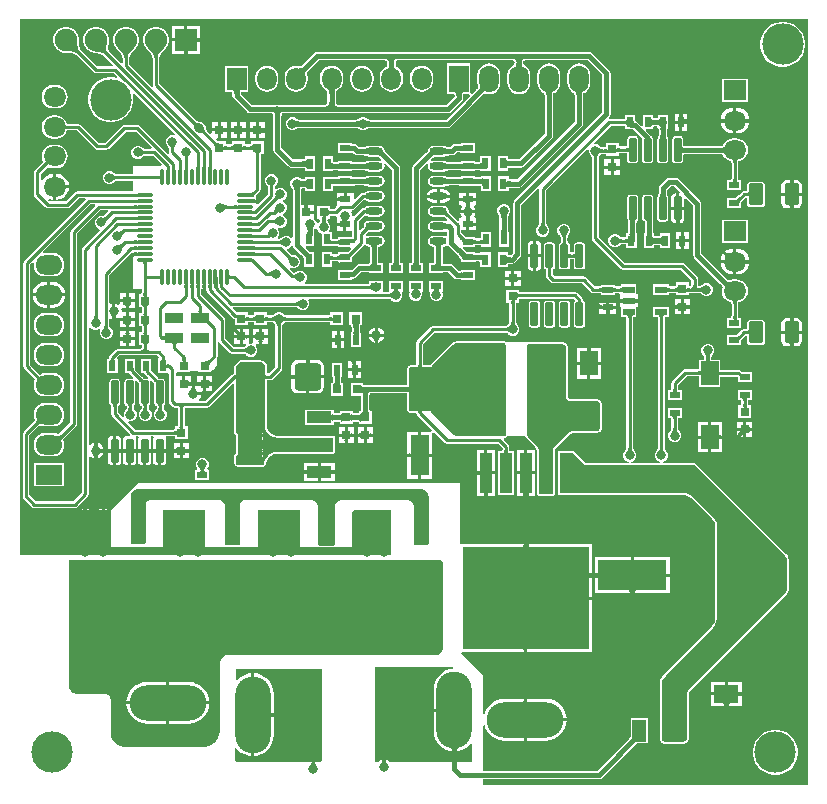
<source format=gtl>
G04*
G04 #@! TF.GenerationSoftware,Altium Limited,Altium Designer,21.9.2 (33)*
G04*
G04 Layer_Physical_Order=1*
G04 Layer_Color=255*
%FSTAX24Y24*%
%MOIN*%
G70*
G04*
G04 #@! TF.SameCoordinates,C045CB64-A717-4E46-AD80-C8F196844A4B*
G04*
G04*
G04 #@! TF.FilePolarity,Positive*
G04*
G01*
G75*
%ADD16C,0.0100*%
%ADD19R,0.0374X0.1004*%
%ADD20R,0.2205X0.2835*%
%ADD21R,0.0531X0.1339*%
%ADD22R,0.0315X0.0315*%
%ADD23R,0.0354X0.0217*%
%ADD24R,0.0217X0.0354*%
%ADD25R,0.0315X0.0315*%
G04:AMPARAMS|DCode=26|XSize=77.6mil|YSize=23.6mil|CornerRadius=3mil|HoleSize=0mil|Usage=FLASHONLY|Rotation=90.000|XOffset=0mil|YOffset=0mil|HoleType=Round|Shape=RoundedRectangle|*
%AMROUNDEDRECTD26*
21,1,0.0776,0.0177,0,0,90.0*
21,1,0.0717,0.0236,0,0,90.0*
1,1,0.0059,0.0089,0.0358*
1,1,0.0059,0.0089,-0.0358*
1,1,0.0059,-0.0089,-0.0358*
1,1,0.0059,-0.0089,0.0358*
%
%ADD26ROUNDEDRECTD26*%
%ADD27R,0.0846X0.1280*%
%ADD28R,0.0846X0.0394*%
G04:AMPARAMS|DCode=29|XSize=88.2mil|YSize=91.3mil|CornerRadius=11mil|HoleSize=0mil|Usage=FLASHONLY|Rotation=0.000|XOffset=0mil|YOffset=0mil|HoleType=Round|Shape=RoundedRectangle|*
%AMROUNDEDRECTD29*
21,1,0.0882,0.0693,0,0,0.0*
21,1,0.0661,0.0913,0,0,0.0*
1,1,0.0220,0.0331,-0.0346*
1,1,0.0220,-0.0331,-0.0346*
1,1,0.0220,-0.0331,0.0346*
1,1,0.0220,0.0331,0.0346*
%
%ADD29ROUNDEDRECTD29*%
%ADD30R,0.0630X0.1378*%
%ADD31R,0.0276X0.0315*%
G04:AMPARAMS|DCode=32|XSize=47.2mil|YSize=71.7mil|CornerRadius=5.9mil|HoleSize=0mil|Usage=FLASHONLY|Rotation=0.000|XOffset=0mil|YOffset=0mil|HoleType=Round|Shape=RoundedRectangle|*
%AMROUNDEDRECTD32*
21,1,0.0472,0.0598,0,0,0.0*
21,1,0.0354,0.0717,0,0,0.0*
1,1,0.0118,0.0177,-0.0299*
1,1,0.0118,-0.0177,-0.0299*
1,1,0.0118,-0.0177,0.0299*
1,1,0.0118,0.0177,0.0299*
%
%ADD32ROUNDEDRECTD32*%
%ADD33R,0.0591X0.0787*%
%ADD34R,0.0827X0.0610*%
%ADD35R,0.2283X0.0984*%
%ADD36R,0.0394X0.0236*%
%ADD37R,0.0610X0.0827*%
%ADD38O,0.0571X0.0236*%
%ADD39R,0.1181X0.2953*%
%ADD40O,0.0571X0.0118*%
%ADD41O,0.0118X0.0571*%
%ADD42R,0.0610X0.0374*%
%ADD45R,0.0457X0.0717*%
%ADD87R,0.0394X0.1339*%
%ADD88R,0.4213X0.3386*%
%ADD89C,0.0150*%
%ADD90C,0.0300*%
%ADD91O,0.0900X0.0650*%
%ADD92R,0.0900X0.0650*%
%ADD93O,0.0750X0.0650*%
%ADD94C,0.0079*%
%ADD95C,0.1380*%
%ADD96R,0.0748X0.0748*%
%ADD97C,0.0748*%
%ADD98R,0.0750X0.0650*%
%ADD99O,0.0650X0.0900*%
%ADD100R,0.0650X0.0900*%
%ADD101O,0.0650X0.0750*%
%ADD102R,0.0650X0.0750*%
%ADD103O,0.1181X0.2559*%
%ADD104O,0.2559X0.1181*%
%ADD105C,0.0315*%
G36*
X02062Y01042D02*
X020648Y01042D01*
X020702Y010409D01*
X020753Y010388D01*
X020798Y010357D01*
X020837Y010318D01*
X020868Y010273D01*
X020889Y010222D01*
X020896Y010187D01*
X0209Y01014D01*
Y01014D01*
X0209Y01014D01*
X0209Y01014D01*
X0209Y00862D01*
X0209Y008608D01*
X020891Y008586D01*
X020884Y008579D01*
X02084Y00856D01*
X02084Y00856D01*
X02084Y00856D01*
X02084Y00856D01*
X02049Y00856D01*
X020474Y00856D01*
X020445Y008572D01*
X020422Y008595D01*
X02041Y008624D01*
X02041Y00864D01*
X02041Y00864D01*
X02041Y00982D01*
X020405Y009867D01*
X02037Y009953D01*
X020303Y01002D01*
X020217Y010055D01*
X02017Y01006D01*
X02017Y01006D01*
X02017Y01006D01*
X01801D01*
X017963Y010055D01*
X017877Y01002D01*
X01781Y009953D01*
X017775Y009867D01*
X01777Y00982D01*
Y008596D01*
X017759Y00857D01*
X01774Y008551D01*
X017714Y00854D01*
X0177Y00854D01*
X017264D01*
X017235Y008552D01*
X017212Y008575D01*
X0172Y008604D01*
X0172Y00981D01*
X017195Y009857D01*
X01716Y009943D01*
X017093Y01001D01*
X017007Y010045D01*
X01696Y01005D01*
X01696Y01005D01*
X01696Y01005D01*
X01476Y01005D01*
X014729Y010047D01*
X014671Y010023D01*
X014627Y009979D01*
X014609Y009936D01*
X014603Y009921D01*
X0146Y00989D01*
X0146D01*
X0146Y00989D01*
X0146Y00984D01*
X0146Y0086D01*
X0146Y008597D01*
X014574Y008571D01*
X01456Y00856D01*
X01456Y00856D01*
X01456Y00856D01*
Y00856D01*
X01414D01*
X014117Y008577D01*
X0141Y0086D01*
X0141Y00987D01*
X014097Y009905D01*
X01407Y00997D01*
X01402Y01002D01*
X013966Y010042D01*
X013955Y010047D01*
X01392Y01005D01*
X01392Y01005D01*
X01392Y01005D01*
X01392Y01005D01*
X01161Y01005D01*
X011581Y010047D01*
X011527Y010025D01*
X011485Y009983D01*
X01147Y009946D01*
X011463Y009929D01*
X01146Y0099D01*
X01146D01*
X01146Y0099D01*
X01146Y00866D01*
X01146Y008646D01*
X011449Y00862D01*
X01143Y008601D01*
X011404Y00859D01*
X01139Y00859D01*
X011018D01*
X010996Y008599D01*
X010979Y008616D01*
X01097Y008638D01*
X01097Y00865D01*
X01098Y01019D01*
X01098Y010236D01*
X011015Y01032D01*
X01108Y010385D01*
X011164Y01042D01*
X01121Y01042D01*
X01121Y01042D01*
X02062Y01042D01*
D02*
G37*
G36*
X027904Y002017D02*
X027893Y002025D01*
X027879Y00203D01*
X027863D01*
X027845Y002025D01*
X027825Y002017D01*
X027802Y002004D01*
X027778Y001987D01*
X027752Y001966D01*
X027692Y001911D01*
X027586Y002017D01*
X027616Y002048D01*
X027662Y002103D01*
X027679Y002127D01*
X027692Y002149D01*
X027701Y00217D01*
X027705Y002188D01*
Y002204D01*
X027701Y002217D01*
X027692Y002229D01*
X027904Y002017D01*
D02*
G37*
G36*
X033537Y000563D02*
X02271D01*
Y000762D01*
X026575D01*
X026628Y000773D01*
X026673Y000803D01*
X027731Y001861D01*
X027736Y001863D01*
X027794Y001917D01*
X027817Y001935D01*
X027837Y001949D01*
X027849Y001956D01*
X027895D01*
X027904Y001952D01*
X027909Y001954D01*
X027914Y001953D01*
X027919Y001956D01*
X028208D01*
Y002792D01*
X027631D01*
Y002244D01*
X027628Y002239D01*
X027629Y002234D01*
X027627Y002229D01*
X027631Y00222D01*
Y002173D01*
X027624Y002162D01*
X027611Y002142D01*
X027568Y002091D01*
X027539Y002062D01*
X027537Y002057D01*
X026518Y001038D01*
X02271D01*
Y002535D01*
X02276Y002543D01*
X022782Y00247D01*
X022846Y00235D01*
X022933Y002244D01*
X023038Y002158D01*
X023158Y002094D01*
X023288Y002054D01*
X023423Y002041D01*
X024062D01*
Y002735D01*
Y003325D01*
X024012D01*
X024022Y003326D01*
X02403Y003329D01*
X024038Y003334D01*
X024044Y003341D01*
X02405Y00335D01*
X024054Y003361D01*
X024058Y003375D01*
X02406Y00339D01*
X024062Y003407D01*
X024062Y003426D01*
Y003429D01*
X023423D01*
X023288Y003416D01*
X023158Y003376D01*
X023038Y003312D01*
X022933Y003226D01*
X022846Y003121D01*
X022782Y003001D01*
X02276Y002928D01*
X02271Y002935D01*
Y00422D01*
X02198Y00495D01*
X021999Y004997D01*
X024087D01*
Y004998D01*
X024062D01*
X024062Y005017D01*
X02406Y005034D01*
X024058Y005049D01*
X024054Y005062D01*
X02405Y005074D01*
X024044Y005083D01*
X024038Y00509D01*
X02403Y005095D01*
X024022Y005098D01*
X024012Y005099D01*
X024087D01*
Y006789D01*
Y00848D01*
X023987D01*
X024001Y008481D01*
X024014Y008486D01*
X024025Y008494D01*
X024035Y008504D01*
X024043Y008518D01*
X02405Y008534D01*
X024055Y008554D01*
X024059Y008577D01*
X02406Y008582D01*
X021932D01*
Y010618D01*
X02193Y01062D01*
X011204D01*
X010302Y009718D01*
X010302Y00848D01*
X01204D01*
X012046Y008486D01*
Y009718D01*
X013449D01*
X01345Y009715D01*
Y00848D01*
X015196Y00848D01*
Y009718D01*
X016598D01*
X0166Y009715D01*
Y00848D01*
X017252D01*
X017264Y008475D01*
X0177D01*
X017714Y008475D01*
X017726Y00848D01*
X01835D01*
X018347Y009663D01*
X018397Y00971D01*
X01964D01*
Y00821D01*
X007263D01*
X007263Y026087D01*
X033537D01*
X033537Y000563D01*
D02*
G37*
G36*
X021317Y008047D02*
X02136Y008003D01*
X021377Y007962D01*
X021384Y007916D01*
D01*
X021384Y007869D01*
X021384Y005154D01*
X021384Y005128D01*
X021374Y005077D01*
X021354Y005029D01*
X021325Y004986D01*
X021288Y004949D01*
X021245Y00492D01*
X021197Y0049D01*
X021168Y004894D01*
X02112Y00489D01*
Y00489D01*
X01422Y00489D01*
X014191Y004889D01*
X014135Y004877D01*
X014082Y004855D01*
X014034Y004824D01*
X013994Y004783D01*
X013962Y004735D01*
X01394Y004682D01*
X013932Y004645D01*
X013929Y004626D01*
X013927Y004597D01*
X013927Y004597D01*
X013927Y004597D01*
X013927Y002367D01*
X013927Y002315D01*
X013907Y002213D01*
X013867Y002117D01*
X013809Y002031D01*
X013736Y001958D01*
X01365Y0019D01*
X013554Y00186D01*
X013452Y00184D01*
X0134Y00184D01*
X0134Y00184D01*
Y00184D01*
X01076D01*
X010714Y00184D01*
X010623Y001858D01*
X010538Y001893D01*
X010461Y001945D01*
X010396Y00201D01*
X010345Y002086D01*
X01031Y002172D01*
X010292Y002262D01*
X010292Y002308D01*
X010292Y002308D01*
X010292Y003438D01*
X010289Y003469D01*
X010265Y003526D01*
X010221Y00357D01*
X010182Y003587D01*
X010178Y003588D01*
X010178Y003588D01*
X010164Y003594D01*
X010133Y003597D01*
X010133Y003597D01*
X010133Y003597D01*
X010133Y003597D01*
X010085Y003597D01*
X009155D01*
X009099Y003608D01*
X009047Y00363D01*
X008999Y003661D01*
X008959Y003701D01*
X008928Y003749D01*
X008906Y003801D01*
X008895Y003857D01*
Y003885D01*
Y00806D01*
X021229Y00807D01*
X02126Y00807D01*
X021317Y008047D01*
D02*
G37*
G36*
X017344Y001375D02*
X017308Y00134D01*
X017149D01*
X017108Y001351D01*
X017105Y001339D01*
X017102Y001324D01*
X017102Y001321D01*
X017102Y001315D01*
X017105Y001302D01*
X01711Y001288D01*
X017115Y001275D01*
X017122Y001262D01*
X01713Y001249D01*
X017139Y001237D01*
X017149Y001224D01*
X01716Y001212D01*
X01694D01*
X016951Y001224D01*
X016961Y001237D01*
X01697Y001249D01*
X016978Y001262D01*
X016985Y001275D01*
X01699Y001288D01*
X016995Y001302D01*
X016998Y001315D01*
X016998Y001321D01*
X016998Y001324D01*
X016996Y001339D01*
X016992Y001351D01*
X016951Y00134D01*
X014471D01*
X014435Y001376D01*
X014439Y001776D01*
X014489Y001793D01*
X014544Y001727D01*
X014649Y00164D01*
X014769Y001576D01*
X014899Y001537D01*
X014985Y001528D01*
Y002906D01*
Y004284D01*
X014899Y004276D01*
X014769Y004236D01*
X014649Y004172D01*
X014544Y004086D01*
X014508Y004042D01*
X014461Y004059D01*
X014464Y00441D01*
X017324D01*
X017344Y001375D01*
D02*
G37*
G36*
X021721Y00443D02*
X021615Y00442D01*
X021484Y00438D01*
X021364Y004316D01*
X021259Y00423D01*
X021173Y004124D01*
X021109Y004005D01*
X021069Y003874D01*
X021056Y003739D01*
Y0031D01*
X021059D01*
D01*
X021078Y003101D01*
X021095Y003102D01*
X02111Y003104D01*
X021124Y003108D01*
X021135Y003113D01*
X021144Y003118D01*
X021151Y003124D01*
X021156Y003132D01*
X021159Y00314D01*
X02116Y00315D01*
Y0031D01*
X021544D01*
D01*
X021697Y003103D01*
Y0031D01*
X02175D01*
Y00305D01*
X0218D01*
Y001792D01*
X0219D01*
X021886Y00179D01*
X021873Y001785D01*
X021862Y001777D01*
X021852Y001765D01*
X021844Y001751D01*
X021837Y001732D01*
X021832Y001711D01*
X021828Y001686D01*
X021827Y001675D01*
X021885Y00168D01*
X022016Y00172D01*
X022136Y001784D01*
X022241Y00187D01*
X0223Y001943D01*
X02235Y001925D01*
Y00133D01*
X019584D01*
X019558Y001356D01*
X019499Y00139D01*
X019434Y001407D01*
X019366D01*
X019301Y00139D01*
X019242Y001356D01*
X019216Y00133D01*
X019106D01*
X019106Y00448D01*
X021718D01*
X021721Y00443D01*
D02*
G37*
G36*
X01945Y001388D02*
X0195D01*
X01949Y001387D01*
X019482Y001384D01*
X019475Y001379D01*
X019468Y001372D01*
X019462Y001363D01*
X019458Y001352D01*
X019457Y001347D01*
X01946Y001338D01*
X019465Y001325D01*
X019472Y001312D01*
X01948Y001299D01*
X019489Y001287D01*
X019499Y001274D01*
X01951Y001262D01*
X01929D01*
X019301Y001274D01*
X019311Y001287D01*
X01932Y001299D01*
X019328Y001312D01*
X019335Y001325D01*
X01934Y001338D01*
X019343Y001347D01*
X019342Y001352D01*
X019338Y001363D01*
X019332Y001372D01*
X019325Y001379D01*
X019318Y001384D01*
X01931Y001387D01*
X0193Y001388D01*
X01935D01*
X01935Y001394D01*
X01945D01*
X01945Y001388D01*
D02*
G37*
%LPC*%
G36*
X013279Y025874D02*
X012855D01*
Y02545D01*
X013176D01*
Y0255D01*
X013177Y025491D01*
X01318Y025482D01*
X013186Y025475D01*
X013193Y025468D01*
X013202Y025463D01*
X013213Y025458D01*
X013226Y025454D01*
X013241Y025452D01*
X013258Y02545D01*
X013278Y02545D01*
X013279D01*
Y025874D01*
D02*
G37*
G36*
X012755D02*
X012331D01*
Y02545D01*
X012755D01*
Y025874D01*
D02*
G37*
G36*
X013279Y02535D02*
X013278D01*
D01*
X013258Y02535D01*
X013241Y025348D01*
X013226Y025345D01*
X013213Y025342D01*
X013202Y025338D01*
X013193Y025332D01*
X013186Y025326D01*
X01318Y025318D01*
X013177Y02531D01*
X013176Y0253D01*
Y02535D01*
X012855D01*
Y025027D01*
X012905D01*
X012895Y025026D01*
X012887Y025023D01*
X012879Y025018D01*
X012873Y025011D01*
X012867Y025002D01*
X012863Y024991D01*
X012859Y024978D01*
X012857Y024963D01*
X012855Y024946D01*
X012855Y024927D01*
Y024926D01*
X013279D01*
Y02535D01*
D02*
G37*
G36*
X023913Y024989D02*
X023908Y024988D01*
X023893D01*
X023887Y024989D01*
X023886Y024988D01*
X019664D01*
X019663Y024989D01*
X019657Y024988D01*
X019643D01*
X019637Y024989D01*
X019636Y024988D01*
X01718D01*
X017127Y024977D01*
X017083Y024947D01*
X016716Y024581D01*
X016711Y024579D01*
X016688Y024557D01*
X016667Y024539D01*
X016649Y024526D01*
X016634Y024516D01*
X016623Y02451D01*
X016619Y024509D01*
X01658Y024525D01*
X01648Y024538D01*
X016379Y024525D01*
X016286Y024486D01*
X016205Y024425D01*
X016144Y024344D01*
X016105Y024251D01*
X016092Y02415D01*
Y02405D01*
X016105Y02395D01*
X016144Y023856D01*
X016205Y023775D01*
X016286Y023714D01*
X016379Y023675D01*
X01648Y023662D01*
X01658Y023675D01*
X016674Y023714D01*
X016754Y023775D01*
X016816Y023856D01*
X016855Y02395D01*
X016868Y02405D01*
Y02415D01*
X016855Y024251D01*
X016839Y024289D01*
X01684Y024293D01*
X016846Y024305D01*
X016855Y024319D01*
X016887Y024359D01*
X016909Y024381D01*
X016911Y024387D01*
X017237Y024712D01*
X019411D01*
X019412Y024711D01*
X019417Y024712D01*
X019422Y02471D01*
X019446Y024709D01*
X019463Y024706D01*
X019476Y024702D01*
X019485Y024697D01*
X019491Y024691D01*
X019497Y024685D01*
X019502Y024676D01*
X019506Y024663D01*
X019509Y024646D01*
X01951Y024622D01*
X019511Y024619D01*
X01951Y024617D01*
X019509Y024585D01*
X019507Y024558D01*
X019504Y024536D01*
X0195Y024518D01*
X019496Y024506D01*
X019494Y024502D01*
X019456Y024486D01*
X019375Y024425D01*
X019314Y024344D01*
X019275Y024251D01*
X019262Y02415D01*
Y02405D01*
X019275Y023949D01*
X019314Y023856D01*
X019375Y023775D01*
X019456Y023714D01*
X019549Y023675D01*
X01965Y023662D01*
X019751Y023675D01*
X019844Y023714D01*
X019925Y023775D01*
X019986Y023856D01*
X020025Y023949D01*
X020038Y02405D01*
Y02415D01*
X020025Y024251D01*
X019986Y024344D01*
X019925Y024425D01*
X019844Y024486D01*
X019806Y024502D01*
X019804Y024506D01*
X0198Y024518D01*
X019796Y024534D01*
X019791Y024586D01*
X01979Y024617D01*
X019789Y024619D01*
X01979Y024622D01*
X019791Y024646D01*
X019794Y024663D01*
X019798Y024676D01*
X019803Y024685D01*
X019809Y024691D01*
X019815Y024697D01*
X019824Y024702D01*
X019837Y024706D01*
X019854Y024709D01*
X019878Y02471D01*
X019883Y024712D01*
X019888Y024711D01*
X019889Y024712D01*
X023661D01*
X023662Y024711D01*
X023667Y024712D01*
X023672Y02471D01*
X023696Y024709D01*
X023713Y024706D01*
X023726Y024702D01*
X023735Y024697D01*
X023741Y024691D01*
X023747Y024685D01*
X023752Y024676D01*
X023756Y024663D01*
X023759Y024648D01*
X023758Y024633D01*
X023754Y024611D01*
X023751Y024593D01*
X023746Y024581D01*
X023745Y024577D01*
X023706Y024561D01*
X023626Y0245D01*
X023564Y024419D01*
X023525Y024325D01*
X023512Y024225D01*
Y023975D01*
X023525Y023874D01*
X023564Y023781D01*
X023626Y0237D01*
X023706Y023639D01*
X0238Y0236D01*
X0239Y023587D01*
X024001Y0236D01*
X024094Y023639D01*
X024175Y0237D01*
X024236Y023781D01*
X024275Y023874D01*
X024288Y023975D01*
Y024225D01*
X024275Y024325D01*
X024236Y024419D01*
X024175Y0245D01*
X024094Y024561D01*
X024056Y024577D01*
X024054Y024581D01*
X02405Y024593D01*
X024046Y024609D01*
X024042Y02465D01*
X024044Y024663D01*
X024048Y024676D01*
X024053Y024685D01*
X024059Y024691D01*
X024065Y024697D01*
X024074Y024702D01*
X024087Y024706D01*
X024104Y024709D01*
X024129Y02471D01*
X024133Y024712D01*
X024138Y024711D01*
X024139Y024712D01*
X026193D01*
X026682Y024223D01*
Y022977D01*
X023753Y020047D01*
X023723Y020003D01*
X023712Y01995D01*
Y018303D01*
X023623Y018213D01*
X023612Y018214D01*
X023591Y018216D01*
X023574Y018218D01*
X023561Y018222D01*
X023553Y018225D01*
X023551Y018226D01*
X02355Y01823D01*
X023548Y018234D01*
Y01831D01*
X023212D01*
Y017836D01*
X023548D01*
Y017912D01*
X02355Y017916D01*
X023551Y01792D01*
X023553Y017921D01*
X023561Y017924D01*
X023574Y017928D01*
X023591Y017931D01*
X023612Y017933D01*
X023639Y017933D01*
X023644Y017935D01*
X023677D01*
X02373Y017946D01*
X023774Y017976D01*
X023947Y018149D01*
X023977Y018194D01*
X023988Y018246D01*
X023988Y018246D01*
Y019893D01*
X02454Y020445D01*
X02457Y020436D01*
X024588Y020422D01*
Y019302D01*
X024585Y019297D01*
X024585Y019285D01*
X024584Y019276D01*
X024582Y019268D01*
X024579Y01926D01*
X024576Y019252D01*
X024572Y019244D01*
X024566Y019235D01*
X02456Y019227D01*
X024553Y019218D01*
X024543Y019207D01*
X024538Y019196D01*
X024516Y019173D01*
X024483Y019093D01*
Y019007D01*
X024516Y018927D01*
X024577Y018866D01*
X024657Y018833D01*
X024743D01*
X024823Y018866D01*
X024884Y018927D01*
X024917Y019007D01*
Y019093D01*
X024884Y019173D01*
X024862Y019196D01*
X024857Y019207D01*
X024847Y019218D01*
X02484Y019227D01*
X024834Y019235D01*
X024828Y019244D01*
X024824Y019252D01*
X024821Y01926D01*
X024818Y019268D01*
X024816Y019277D01*
X024815Y019285D01*
X024815Y019297D01*
X024812Y019302D01*
Y020384D01*
X026186Y021758D01*
X026204Y021752D01*
X026233Y021733D01*
Y021657D01*
X026266Y021577D01*
X026288Y021554D01*
X026293Y021543D01*
X026303Y021532D01*
X02631Y021523D01*
X026316Y021515D01*
X026322Y021506D01*
X026326Y021498D01*
X026329Y02149D01*
X026332Y021482D01*
X026334Y021473D01*
X026335Y021465D01*
X026335Y021453D01*
X026338Y021448D01*
Y01878D01*
X026338Y01878D01*
X026346Y018737D01*
X026371Y018701D01*
X027301Y017771D01*
X027301Y017771D01*
X027337Y017746D01*
X02738Y017738D01*
X02738Y017738D01*
X029304D01*
X029651Y017391D01*
Y017233D01*
X029648Y017227D01*
X029648Y01722D01*
X029611Y017196D01*
X029567Y017218D01*
Y017313D01*
X029133D01*
Y017192D01*
X029132Y017192D01*
X029122Y017191D01*
X029109Y017189D01*
X029092Y017189D01*
X029086Y017186D01*
X028945D01*
X028939Y017189D01*
X028922Y017189D01*
X028909Y01719D01*
X0289Y017192D01*
X028898Y017192D01*
Y017252D01*
X028384D01*
Y016896D01*
X028898D01*
Y016956D01*
X0289Y016956D01*
X028909Y016958D01*
X028922Y016959D01*
X028939Y016959D01*
X028945Y016962D01*
X029086D01*
X029092Y016959D01*
X029109Y016959D01*
X029122Y016958D01*
X029132Y016956D01*
X029133Y016956D01*
Y016878D01*
X029567D01*
Y016956D01*
X029569Y016956D01*
X029578Y016958D01*
X029591Y016959D01*
X029608Y016959D01*
X029614Y016962D01*
X029748D01*
X02975Y01696D01*
X029758Y016962D01*
X029768D01*
X029776Y01696D01*
X029778Y016962D01*
X029899D01*
X029905Y016959D01*
X029916Y016959D01*
X029925Y016958D01*
X029933Y016956D01*
X029941Y016953D01*
X029949Y01695D01*
X029957Y016946D01*
X029966Y01694D01*
X029975Y016934D01*
X029983Y016927D01*
X029994Y016917D01*
X030005Y016912D01*
X030028Y01689D01*
X030108Y016857D01*
X030194D01*
X030274Y01689D01*
X030335Y016951D01*
X030369Y017031D01*
Y017117D01*
X030335Y017197D01*
X030274Y017258D01*
X030194Y017292D01*
X030108D01*
X030028Y017258D01*
X030005Y017236D01*
X029994Y017231D01*
X029983Y017221D01*
X029975Y017214D01*
X029966Y017208D01*
X029957Y017202D01*
X029949Y017198D01*
X029941Y017195D01*
X029933Y017192D01*
X029925Y01719D01*
X02992Y01719D01*
X029878Y017221D01*
X029878Y017227D01*
X029875Y017233D01*
Y017437D01*
X029875Y017437D01*
X029867Y01748D01*
X029842Y017516D01*
X029842Y017516D01*
X029429Y017929D01*
X029393Y017954D01*
X02935Y017962D01*
X02935Y017962D01*
X027426D01*
X026562Y018826D01*
Y021448D01*
X026565Y021453D01*
X026565Y021465D01*
X026566Y021473D01*
X026568Y021482D01*
X026571Y02149D01*
X026574Y021498D01*
X026578Y021506D01*
X026584Y021515D01*
X02659Y021523D01*
X026597Y021532D01*
X026607Y021543D01*
X026607Y021543D01*
X026607Y021543D01*
X026618Y021553D01*
X026627Y02156D01*
X026635Y021566D01*
X026644Y021572D01*
X026652Y021576D01*
X02666Y021579D01*
X026668Y021582D01*
X026677Y021584D01*
X026685Y021585D01*
X026697Y021585D01*
X026702Y021588D01*
X026746D01*
X026752Y021585D01*
X02677Y021585D01*
X026782Y021584D01*
X026792Y021582D01*
X026793Y021582D01*
Y021528D01*
X027228D01*
Y021614D01*
X027229Y021614D01*
X027239Y021616D01*
X027251Y021617D01*
X027268Y021618D01*
X027275Y02162D01*
X027475D01*
X027481Y021618D01*
X027498Y021617D01*
X027511Y021616D01*
X02752Y021614D01*
Y021374D01*
X027527Y021339D01*
X027547Y02131D01*
X027576Y02129D01*
X027611Y021283D01*
X027789D01*
X027824Y02129D01*
X027853Y02131D01*
X027873Y021339D01*
X02788Y021374D01*
Y022091D01*
X027873Y022126D01*
X027853Y022155D01*
X027824Y022175D01*
X027789Y022182D01*
X027611D01*
X027576Y022175D01*
X027547Y022155D01*
X027527Y022126D01*
X02752Y022091D01*
Y02185D01*
X027511Y021849D01*
X027498Y021848D01*
X027481Y021847D01*
X027475Y021845D01*
X027275D01*
X027268Y021847D01*
X027251Y021848D01*
X027239Y021849D01*
X027229Y02185D01*
X027228Y021851D01*
Y021963D01*
X026793D01*
Y021818D01*
X026792Y021818D01*
X026782Y021816D01*
X02677Y021815D01*
X026752Y021815D01*
X026746Y021812D01*
X026702D01*
X026697Y021815D01*
X026685Y021815D01*
X026677Y021816D01*
X026668Y021818D01*
X02666Y021821D01*
X026652Y021824D01*
X026644Y021828D01*
X026635Y021834D01*
X026627Y02184D01*
X026618Y021847D01*
X026607Y021857D01*
X026596Y021862D01*
X026573Y021884D01*
X026493Y021917D01*
X026417D01*
X026398Y021946D01*
X026392Y021964D01*
X026966Y022538D01*
X02739D01*
X027396Y022535D01*
X027413Y022535D01*
X027425Y022534D01*
X027435Y022532D01*
X027436Y022532D01*
Y022413D01*
X027625D01*
X027638Y02241D01*
X0277D01*
X028019Y022091D01*
Y021776D01*
X02802Y021771D01*
Y021374D01*
X028027Y021339D01*
X028047Y02131D01*
X028076Y02129D01*
X028111Y021283D01*
X028289D01*
X028324Y02129D01*
X028353Y02131D01*
X028373Y021339D01*
X02838Y021374D01*
Y022091D01*
X028373Y022126D01*
X028353Y022155D01*
X028324Y022175D01*
X028289Y022182D01*
X028288D01*
X028284Y022201D01*
X028254Y022245D01*
X028133Y022367D01*
X028152Y022413D01*
X028364D01*
Y022489D01*
X028366Y022493D01*
X028366Y022497D01*
X028368Y022498D01*
X028376Y022501D01*
X028389Y022505D01*
X028406Y022508D01*
X028427Y022509D01*
X028452Y02251D01*
X028477Y022509D01*
X028498Y022508D01*
X028499Y022507D01*
X028537Y022474D01*
X02854Y022465D01*
Y022413D01*
X028556D01*
X02856Y02235D01*
X02856Y022324D01*
X028562Y022318D01*
Y022276D01*
X02856Y02227D01*
X02856Y022246D01*
X028557Y022204D01*
X028555Y022189D01*
X028553Y022176D01*
X028551Y022166D01*
X028548Y02216D01*
X028548Y02216D01*
X028548Y02216D01*
X028547Y022158D01*
X028547Y022158D01*
X028545Y022157D01*
X02854Y022145D01*
X028527Y022126D01*
X02852Y022091D01*
Y021374D01*
X028527Y021339D01*
X028547Y02131D01*
X028576Y02129D01*
X028611Y021283D01*
X028789D01*
X028824Y02129D01*
X028853Y02131D01*
X028873Y021339D01*
X02888Y021374D01*
Y022091D01*
X028873Y022126D01*
X02886Y022145D01*
X028855Y022157D01*
X028853Y022158D01*
X028853Y022158D01*
X028852Y02216D01*
X028852Y02216D01*
X028852Y02216D01*
X028849Y022166D01*
X028847Y022176D01*
X028845Y022187D01*
X02884Y022247D01*
X02884Y02227D01*
X028838Y022276D01*
Y022317D01*
X02884Y022322D01*
X028841Y022374D01*
X028843Y022393D01*
X028845Y022408D01*
X028846Y022413D01*
X028877D01*
Y022465D01*
X028881Y022474D01*
X028878Y02248D01*
X02888Y022486D01*
X028877Y02249D01*
Y022887D01*
X02854D01*
Y022811D01*
X028538Y022807D01*
X028538Y022803D01*
X028536Y022802D01*
X028528Y022799D01*
X028515Y022795D01*
X028498Y022792D01*
X028477Y022791D01*
X028452Y02279D01*
X028427Y022791D01*
X028406Y022792D01*
X028389Y022795D01*
X028376Y022799D01*
X028368Y022802D01*
X028366Y022803D01*
X028366Y022807D01*
X028364Y022811D01*
Y022887D01*
X028027D01*
Y022538D01*
X027981Y022519D01*
X027854Y022645D01*
X02781Y022675D01*
X027773Y022682D01*
Y022887D01*
X027436D01*
Y022768D01*
X027435Y022768D01*
X027425Y022766D01*
X027413Y022765D01*
X027396Y022765D01*
X02739Y022762D01*
X026928D01*
X026914Y02278D01*
X026905Y02281D01*
X026917Y022823D01*
X026947Y022867D01*
X026958Y02292D01*
X026958Y02292D01*
Y02428D01*
X026947Y024333D01*
X026917Y024377D01*
X026347Y024947D01*
X026303Y024977D01*
X02625Y024988D01*
X023914D01*
X023913Y024989D01*
D02*
G37*
G36*
X012755Y02535D02*
X012331D01*
Y024926D01*
X012755D01*
Y024927D01*
D01*
X012754Y024946D01*
X012753Y024963D01*
X01275Y024978D01*
X012747Y024991D01*
X012742Y025002D01*
X012737Y025011D01*
X01273Y025018D01*
X012723Y025023D01*
X012714Y025026D01*
X012705Y025027D01*
X012755D01*
Y02535D01*
D02*
G37*
G36*
X032774Y026D02*
X032626D01*
X032481Y025971D01*
X032345Y025915D01*
X032222Y025833D01*
X032117Y025728D01*
X032035Y025605D01*
X031979Y025469D01*
X03195Y025324D01*
Y025176D01*
X031979Y025031D01*
X032035Y024895D01*
X032117Y024772D01*
X032222Y024667D01*
X032345Y024585D01*
X032481Y024529D01*
X032626Y0245D01*
X032774D01*
X032919Y024529D01*
X033055Y024585D01*
X033178Y024667D01*
X033283Y024772D01*
X033365Y024895D01*
X033421Y025031D01*
X03345Y025176D01*
Y025324D01*
X033421Y025469D01*
X033365Y025605D01*
X033283Y025728D01*
X033178Y025833D01*
X033055Y025915D01*
X032919Y025971D01*
X032774Y026D01*
D02*
G37*
G36*
X011862Y025834D02*
X011748D01*
X011637Y025804D01*
X011538Y025747D01*
X011458Y025666D01*
X0114Y025568D01*
X011371Y025457D01*
Y025343D01*
X0114Y025232D01*
X011458Y025134D01*
X011492Y025099D01*
X011497Y025087D01*
X011536Y025048D01*
X011601Y024975D01*
X011626Y024942D01*
X011647Y024912D01*
X011664Y024884D01*
X011676Y024859D01*
X011684Y024838D01*
X011688Y02482D01*
X01169Y024799D01*
X011693Y024794D01*
Y023895D01*
X011693Y023895D01*
X011701Y023852D01*
X011706Y023845D01*
X011667Y023813D01*
X010917Y024563D01*
Y024794D01*
X01092Y024799D01*
X010921Y02482D01*
X010926Y024838D01*
X010934Y024859D01*
X010946Y024884D01*
X010962Y024912D01*
X010983Y024942D01*
X011009Y024975D01*
X011074Y025048D01*
X011113Y025087D01*
X011118Y025099D01*
X011152Y025134D01*
X011209Y025232D01*
X011239Y025343D01*
Y025457D01*
X011209Y025568D01*
X011152Y025666D01*
X011071Y025747D01*
X010972Y025804D01*
X010862Y025834D01*
X010748D01*
X010637Y025804D01*
X010538Y025747D01*
X010458Y025666D01*
X0104Y025568D01*
X010371Y025457D01*
Y025343D01*
X0104Y025232D01*
X010458Y025134D01*
X010492Y025099D01*
X010497Y025087D01*
X010536Y025048D01*
X010601Y024975D01*
X010626Y024942D01*
X010647Y024912D01*
X010664Y024884D01*
X010676Y024859D01*
X010684Y024838D01*
X010688Y02482D01*
X01069Y024799D01*
X010693Y024794D01*
Y024627D01*
X010646Y024608D01*
X010263Y024991D01*
X010262Y024994D01*
X010259Y024996D01*
X010258Y025D01*
X010243Y025017D01*
X010234Y025033D01*
X010225Y025052D01*
X010219Y025076D01*
X010215Y025104D01*
X010213Y025136D01*
X010214Y025171D01*
X010224Y025258D01*
X010234Y025306D01*
X010232Y025316D01*
X010239Y025343D01*
Y025457D01*
X010209Y025568D01*
X010152Y025666D01*
X010071Y025747D01*
X009972Y025804D01*
X009862Y025834D01*
X009748D01*
X009637Y025804D01*
X009538Y025747D01*
X009457Y025666D01*
X0094Y025568D01*
X009371Y025457D01*
Y025343D01*
X0094Y025232D01*
X009457Y025134D01*
X009538Y025053D01*
X009637Y024996D01*
X009707Y024977D01*
X009717Y02497D01*
X009836Y024944D01*
X009931Y024919D01*
X010005Y024894D01*
X010032Y024883D01*
X010054Y024872D01*
X010068Y024863D01*
X010081Y024853D01*
X010086Y024851D01*
X010378Y024558D01*
X010359Y024512D01*
X009851D01*
X009312Y025051D01*
X009311Y025056D01*
X009298Y025072D01*
X009288Y025088D01*
X009278Y025109D01*
X009269Y025135D01*
X009261Y025166D01*
X009255Y025203D01*
X00925Y025243D01*
X009244Y025341D01*
X009244Y025397D01*
X009239Y025408D01*
Y025457D01*
X009209Y025568D01*
X009152Y025666D01*
X009071Y025747D01*
X008972Y025804D01*
X008862Y025834D01*
X008748D01*
X008637Y025804D01*
X008538Y025747D01*
X008457Y025666D01*
X0084Y025568D01*
X008371Y025457D01*
Y025343D01*
X0084Y025232D01*
X008457Y025134D01*
X008538Y025053D01*
X008637Y024996D01*
X008748Y024966D01*
X008796D01*
X008808Y024961D01*
X008864Y024961D01*
X008962Y024955D01*
X009002Y02495D01*
X009038Y024943D01*
X00907Y024936D01*
X009096Y024927D01*
X009117Y024917D01*
X009133Y024907D01*
X009148Y024894D01*
X009154Y024893D01*
X009725Y024321D01*
X009725Y024321D01*
X009762Y024296D01*
X009805Y024288D01*
X009805Y024288D01*
X010404D01*
X010519Y024172D01*
X010495Y024126D01*
X010374Y02415D01*
X010226D01*
X010081Y024121D01*
X009945Y024065D01*
X009822Y023983D01*
X009717Y023878D01*
X009635Y023755D01*
X009579Y023619D01*
X00955Y023474D01*
Y023326D01*
X009579Y023181D01*
X009635Y023045D01*
X009717Y022922D01*
X009822Y022817D01*
X009945Y022735D01*
X010081Y022679D01*
X010226Y02265D01*
X010374D01*
X010519Y022679D01*
X010655Y022735D01*
X010778Y022817D01*
X010883Y022922D01*
X010965Y023045D01*
X011021Y023181D01*
X01105Y023326D01*
Y023474D01*
X011026Y023595D01*
X011072Y023619D01*
X012439Y022253D01*
X01241Y02221D01*
X012393Y022217D01*
X012307D01*
X012227Y022184D01*
X012166Y022123D01*
X012133Y022043D01*
Y021957D01*
X012166Y021877D01*
X012188Y021854D01*
X012193Y021843D01*
X012203Y021832D01*
X01221Y021823D01*
X012216Y021815D01*
X012222Y021806D01*
X012226Y021798D01*
X012229Y02179D01*
X012232Y021782D01*
X012234Y021773D01*
X012235Y021765D01*
X012235Y021753D01*
X012238Y021748D01*
Y02165D01*
X012238Y02165D01*
X012246Y02161D01*
X012244Y021607D01*
X012199Y021586D01*
X011256Y022529D01*
X011219Y022554D01*
X011176Y022562D01*
X011176Y022562D01*
X010753D01*
X010753Y022562D01*
X01071Y022554D01*
X010674Y022529D01*
X010674Y022529D01*
X010107Y021962D01*
X009896D01*
X009289Y022569D01*
X009253Y022594D01*
X00921Y022602D01*
X00921Y022602D01*
X00885D01*
X008816Y022684D01*
X008754Y022765D01*
X008673Y022826D01*
X00858Y022865D01*
X008479Y022878D01*
X008379D01*
X008279Y022865D01*
X008185Y022826D01*
X008105Y022765D01*
X008043Y022684D01*
X008004Y02259D01*
X007991Y02249D01*
X008004Y02239D01*
X008043Y022296D01*
X008105Y022215D01*
X008185Y022154D01*
X008279Y022115D01*
X008379Y022102D01*
X008479D01*
X00858Y022115D01*
X008673Y022154D01*
X008754Y022215D01*
X008816Y022296D01*
X00885Y022378D01*
X009164D01*
X009771Y021771D01*
X009771Y021771D01*
X009807Y021746D01*
X00985Y021738D01*
X00985Y021738D01*
X010153D01*
X010153Y021738D01*
X010196Y021746D01*
X010232Y021771D01*
X0108Y022338D01*
X01113D01*
X011659Y021808D01*
X01164Y021762D01*
X011452D01*
X011447Y021765D01*
X011435Y021765D01*
X011427Y021766D01*
X011418Y021768D01*
X01141Y021771D01*
X011402Y021774D01*
X011394Y021778D01*
X011385Y021784D01*
X011377Y02179D01*
X011368Y021797D01*
X011357Y021807D01*
X011346Y021812D01*
X011323Y021834D01*
X011243Y021867D01*
X011157D01*
X011077Y021834D01*
X011016Y021773D01*
X010983Y021693D01*
Y021607D01*
X011016Y021527D01*
X011077Y021466D01*
X011157Y021433D01*
X011243D01*
X011323Y021466D01*
X011346Y021488D01*
X011357Y021493D01*
X011368Y021503D01*
X011377Y02151D01*
X011385Y021516D01*
X011394Y021522D01*
X011402Y021526D01*
X01141Y021529D01*
X011418Y021532D01*
X011427Y021534D01*
X011435Y021535D01*
X011447Y021535D01*
X011452Y021538D01*
X011704D01*
X011998Y021243D01*
X011979Y021197D01*
X011053D01*
Y020926D01*
X010497D01*
X010491Y020928D01*
X01048Y020929D01*
X010471Y02093D01*
X010462Y020932D01*
X010453Y020934D01*
X010444Y020937D01*
X010435Y020942D01*
X010425Y020947D01*
X010415Y020953D01*
X010405Y02096D01*
X010394Y02097D01*
X010385Y020972D01*
X010373Y020984D01*
X010293Y021017D01*
X010207D01*
X010127Y020984D01*
X010066Y020923D01*
X010033Y020843D01*
Y020757D01*
X010066Y020677D01*
X010127Y020616D01*
X010207Y020583D01*
X010293D01*
X010373Y020616D01*
X010409Y020651D01*
X01042Y020657D01*
X010429Y020667D01*
X010437Y020674D01*
X010444Y02068D01*
X010451Y020685D01*
X010459Y020689D01*
X010466Y020693D01*
X010473Y020695D01*
X010481Y020697D01*
X010489Y020698D01*
X010501Y020698D01*
X010502Y020699D01*
X010503Y020699D01*
X010508Y020701D01*
X011053D01*
Y020374D01*
X011003Y020347D01*
X010998Y020348D01*
X010998Y020348D01*
X009186D01*
X009186Y020348D01*
X009143Y020339D01*
X009107Y020315D01*
X009107Y020315D01*
X008804Y020012D01*
X008246D01*
X008197Y020061D01*
X008226Y020104D01*
X008268Y020086D01*
X008379Y020071D01*
D01*
Y0205D01*
Y020929D01*
X008268Y020914D01*
X008165Y020871D01*
X008076Y020803D01*
X008012Y02072D01*
X007994Y02072D01*
X007962Y020734D01*
Y020934D01*
X008197Y021169D01*
X008279Y021135D01*
X008379Y021122D01*
X008479D01*
X00858Y021135D01*
X008673Y021174D01*
X008754Y021235D01*
X008816Y021316D01*
X008854Y021409D01*
X008868Y02151D01*
X008854Y021611D01*
X008816Y021704D01*
X008754Y021785D01*
X008673Y021846D01*
X00858Y021885D01*
X008479Y021898D01*
X008379D01*
X008279Y021885D01*
X008185Y021846D01*
X008105Y021785D01*
X008043Y021704D01*
X008004Y021611D01*
X007991Y02151D01*
X008004Y021409D01*
X008038Y021327D01*
X007771Y02106D01*
X007746Y021024D01*
X007738Y020981D01*
X007738Y020981D01*
Y02025D01*
X007738Y02025D01*
X007746Y020207D01*
X007771Y020171D01*
X008121Y019821D01*
X008121Y019821D01*
X008157Y019796D01*
X0082Y019788D01*
X0082Y019788D01*
X00885D01*
X00885Y019788D01*
X008893Y019796D01*
X008929Y019821D01*
X009232Y020124D01*
X009437D01*
X009458Y020074D01*
X007421Y018037D01*
X007396Y018D01*
X007388Y017957D01*
X007388Y017957D01*
Y014514D01*
X007388Y014514D01*
X007396Y014471D01*
X007421Y014435D01*
X007773Y014083D01*
X007739Y014001D01*
X007726Y0139D01*
X007739Y013799D01*
X007778Y013706D01*
X00784Y013625D01*
X00792Y013564D01*
X008014Y013525D01*
X008114Y013512D01*
X008364D01*
X008465Y013525D01*
X008558Y013564D01*
X008639Y013625D01*
X008701Y013706D01*
X008739Y013799D01*
X008753Y0139D01*
X008739Y014001D01*
X008701Y014094D01*
X008639Y014175D01*
X008558Y014236D01*
X008465Y014275D01*
X008364Y014288D01*
X008114D01*
X008014Y014275D01*
X007932Y014241D01*
X007612Y014561D01*
Y017911D01*
X007687Y017986D01*
X007734Y017962D01*
X007726Y0179D01*
X007739Y017799D01*
X007778Y017706D01*
X00784Y017625D01*
X00792Y017564D01*
X008014Y017525D01*
X008114Y017512D01*
X008364D01*
X008465Y017525D01*
X008558Y017564D01*
X008639Y017625D01*
X008701Y017706D01*
X008739Y017799D01*
X008753Y0179D01*
X008739Y018001D01*
X008701Y018094D01*
X008639Y018175D01*
X008558Y018236D01*
X008465Y018275D01*
X008364Y018288D01*
X008114D01*
X008052Y01828D01*
X008029Y018327D01*
X009622Y019921D01*
X009635D01*
X009635Y019921D01*
X009651Y019924D01*
X009765D01*
X009785Y019874D01*
X008981Y019069D01*
X008956Y019033D01*
X008948Y01899D01*
X008948Y01899D01*
Y012642D01*
X008588Y012282D01*
X008581Y01228D01*
X008567Y012266D01*
X008555Y012256D01*
X008546Y012249D01*
X008539Y012244D01*
X008465Y012275D01*
X008364Y012288D01*
X008114D01*
X008014Y012275D01*
X00792Y012236D01*
X00784Y012175D01*
X007778Y012094D01*
X007739Y012001D01*
X007726Y0119D01*
X007739Y011799D01*
X007778Y011706D01*
X00784Y011625D01*
X00792Y011564D01*
X008014Y011525D01*
X008114Y011512D01*
X008364D01*
X008465Y011525D01*
X008558Y011564D01*
X008639Y011625D01*
X008701Y011706D01*
X008739Y011799D01*
X008753Y0119D01*
X008739Y012001D01*
X008709Y012075D01*
X008713Y012081D01*
X00872Y012091D01*
X00873Y012103D01*
X008744Y012117D01*
X008746Y012123D01*
X009139Y012516D01*
X009139Y012516D01*
X009164Y012553D01*
X009172Y012596D01*
Y018943D01*
X009956Y019727D01*
X010197D01*
X010218Y019677D01*
X010107Y019565D01*
X010103Y019564D01*
X010101Y019561D01*
X010097Y01956D01*
X010089Y019552D01*
X010082Y019547D01*
X010076Y019543D01*
X01007Y01954D01*
X010063Y019538D01*
X010056Y019536D01*
X010048Y019535D01*
X010039Y019534D01*
X010029Y019535D01*
X010016Y019536D01*
X010007Y019534D01*
X00994D01*
X00986Y019501D01*
X009799Y01944D01*
X009766Y01936D01*
Y019273D01*
X009799Y019193D01*
X00986Y019132D01*
X009922Y019106D01*
X00994Y019053D01*
X009366Y018479D01*
X009341Y018443D01*
X009333Y0184D01*
X009333Y0184D01*
Y010292D01*
X009054Y010012D01*
X007796D01*
X007582Y010226D01*
Y012209D01*
X007891Y012518D01*
X007897Y01252D01*
X007912Y012534D01*
X007923Y012544D01*
X007933Y012551D01*
X00794Y012556D01*
X008014Y012525D01*
X008114Y012512D01*
X008364D01*
X008465Y012525D01*
X008558Y012564D01*
X008639Y012625D01*
X008701Y012706D01*
X008739Y012799D01*
X008753Y0129D01*
X008739Y013001D01*
X008701Y013094D01*
X008639Y013175D01*
X008558Y013236D01*
X008465Y013275D01*
X008364Y013288D01*
X008114D01*
X008014Y013275D01*
X00792Y013236D01*
X00784Y013175D01*
X007778Y013094D01*
X007739Y013001D01*
X007726Y0129D01*
X007739Y012799D01*
X00777Y012725D01*
X007766Y012719D01*
X007758Y012709D01*
X007748Y012697D01*
X007735Y012683D01*
X007732Y012677D01*
X007391Y012335D01*
X007366Y012299D01*
X007358Y012256D01*
X007358Y012256D01*
Y01018D01*
X007358Y01018D01*
X007366Y010137D01*
X007391Y010101D01*
X007671Y009821D01*
X007707Y009796D01*
X00775Y009788D01*
X00775Y009788D01*
X0091D01*
X0091Y009788D01*
X009143Y009796D01*
X009179Y009821D01*
X009524Y010166D01*
X009524Y010166D01*
X009549Y010202D01*
X009557Y010245D01*
X009557Y010245D01*
Y011512D01*
X009607Y011531D01*
X009642Y011496D01*
X009701Y011462D01*
X00975Y011449D01*
Y011459D01*
X009749Y011473D01*
X009748Y011487D01*
X009745Y011501D01*
X00974Y011514D01*
X009735Y011528D01*
X009728Y011541D01*
X00972Y011553D01*
X009711Y011566D01*
X009701Y011578D01*
X00969Y01159D01*
X00975D01*
Y011702D01*
Y011815D01*
X00969D01*
X009701Y011827D01*
X009711Y011839D01*
X00972Y011852D01*
X009728Y011864D01*
X009735Y011877D01*
X00974Y011891D01*
X009745Y011904D01*
X009748Y011918D01*
X009749Y011932D01*
X00975Y011946D01*
Y011956D01*
X009701Y011942D01*
X009642Y011908D01*
X009607Y011874D01*
X009557Y011892D01*
Y015837D01*
X009607Y015847D01*
X009616Y015827D01*
X009677Y015766D01*
X009757Y015733D01*
X009843D01*
X009914Y015762D01*
X009941Y015744D01*
X009955Y015729D01*
X009933Y015675D01*
Y015589D01*
X009966Y015509D01*
X010027Y015447D01*
X010107Y015414D01*
X010193D01*
X010273Y015447D01*
X010334Y015509D01*
X010367Y015589D01*
Y015675D01*
X010334Y015755D01*
X01029Y0158D01*
X010285Y015809D01*
X010274Y015817D01*
X010267Y015824D01*
X010261Y015831D01*
X010256Y015837D01*
X010253Y015844D01*
X010249Y01585D01*
X010247Y015857D01*
X010245Y015864D01*
X010244Y015872D01*
X010244Y015884D01*
X010242Y015887D01*
X010243Y01589D01*
X010241Y015894D01*
Y016087D01*
X010291Y016116D01*
X010301Y01611D01*
X01035Y016097D01*
Y016106D01*
X010349Y016121D01*
X010348Y016135D01*
X010345Y016148D01*
X01034Y016162D01*
X010335Y016175D01*
X010328Y016188D01*
X01032Y016201D01*
X010311Y016213D01*
X010301Y016226D01*
X01029Y016238D01*
X01035D01*
Y01635D01*
Y016603D01*
X010301Y01659D01*
X010291Y016584D01*
X010241Y016613D01*
Y017554D01*
X011003Y018316D01*
X011053Y018295D01*
Y018288D01*
X011048Y018264D01*
X011053Y018241D01*
Y017103D01*
X011324D01*
Y016964D01*
X011322Y016958D01*
X011321Y016941D01*
X01132Y016928D01*
X011319Y016919D01*
X011318Y016917D01*
X011228D01*
Y016483D01*
X011327D01*
X011327Y016482D01*
X011329Y016472D01*
X01133Y016459D01*
X01133Y016442D01*
X011333Y016436D01*
Y016333D01*
X01133Y016326D01*
X01133Y016309D01*
X011329Y016297D01*
X011327Y016287D01*
X011327Y016286D01*
X011228D01*
Y015851D01*
X011327D01*
X011327Y01585D01*
X011329Y01584D01*
X01133Y015828D01*
X01133Y01581D01*
X011333Y015804D01*
Y015701D01*
X01133Y015695D01*
X01133Y015678D01*
X011329Y015665D01*
X011327Y015656D01*
X011327Y015654D01*
X011228D01*
Y015219D01*
X011332D01*
X011332Y015218D01*
X011334Y015209D01*
X011335Y015196D01*
X011335Y015179D01*
X011338Y015173D01*
Y01515D01*
X011335Y015144D01*
X011334Y015129D01*
X011334Y015129D01*
X011289Y015104D01*
X011287Y015105D01*
X011285Y015103D01*
X010541D01*
X010498Y015095D01*
X010462Y01507D01*
X010462Y01507D01*
X010275Y014884D01*
X010251Y014848D01*
X010245Y014819D01*
X01024Y014806D01*
X010239Y014789D01*
X010238Y014776D01*
X010237Y014767D01*
X010236Y014766D01*
X010186D01*
Y014292D01*
X010523D01*
Y014766D01*
X010523D01*
X010509Y0148D01*
X010588Y014879D01*
X011435D01*
X011437Y014877D01*
X011445Y014879D01*
X011455D01*
X011463Y014877D01*
X011465Y014879D01*
X011845D01*
X011907Y014816D01*
X011887Y014766D01*
X011881D01*
Y014292D01*
X012218D01*
X012238Y01425D01*
Y01335D01*
X012238Y01335D01*
X012246Y013307D01*
X012271Y013271D01*
X012371Y013171D01*
X012371Y013171D01*
X012407Y013146D01*
X01245Y013138D01*
X01245Y013138D01*
X012485D01*
X012487Y013136D01*
X012489Y013137D01*
X012534Y013112D01*
X012534Y013112D01*
X012535Y013097D01*
X012538Y013091D01*
Y012559D01*
X012535Y012553D01*
X012535Y012536D01*
X012534Y012523D01*
X012532Y012514D01*
X012532Y012513D01*
X012433D01*
Y012414D01*
X012432Y012413D01*
X012422Y012412D01*
X012409Y012411D01*
X012392Y01241D01*
X012386Y012407D01*
X011101D01*
X010861Y012647D01*
X01089Y01269D01*
X010907Y012683D01*
X010993D01*
X011073Y012716D01*
X011134Y012777D01*
X011167Y012857D01*
Y012943D01*
X011134Y013023D01*
X011103Y013054D01*
X011098Y013066D01*
X011088Y013075D01*
X011081Y013083D01*
X011074Y013091D01*
X011069Y013099D01*
X011065Y013106D01*
X011062Y013114D01*
X011059Y013122D01*
X011058Y01313D01*
X011056Y013138D01*
X011056Y013149D01*
X011056Y01315D01*
X011056Y01315D01*
X011054Y013154D01*
X011056Y013158D01*
X011056Y01317D01*
X011057Y013179D01*
X011059Y013186D01*
X011061Y013192D01*
X011063Y013197D01*
X011065Y013202D01*
X011067Y013205D01*
X01107Y013209D01*
X011073Y013212D01*
X01108Y013217D01*
X011083Y013222D01*
X011089Y013224D01*
X011093Y013236D01*
X011105Y013254D01*
X011112Y013289D01*
Y014006D01*
X011112Y014008D01*
X011158Y014033D01*
X011194Y013996D01*
X011196Y01399D01*
X011232Y013952D01*
X011243Y013938D01*
X011252Y013926D01*
X011252Y013925D01*
Y013896D01*
X011251Y013893D01*
X011252Y01389D01*
Y013885D01*
X011252Y013883D01*
X011252Y013882D01*
Y013289D01*
X011259Y013254D01*
X011279Y013224D01*
X011309Y013205D01*
X011322Y013202D01*
X011323Y013199D01*
X011325Y013189D01*
X011326Y013176D01*
X011326Y013159D01*
X011329Y013152D01*
Y013149D01*
X011326Y013143D01*
X011326Y013132D01*
X011325Y013123D01*
X011323Y013114D01*
X01132Y013106D01*
X011317Y013097D01*
X011313Y013088D01*
X011308Y013079D01*
X011301Y013069D01*
X011294Y01306D01*
X011284Y013048D01*
X011281Y013039D01*
X011266Y013023D01*
X011233Y012943D01*
Y012857D01*
X011266Y012777D01*
X011327Y012716D01*
X011407Y012683D01*
X011493D01*
X011573Y012716D01*
X011634Y012777D01*
X011667Y012857D01*
Y012943D01*
X011634Y013023D01*
X011603Y013054D01*
X011598Y013066D01*
X011588Y013075D01*
X011581Y013083D01*
X011574Y013091D01*
X011569Y013099D01*
X011565Y013106D01*
X011562Y013114D01*
X011559Y013122D01*
X011558Y01313D01*
X011556Y013138D01*
X011556Y013149D01*
X011556Y01315D01*
X011556Y01315D01*
X011554Y013154D01*
X011556Y013158D01*
X011556Y01317D01*
X011557Y013179D01*
X011559Y013186D01*
X011561Y013192D01*
X011563Y013197D01*
X011565Y013202D01*
X011567Y013205D01*
X01157Y013209D01*
X011573Y013212D01*
X01158Y013217D01*
X011583Y013222D01*
X011589Y013224D01*
X011593Y013236D01*
X011605Y013254D01*
X011612Y013289D01*
Y014006D01*
X011611Y014008D01*
X011658Y014033D01*
X011694Y013996D01*
X011696Y01399D01*
X011732Y013952D01*
X011743Y013938D01*
X011752Y013926D01*
X011752Y013925D01*
Y013896D01*
X011751Y013893D01*
X011752Y01389D01*
Y013885D01*
X011752Y013883D01*
X011752Y013882D01*
Y013289D01*
X011759Y013254D01*
X011779Y013224D01*
X011809Y013205D01*
X011822Y013202D01*
X011823Y013199D01*
X011825Y013189D01*
X011826Y013176D01*
X011826Y013159D01*
X011829Y013152D01*
Y013149D01*
X011826Y013143D01*
X011826Y013132D01*
X011825Y013123D01*
X011823Y013114D01*
X01182Y013106D01*
X011817Y013097D01*
X011813Y013088D01*
X011808Y013079D01*
X011801Y013069D01*
X011794Y01306D01*
X011784Y013048D01*
X011781Y013039D01*
X011766Y013023D01*
X011733Y012943D01*
Y012857D01*
X011766Y012777D01*
X011827Y012716D01*
X011907Y012683D01*
X011993D01*
X012073Y012716D01*
X012134Y012777D01*
X012167Y012857D01*
Y012943D01*
X012134Y013023D01*
X012103Y013054D01*
X012098Y013066D01*
X012088Y013075D01*
X012081Y013083D01*
X012074Y013091D01*
X012069Y013099D01*
X012065Y013106D01*
X012062Y013114D01*
X012059Y013122D01*
X012058Y01313D01*
X012056Y013138D01*
X012056Y013149D01*
X012056Y01315D01*
X012056Y01315D01*
X012054Y013154D01*
X012056Y013158D01*
X012056Y01317D01*
X012057Y013179D01*
X012059Y013186D01*
X012061Y013192D01*
X012063Y013197D01*
X012065Y013202D01*
X012067Y013205D01*
X01207Y013209D01*
X012073Y013212D01*
X01208Y013217D01*
X012083Y013222D01*
X012089Y013224D01*
X012093Y013236D01*
X012105Y013254D01*
X012112Y013289D01*
Y014006D01*
X012105Y01404D01*
X012085Y01407D01*
X012056Y01409D01*
X012021Y014097D01*
X011967D01*
X011967Y014097D01*
X011964Y014097D01*
X011959D01*
X011956Y014098D01*
X011953Y014097D01*
X011924D01*
X011924Y014097D01*
X011912Y014105D01*
X011879Y014133D01*
X01186Y014152D01*
X011853Y014154D01*
X011629Y014379D01*
Y014471D01*
X011627Y014481D01*
Y014766D01*
X01129D01*
Y014292D01*
X011413D01*
X011413Y014289D01*
X011438Y014253D01*
X011548Y014142D01*
X011524Y014096D01*
X011521Y014097D01*
X011467D01*
X011466Y014097D01*
X011464Y014097D01*
X011459D01*
X011456Y014098D01*
X011453Y014097D01*
X011424D01*
X011424Y014097D01*
X011412Y014105D01*
X011379Y014133D01*
X01136Y014152D01*
X011353Y014154D01*
X011116Y014392D01*
Y014471D01*
X011114Y014481D01*
Y014766D01*
X010777D01*
Y014292D01*
X010907D01*
X010924Y014266D01*
X011048Y014142D01*
X011024Y014096D01*
X011021Y014097D01*
X010844D01*
X010809Y01409D01*
X010779Y01407D01*
X010759Y01404D01*
X010752Y014006D01*
Y013289D01*
X010759Y013254D01*
X010779Y013224D01*
X010809Y013205D01*
X010822Y013202D01*
X010823Y013199D01*
X010825Y013189D01*
X010826Y013176D01*
X010826Y013159D01*
X010829Y013152D01*
Y013149D01*
X010826Y013143D01*
X010826Y013132D01*
X010825Y013123D01*
X010823Y013114D01*
X01082Y013106D01*
X010817Y013097D01*
X010813Y013088D01*
X010808Y013079D01*
X010801Y013069D01*
X010794Y01306D01*
X010784Y013048D01*
X010781Y013039D01*
X010766Y013023D01*
X010733Y012943D01*
Y012857D01*
X01074Y01284D01*
X010697Y012811D01*
X010544Y012964D01*
Y013152D01*
X010547Y013159D01*
X010548Y013176D01*
X010549Y01319D01*
X01055Y0132D01*
X010551Y013204D01*
X010556Y013205D01*
X010571Y013215D01*
X010577Y013218D01*
X010578Y01322D01*
X010585Y013224D01*
X010605Y013254D01*
X010612Y013289D01*
Y014006D01*
X010605Y01404D01*
X010585Y01407D01*
X010556Y01409D01*
X010521Y014097D01*
X010344D01*
X010309Y01409D01*
X010279Y01407D01*
X010259Y01404D01*
X010252Y014006D01*
Y013289D01*
X010259Y013254D01*
X010279Y013224D01*
X010286Y01322D01*
X010287Y013218D01*
X010293Y013215D01*
X010309Y013205D01*
X010313Y013204D01*
X010314Y0132D01*
X010316Y01319D01*
X010317Y013176D01*
X010317Y013159D01*
X01032Y013152D01*
Y012918D01*
X01032Y012918D01*
X010329Y012875D01*
X010353Y012839D01*
X010949Y012243D01*
X010928Y012193D01*
X010844D01*
X010793Y012183D01*
X01075Y012154D01*
X010722Y012111D01*
X010712Y012061D01*
Y011752D01*
X010715D01*
D01*
X010734Y011753D01*
X010751Y011754D01*
X010766Y011757D01*
X010779Y01176D01*
X010791Y011765D01*
X0108Y01177D01*
X010807Y011777D01*
X010812Y011784D01*
X010815Y011793D01*
X010816Y011802D01*
Y011752D01*
X010932D01*
X011048D01*
Y011802D01*
X011049Y011793D01*
X011053Y011784D01*
X011058Y011777D01*
X011065Y01177D01*
X011074Y011765D01*
X011085Y01176D01*
X011098Y011757D01*
X011113Y011754D01*
X01113Y011753D01*
X01115Y011752D01*
X011153D01*
Y012061D01*
X011143Y012111D01*
X011128Y012133D01*
X011154Y012183D01*
X011211D01*
X011236Y012133D01*
X011222Y012111D01*
X011212Y012061D01*
Y011752D01*
X011215D01*
D01*
X011234Y011753D01*
X011251Y011754D01*
X011266Y011757D01*
X011279Y01176D01*
X011291Y011765D01*
X0113Y01177D01*
X011307Y011777D01*
X011312Y011784D01*
X011315Y011793D01*
X011316Y011802D01*
Y011752D01*
X011432D01*
X011548D01*
Y011802D01*
X011549Y011793D01*
X011552Y011784D01*
X011558Y011777D01*
X011565Y01177D01*
X011574Y011765D01*
X011585Y01176D01*
X011598Y011757D01*
X011613Y011754D01*
X01163Y011753D01*
X01165Y011752D01*
X011653D01*
Y012061D01*
X011643Y012111D01*
X011628Y012133D01*
X011654Y012183D01*
X011711D01*
X011736Y012133D01*
X011722Y012111D01*
X011712Y012061D01*
Y011752D01*
X011715D01*
D01*
X011734Y011753D01*
X011751Y011754D01*
X011766Y011757D01*
X011779Y01176D01*
X011791Y011765D01*
X0118Y01177D01*
X011807Y011777D01*
X011812Y011784D01*
X011815Y011793D01*
X011816Y011802D01*
Y011752D01*
X011932D01*
X012048D01*
Y011802D01*
X012049Y011793D01*
X012053Y011784D01*
X012058Y011777D01*
X012065Y01177D01*
X012074Y011765D01*
X012085Y01176D01*
X012098Y011757D01*
X012113Y011754D01*
X01213Y011753D01*
X01215Y011752D01*
X012153D01*
Y012061D01*
X012143Y012111D01*
X012128Y012133D01*
X012154Y012183D01*
X012386D01*
X012392Y01218D01*
X012409Y01218D01*
X012422Y012179D01*
X012432Y012177D01*
X012433Y012177D01*
Y012078D01*
X012867D01*
Y012513D01*
X012768D01*
X012768Y012514D01*
X012766Y012523D01*
X012765Y012536D01*
X012765Y012553D01*
X012762Y012559D01*
Y013091D01*
X012765Y013097D01*
X012766Y013112D01*
X012766Y013112D01*
X012811Y013137D01*
X012813Y013136D01*
X012815Y013138D01*
X0135D01*
X0135Y013138D01*
X013543Y013146D01*
X013579Y013171D01*
X014369Y01396D01*
X014415Y013941D01*
X014415Y012281D01*
X014422Y012264D01*
X014426Y012245D01*
X014432Y012242D01*
X014434Y012235D01*
X014452Y012228D01*
X014465Y012219D01*
Y011599D01*
X014452Y01159D01*
X014434Y011583D01*
X014432Y011577D01*
X014426Y011573D01*
X014422Y011555D01*
X014415Y011537D01*
Y01127D01*
X014415Y011267D01*
X014415Y011267D01*
X014415Y011267D01*
X014424Y011244D01*
X014434Y011221D01*
X014434Y011221D01*
X014434Y011221D01*
X014471Y011184D01*
X014471Y011184D01*
X014471Y011184D01*
X014493Y011175D01*
X014517Y011165D01*
X014517Y011165D01*
X014517Y011165D01*
X01452Y011165D01*
X015358D01*
X015368Y011165D01*
X015379Y01117D01*
X015391Y011169D01*
X01541Y011177D01*
X015419Y011185D01*
X01543Y011189D01*
X015445Y011202D01*
X015451Y011213D01*
X01546Y011221D01*
X015469Y011239D01*
X01547Y011251D01*
X015476Y011262D01*
X015477Y011271D01*
X015482Y011304D01*
X015503Y011371D01*
X015534Y011432D01*
X015576Y011486D01*
X015627Y011531D01*
X015685Y011567D01*
X015749Y011591D01*
X015817Y011603D01*
X015852Y011605D01*
X01771D01*
X017756Y011624D01*
X017775Y01167D01*
Y01214D01*
X017756Y012186D01*
X01771Y012205D01*
X015852D01*
X015817Y012207D01*
X015747Y012221D01*
X015683Y012247D01*
X015625Y012286D01*
X015576Y012335D01*
X015537Y012393D01*
X01551Y012457D01*
X015497Y012527D01*
X015495Y012562D01*
X015495Y014058D01*
X01562D01*
X01562Y014058D01*
X015663Y014066D01*
X015699Y014091D01*
X015979Y014371D01*
X015979Y014371D01*
X016004Y014407D01*
X016012Y01445D01*
Y015848D01*
X016015Y015853D01*
X016015Y015865D01*
X016016Y015874D01*
X016018Y015882D01*
X016021Y01589D01*
X016024Y015898D01*
X016028Y015906D01*
X016034Y015915D01*
X01604Y015923D01*
X016047Y015932D01*
X016057Y015943D01*
X016057Y015943D01*
X016057Y015943D01*
X016068Y015953D01*
X016077Y01596D01*
X016085Y015966D01*
X016094Y015972D01*
X016102Y015976D01*
X01611Y015979D01*
X016118Y015982D01*
X016127Y015984D01*
X016135Y015985D01*
X016147Y015985D01*
X016152Y015988D01*
X017571D01*
X017577Y015985D01*
X017594Y015985D01*
X017607Y015984D01*
X017617Y015982D01*
X017618Y015982D01*
Y015883D01*
X018053D01*
Y016317D01*
X017618D01*
Y016218D01*
X017617Y016218D01*
X017607Y016216D01*
X017594Y016215D01*
X017577Y016215D01*
X017571Y016212D01*
X016152D01*
X016147Y016215D01*
X016135Y016215D01*
X016127Y016216D01*
X016118Y016218D01*
X01611Y016221D01*
X016102Y016224D01*
X016094Y016228D01*
X016085Y016234D01*
X016077Y01624D01*
X016068Y016247D01*
X016057Y016257D01*
X016046Y016262D01*
X016023Y016284D01*
X015943Y016317D01*
X015857D01*
X015777Y016284D01*
X015754Y016262D01*
X015743Y016257D01*
X015732Y016247D01*
X015723Y01624D01*
X015715Y016234D01*
X015706Y016228D01*
X015698Y016224D01*
X01569Y016221D01*
X015682Y016218D01*
X015673Y016216D01*
X015665Y016215D01*
X015653Y016215D01*
X015648Y016212D01*
X015546D01*
X01554Y016215D01*
X015522Y016215D01*
X01551Y016216D01*
X0155Y016218D01*
X015499Y016218D01*
Y016317D01*
X015064D01*
Y016218D01*
X015063Y016218D01*
X015053Y016216D01*
X015041Y016215D01*
X015024Y016215D01*
X015017Y016212D01*
X014914D01*
X014908Y016215D01*
X014891Y016215D01*
X014878Y016216D01*
X014868Y016218D01*
X014867Y016218D01*
Y016317D01*
X014553D01*
X014543Y01632D01*
X014543Y01632D01*
X014489D01*
X014367Y016442D01*
X014386Y016488D01*
X016448D01*
X016453Y016485D01*
X016465Y016485D01*
X016473Y016484D01*
X016482Y016482D01*
X01649Y016479D01*
X016498Y016476D01*
X016506Y016472D01*
X016515Y016466D01*
X016523Y01646D01*
X016532Y016453D01*
X016543Y016443D01*
X016554Y016438D01*
X016577Y016416D01*
X016657Y016383D01*
X016743D01*
X016823Y016416D01*
X016884Y016477D01*
X016917Y016557D01*
Y016643D01*
X016884Y016723D01*
X016883Y016724D01*
X016903Y01677D01*
X019548D01*
X019553Y016768D01*
X019565Y016767D01*
X019574Y016766D01*
X019582Y016764D01*
X01959Y016762D01*
X019598Y016758D01*
X019606Y016754D01*
X019615Y016749D01*
X019623Y016743D01*
X019632Y016735D01*
X019643Y016725D01*
X019654Y016721D01*
X019677Y016698D01*
X019757Y016665D01*
X019843D01*
X019923Y016698D01*
X019984Y016759D01*
X020017Y016839D01*
Y016926D01*
X019995Y016979D01*
X020026Y017029D01*
X020042D01*
Y017366D01*
X019568D01*
Y017029D01*
X019532Y016995D01*
X019407D01*
X019372Y017029D01*
Y017366D01*
X019197D01*
X019193Y017367D01*
X019107D01*
X019103Y017366D01*
X018897D01*
Y017268D01*
X018896Y017268D01*
X018887Y017266D01*
X018874Y017265D01*
X018857Y017265D01*
X01885Y017262D01*
X016777D01*
X016757Y017312D01*
X016803Y017358D01*
X016836Y017438D01*
Y017525D01*
X016803Y017605D01*
X016742Y017666D01*
X016662Y017699D01*
X016575D01*
X016518Y017675D01*
X016507Y017674D01*
X016493Y017666D01*
X016481Y01766D01*
X016456Y017649D01*
X016446Y017646D01*
X016435Y017643D01*
X016425Y017641D01*
X016415Y017639D01*
X016405Y017638D01*
X016394Y017638D01*
X016387Y017635D01*
X016384D01*
X016258Y017761D01*
X016286Y017803D01*
X016354Y017775D01*
X01644D01*
X01652Y017808D01*
X016582Y017869D01*
X016615Y017949D01*
Y018036D01*
X016582Y018116D01*
X01652Y018177D01*
X01644Y01821D01*
X016408D01*
X016397Y018215D01*
X016383Y018215D01*
X016371Y018216D01*
X016361Y018218D01*
X016351Y01822D01*
X016342Y018223D01*
X016334Y018227D01*
X016327Y018231D01*
X016319Y018235D01*
X016313Y01824D01*
X016304Y018248D01*
X016298Y01825D01*
X016162Y018386D01*
X016181Y018433D01*
X016193D01*
X016273Y018466D01*
X016321Y018514D01*
X016346Y018513D01*
X016372Y018508D01*
X016378Y018505D01*
X016403Y018467D01*
X016655Y018215D01*
X016657Y01821D01*
X01671Y018152D01*
X016729Y018129D01*
X016743Y018109D01*
X016746Y018103D01*
Y0181D01*
X016749Y018087D01*
Y018048D01*
X016746Y018042D01*
X016748Y018037D01*
X016747Y018032D01*
X016749Y018029D01*
Y017841D01*
X017085D01*
Y018241D01*
X017086Y018243D01*
X017085Y018247D01*
Y018249D01*
X017087Y018253D01*
X017085Y018257D01*
Y018316D01*
X017035D01*
X017033Y018317D01*
X017027Y018316D01*
X017022Y018318D01*
X017016Y018316D01*
X016966D01*
X016956Y018321D01*
X016936Y018335D01*
X016885Y018379D01*
X016855Y018407D01*
X01685Y018409D01*
X016797Y018462D01*
X016818Y018512D01*
X017085D01*
Y018916D01*
X017089Y018925D01*
X017085Y018934D01*
X017085Y018939D01*
X017086Y018946D01*
X017085Y018986D01*
X017078D01*
X017075Y019034D01*
X017075Y019035D01*
X017076Y019045D01*
X017078Y019054D01*
X01708Y019061D01*
X017082Y019066D01*
X017084Y01907D01*
X017086Y019073D01*
X017087Y019075D01*
X017092Y019079D01*
X017096Y019089D01*
X017133Y019125D01*
X017142Y019124D01*
X017183Y019112D01*
Y019107D01*
X017216Y019027D01*
X017277Y018966D01*
X01734Y01894D01*
Y018512D01*
X017598D01*
X017602Y01851D01*
X017609Y018511D01*
X017615Y018508D01*
X017624Y018512D01*
X017676D01*
Y018533D01*
X017698Y018535D01*
X017716Y018535D01*
X017722Y018538D01*
X017816D01*
X017822Y018535D01*
X017839Y018535D01*
X017852Y018534D01*
X017862Y018532D01*
X017863Y018532D01*
Y01849D01*
X017915D01*
X017924Y018487D01*
X017927Y018488D01*
X017931Y018487D01*
X017937Y01849D01*
X018285D01*
X018305Y01844D01*
X018238Y018373D01*
X018232Y018371D01*
X018194Y018335D01*
X018179Y018324D01*
X018167Y018315D01*
X018164Y018314D01*
X018141D01*
X018135Y018316D01*
X01813Y018314D01*
X018124Y018315D01*
X018121Y018314D01*
X017863D01*
Y018249D01*
X017862Y018249D01*
X017852Y018247D01*
X01784Y018246D01*
X017822Y018245D01*
X017816Y018243D01*
X017723D01*
X017717Y018245D01*
X0177Y018246D01*
X017687Y018247D01*
X017678Y018249D01*
X017676Y018249D01*
Y018316D01*
X01734D01*
Y017841D01*
X017676D01*
Y018012D01*
X017678Y018012D01*
X017687Y018014D01*
X0177Y018015D01*
X017717Y018016D01*
X017723Y018018D01*
X017816D01*
X017823Y018016D01*
X01784Y018015D01*
X017853Y018014D01*
X017863Y018013D01*
Y017977D01*
X017915D01*
X017924Y017973D01*
X017928Y017975D01*
X017932Y017974D01*
X017938Y017977D01*
X018337D01*
Y018098D01*
X018339Y018101D01*
X018338Y018106D01*
X01834Y018111D01*
X018337Y018117D01*
Y018141D01*
X018339Y018144D01*
X018347Y018155D01*
X018375Y018188D01*
X018393Y018207D01*
X018396Y018214D01*
X018727Y018545D01*
X01875Y01855D01*
X018792Y018548D01*
X018838Y018518D01*
X018907Y018504D01*
X01892D01*
X018921Y018504D01*
X018922Y018502D01*
X018926Y018494D01*
X018929Y018481D01*
X018932Y018464D01*
X018934Y018443D01*
X018934Y018416D01*
X018937Y018411D01*
Y018052D01*
X018934Y018047D01*
X018933Y017995D01*
X018931Y017976D01*
X018929Y017961D01*
X018928Y017956D01*
X018897D01*
Y017933D01*
X018896Y017933D01*
X018834Y017928D01*
X018808Y017928D01*
X018802Y017926D01*
X018588D01*
X018588Y017926D01*
X018535Y017915D01*
X018491Y017885D01*
X018328Y017723D01*
X018291D01*
X018287Y017726D01*
X018281Y017725D01*
X018276Y017727D01*
X018267Y017723D01*
X017863D01*
Y017386D01*
X018337D01*
Y017437D01*
X018362Y017439D01*
X01838Y017439D01*
X018391Y017444D01*
X018432Y017452D01*
X018477Y017482D01*
X018645Y01765D01*
X018802D01*
X018808Y017648D01*
X018835Y017648D01*
X018879Y017645D01*
X018895Y017644D01*
X018897Y017643D01*
Y01762D01*
X018949D01*
X018958Y017616D01*
X018966Y017619D01*
X018974Y017618D01*
X018976Y01762D01*
X019372D01*
Y017956D01*
X019235D01*
X019232Y017959D01*
X019228Y017959D01*
X019226Y017961D01*
X019223Y017969D01*
X01922Y017982D01*
X019217Y017999D01*
X019215Y01802D01*
X019214Y018047D01*
X019212Y018052D01*
Y018411D01*
X019214Y018416D01*
X019215Y018443D01*
X019217Y018464D01*
X01922Y018481D01*
X019223Y018494D01*
X019226Y018502D01*
X019228Y018504D01*
X019228Y018504D01*
X019242D01*
X019311Y018518D01*
X01937Y018557D01*
X01941Y018616D01*
X019423Y018685D01*
X01941Y018755D01*
X01937Y018814D01*
X019311Y018853D01*
X019242Y018867D01*
X018907D01*
X018847Y018855D01*
X018823Y018863D01*
X018793Y018884D01*
X01879Y01891D01*
X018836Y018955D01*
X018842Y018958D01*
X01886Y018975D01*
X018876Y018989D01*
X018889Y019D01*
X018898Y019006D01*
X018907Y019004D01*
X018929D01*
X018929Y019004D01*
X018929Y019004D01*
X019242D01*
X019311Y019018D01*
X01937Y019057D01*
X01941Y019116D01*
X019423Y019185D01*
X01941Y019255D01*
X01937Y019314D01*
X019311Y019353D01*
X019242Y019367D01*
X018907D01*
X018838Y019353D01*
X018779Y019314D01*
X018739Y019255D01*
X018735Y019231D01*
X01873Y019224D01*
X018731Y019219D01*
X018729Y019214D01*
X01873Y01921D01*
X018725Y019185D01*
X018727Y019176D01*
X018723Y01917D01*
X018697Y019138D01*
X018679Y01912D01*
X018677Y019114D01*
X018606Y019043D01*
X018556Y019064D01*
Y019348D01*
X018738Y019529D01*
X018779Y019557D01*
X018838Y019518D01*
X018907Y019504D01*
X019242D01*
X019311Y019518D01*
X01937Y019557D01*
X01941Y019616D01*
X019423Y019685D01*
X01941Y019755D01*
X01937Y019814D01*
X019311Y019853D01*
X019242Y019867D01*
X018907D01*
X018838Y019853D01*
X018779Y019814D01*
X018766Y019795D01*
X018741Y019794D01*
X018728Y019794D01*
X018715Y019788D01*
X018686Y019782D01*
X018649Y019758D01*
X018649Y019758D01*
X018397Y019506D01*
X018347Y019527D01*
Y019574D01*
X01833Y019639D01*
X018315Y019665D01*
X018324Y019691D01*
X018343Y019717D01*
X018376Y019724D01*
X018412Y019748D01*
X018727Y020063D01*
X018778Y020058D01*
X018779Y020057D01*
X018797Y020045D01*
X018798Y020042D01*
X018803Y02004D01*
X018806Y020035D01*
X018814Y020033D01*
X018838Y020018D01*
X018907Y020004D01*
X019242D01*
X019311Y020018D01*
X01937Y020057D01*
X01941Y020116D01*
X019423Y020185D01*
X01941Y020255D01*
X01937Y020314D01*
X019311Y020353D01*
X019242Y020367D01*
X018907D01*
X018838Y020353D01*
X018814Y020338D01*
X018806Y020336D01*
X018803Y020331D01*
X018798Y020329D01*
X018797Y020326D01*
X018779Y020314D01*
X018773Y020306D01*
X018766Y020304D01*
X018725Y020301D01*
X0187Y0203D01*
X018694Y020298D01*
X018691D01*
X018691Y020298D01*
X018648Y020289D01*
X018611Y020265D01*
X018611Y020265D01*
X01844Y020093D01*
X018393Y020112D01*
Y020298D01*
X018166D01*
Y02009D01*
X018116D01*
Y02004D01*
X017941D01*
Y01999D01*
X01794Y019999D01*
X017937Y020008D01*
X017932Y020015D01*
X017925Y020022D01*
X017916Y020027D01*
X017905Y020032D01*
X017892Y020035D01*
X017877Y020038D01*
X017859Y020039D01*
X01784Y02004D01*
X017839D01*
Y019882D01*
X017839Y019882D01*
X017839D01*
X017822Y019838D01*
X017747Y019762D01*
X017659D01*
X017653Y019765D01*
X017636Y019765D01*
X017623Y019766D01*
X017614Y019768D01*
X017613Y019768D01*
Y019867D01*
X017178D01*
Y019433D01*
X017255D01*
X017285Y019385D01*
X017284Y019376D01*
X017282Y019368D01*
X017279Y01936D01*
X017276Y019352D01*
X017272Y019344D01*
X017266Y019335D01*
X01726Y019327D01*
X017253Y019318D01*
X017243Y019307D01*
X017238Y019296D01*
X017217Y019275D01*
X017208Y019276D01*
X017167Y019288D01*
Y019293D01*
X017134Y019373D01*
X017073Y019434D01*
X017062Y019439D01*
Y0196D01*
X016805D01*
Y01965D01*
X016755D01*
Y019805D01*
X016705D01*
X016714Y019806D01*
X016723Y019809D01*
X01673Y019814D01*
X016737Y019821D01*
X016742Y01983D01*
X016747Y019842D01*
X01675Y019855D01*
X016753Y01987D01*
X016754Y019887D01*
X016755Y019906D01*
Y019907D01*
X016638D01*
Y02036D01*
X01664Y020366D01*
X01664Y020381D01*
X016641Y020393D01*
X016642Y020404D01*
X016644Y020414D01*
X016646Y020422D01*
X016648Y020428D01*
X016651Y020433D01*
X016653Y020437D01*
X016654Y020439D01*
X016658Y020443D01*
X016661Y020447D01*
X016664Y020448D01*
X016667Y02045D01*
X016672Y020452D01*
X016679Y020455D01*
X016687Y020457D01*
X016695Y020458D01*
X016709Y02046D01*
X016723Y020458D01*
X01674Y020456D01*
X016752Y020452D01*
X01676Y020449D01*
X016763Y020448D01*
X016763Y020444D01*
X016765Y02044D01*
Y020364D01*
X017102D01*
Y020839D01*
X016765D01*
Y020762D01*
X016763Y020758D01*
X016763Y020754D01*
X01676Y020753D01*
X016752Y02075D01*
X01674Y020746D01*
X016723Y020743D01*
X016707Y020742D01*
X016705Y020742D01*
X016695Y020743D01*
X016686Y020745D01*
X016678Y020747D01*
X016671Y020749D01*
X016666Y020751D01*
X016662Y020753D01*
X01666Y020755D01*
X016655Y020759D01*
X016645Y020763D01*
X016623Y020784D01*
X016543Y020817D01*
X016457D01*
X016377Y020784D01*
X016316Y020723D01*
X016283Y020643D01*
Y020557D01*
X016316Y020477D01*
X016338Y020455D01*
X016342Y020444D01*
X016346Y020439D01*
X016347Y020437D01*
X016349Y020433D01*
X016352Y020428D01*
X016354Y020422D01*
X016356Y020414D01*
X016357Y020405D01*
X01636Y02038D01*
X01636Y020366D01*
X016362Y02036D01*
Y018816D01*
X016312Y018795D01*
X016273Y018834D01*
X016193Y018867D01*
X016107D01*
X016027Y018834D01*
X016008Y018815D01*
X015997Y018811D01*
X015986Y018802D01*
X015977Y018794D01*
X015968Y018788D01*
X015959Y018783D01*
X015951Y018779D01*
X015942Y018775D01*
X015934Y018773D01*
X015925Y018771D01*
X015917Y01877D01*
X015905Y018769D01*
X015873Y018806D01*
X01587Y018813D01*
X015884Y018827D01*
X015917Y018907D01*
Y018993D01*
X015884Y019073D01*
X01586Y019098D01*
X015888Y01914D01*
X015907Y019133D01*
X015993D01*
X016073Y019166D01*
X016134Y019227D01*
X016167Y019307D01*
Y019393D01*
X016134Y019473D01*
X016073Y019534D01*
X01604Y019548D01*
Y019602D01*
X016073Y019616D01*
X016134Y019677D01*
X016167Y019757D01*
Y019843D01*
X016134Y019923D01*
X016073Y019984D01*
X01604Y019998D01*
Y020052D01*
X016073Y020066D01*
X016134Y020127D01*
X016167Y020207D01*
Y020293D01*
X016134Y020373D01*
X016073Y020434D01*
X015993Y020467D01*
X015907D01*
X015827Y020434D01*
X015812Y02042D01*
X015762Y02044D01*
Y020511D01*
X015773Y020516D01*
X015834Y020577D01*
X015867Y020657D01*
Y020743D01*
X015834Y020823D01*
X015773Y020884D01*
X015693Y020917D01*
X015607D01*
X015527Y020884D01*
X015466Y020823D01*
X015433Y020743D01*
Y020657D01*
X015466Y020577D01*
X015527Y020516D01*
X015538Y020511D01*
Y020246D01*
X015193Y019902D01*
X015147Y019921D01*
Y020012D01*
X015152Y020036D01*
X015147Y020059D01*
Y020226D01*
X015164Y020245D01*
X015167Y020251D01*
X015261Y020345D01*
X015261Y020345D01*
X015285Y020382D01*
X015294Y020425D01*
X015294Y020425D01*
Y021541D01*
X015297Y021547D01*
X015297Y021564D01*
X015298Y021577D01*
X0153Y021586D01*
X0153Y021587D01*
X015399D01*
Y022022D01*
X014964D01*
Y021923D01*
X014963Y021923D01*
X014953Y021921D01*
X014941Y02192D01*
X014924Y02192D01*
X014917Y021917D01*
X014814D01*
X014808Y02192D01*
X014791Y02192D01*
X014778Y021921D01*
X014768Y021923D01*
X014767Y021923D01*
Y022022D01*
X014333D01*
Y021923D01*
X014331Y021923D01*
X014322Y021921D01*
X014309Y02192D01*
X014292Y02192D01*
X014286Y021917D01*
X014183D01*
X014176Y02192D01*
X014159Y02192D01*
X014146Y021921D01*
X014137Y021923D01*
X014136Y021923D01*
Y022022D01*
X013918D01*
X013914Y022025D01*
X013908Y022024D01*
X013904Y022026D01*
X013894Y022022D01*
X013874D01*
X01387Y022024D01*
X013859Y022032D01*
X013826Y02206D01*
X013807Y022078D01*
X013807Y022089D01*
X013851Y022138D01*
X013868D01*
Y022345D01*
X013661D01*
Y022286D01*
X013615Y022267D01*
X013515Y022367D01*
X013512Y022373D01*
X013505Y022382D01*
X013499Y022389D01*
X013494Y022396D01*
X013489Y022405D01*
X013485Y022414D01*
X013481Y022423D01*
X013478Y022434D01*
X013475Y022445D01*
X013473Y022458D01*
X013471Y022473D01*
X013467Y022479D01*
Y022493D01*
X013434Y022573D01*
X013373Y022634D01*
X013293Y022667D01*
X013261D01*
X01325Y022672D01*
X013235Y022673D01*
X013224Y022674D01*
X013213Y022675D01*
X013204Y022678D01*
X013195Y022681D01*
X013187Y022684D01*
X013179Y022688D01*
X013172Y022693D01*
X013165Y022698D01*
X013157Y022706D01*
X013151Y022708D01*
X011917Y023942D01*
Y024794D01*
X01192Y024799D01*
X011921Y02482D01*
X011926Y024838D01*
X011934Y024859D01*
X011946Y024884D01*
X011962Y024912D01*
X011983Y024942D01*
X012009Y024975D01*
X012074Y025048D01*
X012113Y025087D01*
X012118Y025099D01*
X012152Y025134D01*
X012209Y025232D01*
X012239Y025343D01*
Y025457D01*
X012209Y025568D01*
X012152Y025666D01*
X012071Y025747D01*
X011972Y025804D01*
X011862Y025834D01*
D02*
G37*
G36*
X0155Y024538D02*
X015399Y024525D01*
X015306Y024486D01*
X015225Y024425D01*
X015164Y024344D01*
X015125Y024251D01*
X015112Y02415D01*
Y02405D01*
X015125Y02395D01*
X015164Y023856D01*
X015225Y023775D01*
X015306Y023714D01*
X015399Y023675D01*
X0155Y023662D01*
X0156Y023675D01*
X015694Y023714D01*
X015774Y023775D01*
X015836Y023856D01*
X015875Y02395D01*
X015888Y02405D01*
Y02415D01*
X015875Y024251D01*
X015836Y024344D01*
X015774Y024425D01*
X015694Y024486D01*
X0156Y024525D01*
X0155Y024538D01*
D02*
G37*
G36*
X02066Y024538D02*
X020559Y024525D01*
X020466Y024486D01*
X020385Y024425D01*
X020324Y024344D01*
X020285Y024251D01*
X020272Y02415D01*
Y02405D01*
X020285Y023949D01*
X020324Y023856D01*
X020385Y023775D01*
X020466Y023714D01*
X020559Y023675D01*
X02066Y023662D01*
X020761Y023675D01*
X020854Y023714D01*
X020935Y023775D01*
X020996Y023856D01*
X021035Y023949D01*
X021048Y02405D01*
Y02415D01*
X021035Y024251D01*
X020996Y024344D01*
X020935Y024425D01*
X020854Y024486D01*
X020761Y024525D01*
X02066Y024538D01*
D02*
G37*
G36*
X01867D02*
X018569Y024525D01*
X018476Y024486D01*
X018395Y024425D01*
X018334Y024344D01*
X018295Y024251D01*
X018282Y02415D01*
Y02405D01*
X018295Y023949D01*
X018334Y023856D01*
X018395Y023775D01*
X018476Y023714D01*
X018569Y023675D01*
X01867Y023662D01*
X018771Y023675D01*
X018864Y023714D01*
X018945Y023775D01*
X019006Y023856D01*
X019045Y023949D01*
X019058Y02405D01*
Y02415D01*
X019045Y024251D01*
X019006Y024344D01*
X018945Y024425D01*
X018864Y024486D01*
X018771Y024525D01*
X01867Y024538D01*
D02*
G37*
G36*
X0229Y024613D02*
X0228Y0246D01*
X022706Y024561D01*
X022626Y0245D01*
X022564Y024419D01*
X022525Y024325D01*
X022512Y024225D01*
Y023975D01*
X022525Y023874D01*
X022541Y023836D01*
X02254Y023832D01*
X022534Y02382D01*
X022525Y023806D01*
X022493Y023766D01*
X022471Y023744D01*
X022469Y023738D01*
X022335Y023605D01*
X022285Y023625D01*
Y02461D01*
X021515D01*
Y02359D01*
X021737D01*
X021743Y023587D01*
X021747Y023586D01*
X021748Y023584D01*
X021751Y023576D01*
X021755Y023564D01*
X021758Y023547D01*
X021759Y023526D01*
X02176Y023508D01*
X02149Y023238D01*
X017899D01*
X017898Y023239D01*
X017893Y023238D01*
X017888Y02324D01*
X017864Y023241D01*
X017847Y023244D01*
X017834Y023248D01*
X017825Y023253D01*
X017819Y023259D01*
X017813Y023265D01*
X017808Y023274D01*
X017804Y023287D01*
X017801Y023304D01*
X0178Y023328D01*
X017798Y023333D01*
Y023578D01*
X0178Y023583D01*
X017801Y023615D01*
X017803Y023642D01*
X017806Y023665D01*
X01781Y023682D01*
X017814Y023694D01*
X017816Y023698D01*
X017854Y023714D01*
X017935Y023775D01*
X017996Y023856D01*
X018035Y023949D01*
X018048Y02405D01*
Y02415D01*
X018035Y024251D01*
X017996Y024344D01*
X017935Y024425D01*
X017854Y024486D01*
X017761Y024525D01*
X01766Y024538D01*
X017559Y024525D01*
X017466Y024486D01*
X017385Y024425D01*
X017324Y024344D01*
X017285Y024251D01*
X017272Y02415D01*
Y02405D01*
X017285Y023949D01*
X017324Y023856D01*
X017385Y023775D01*
X017466Y023714D01*
X017504Y023698D01*
X017506Y023694D01*
X01751Y023682D01*
X017514Y023666D01*
X017519Y023614D01*
X01752Y023583D01*
X017522Y023578D01*
Y023333D01*
X01752Y023328D01*
X017519Y023304D01*
X017516Y023287D01*
X017512Y023274D01*
X017507Y023265D01*
X017501Y023259D01*
X017495Y023253D01*
X017486Y023248D01*
X017473Y023244D01*
X017456Y023241D01*
X017432Y02324D01*
X017427Y023238D01*
X017422Y023239D01*
X017421Y023238D01*
X015864D01*
X015863Y023239D01*
X015857Y023238D01*
X015843D01*
X015837Y023239D01*
X015836Y023238D01*
X014987D01*
X01463Y023594D01*
X014631Y023601D01*
X014632Y023622D01*
X014635Y023639D01*
X014639Y023651D01*
X014642Y023659D01*
X014643Y023661D01*
X014647Y023662D01*
X014653Y023665D01*
X014875D01*
Y024535D01*
X014105D01*
Y023665D01*
X014327D01*
X014333Y023662D01*
X014337Y023661D01*
X014338Y023659D01*
X014341Y023651D01*
X014345Y023639D01*
X014347Y023622D01*
X014349Y023601D01*
X01435Y023575D01*
X014352Y023569D01*
Y02354D01*
X014363Y023487D01*
X014393Y023443D01*
X014833Y023003D01*
X014833Y023003D01*
X014877Y022973D01*
X01493Y022962D01*
X015611D01*
X015612Y022961D01*
X015617Y022962D01*
X015622Y02296D01*
X015646Y022959D01*
X015663Y022956D01*
X015676Y022952D01*
X015685Y022947D01*
X015691Y022941D01*
X015697Y022935D01*
X015702Y022926D01*
X015706Y022913D01*
X015709Y022896D01*
X01571Y022872D01*
X015712Y022867D01*
Y02174D01*
X015723Y021687D01*
X015753Y021643D01*
X01622Y021175D01*
X016265Y021145D01*
X016317Y021135D01*
X016669D01*
X016675Y021133D01*
X016701Y021132D01*
X016723Y02113D01*
X01674Y021127D01*
X016752Y021124D01*
X01676Y021121D01*
X016763Y021119D01*
X016763Y021116D01*
X016765Y021112D01*
Y021035D01*
X017102D01*
Y02151D01*
X016765D01*
Y021433D01*
X016763Y021429D01*
X016763Y021426D01*
X01676Y021425D01*
X016752Y021421D01*
X01674Y021418D01*
X016723Y021415D01*
X016701Y021413D01*
X016675Y021413D01*
X016669Y02141D01*
X016374D01*
X015988Y021797D01*
Y022867D01*
X01599Y022872D01*
X015991Y022896D01*
X015994Y022913D01*
X015998Y022926D01*
X016003Y022935D01*
X016009Y022941D01*
X016015Y022947D01*
X016024Y022952D01*
X016037Y022956D01*
X016054Y022959D01*
X016078Y02296D01*
X016083Y022962D01*
X016088Y022961D01*
X016089Y022962D01*
X017646D01*
X017647Y022961D01*
X017653Y022962D01*
X017667D01*
X017673Y022961D01*
X017674Y022962D01*
X021547D01*
X021599Y022973D01*
X021644Y023003D01*
X021997Y023356D01*
X021997Y023356D01*
X022027Y023401D01*
X022038Y023454D01*
Y023494D01*
X02204Y023499D01*
X022041Y023526D01*
X022043Y023547D01*
X022045Y023564D01*
X022049Y023576D01*
X022052Y023584D01*
X022053Y023586D01*
X022057Y023587D01*
X022063Y02359D01*
X02225D01*
X02227Y02354D01*
X021468Y022738D01*
X01894D01*
X018934Y02274D01*
X018919Y02274D01*
X018907Y022741D01*
X018896Y022742D01*
X018886Y022744D01*
X018878Y022746D01*
X018872Y022748D01*
X018867Y022751D01*
X018863Y022753D01*
X018861Y022754D01*
X018856Y022758D01*
X018845Y022762D01*
X018823Y022784D01*
X018743Y022817D01*
X018657D01*
X018577Y022784D01*
X018555Y022762D01*
X018544Y022758D01*
X018539Y022754D01*
X018537Y022753D01*
X018533Y022751D01*
X018528Y022748D01*
X018522Y022746D01*
X018514Y022744D01*
X018505Y022743D01*
X01848Y02274D01*
X018466Y02274D01*
X01846Y022738D01*
X01659D01*
X016584Y02274D01*
X016569Y02274D01*
X016557Y022741D01*
X016546Y022742D01*
X016536Y022744D01*
X016528Y022746D01*
X016522Y022748D01*
X016517Y022751D01*
X016513Y022753D01*
X016511Y022754D01*
X016506Y022758D01*
X016495Y022762D01*
X016473Y022784D01*
X016393Y022817D01*
X016307D01*
X016227Y022784D01*
X016166Y022723D01*
X016133Y022643D01*
Y022557D01*
X016166Y022477D01*
X016227Y022416D01*
X016307Y022383D01*
X016393D01*
X016473Y022416D01*
X016495Y022438D01*
X016506Y022442D01*
X016511Y022446D01*
X016513Y022447D01*
X016517Y022449D01*
X016522Y022452D01*
X016528Y022454D01*
X016536Y022456D01*
X016545Y022457D01*
X01657Y02246D01*
X016584Y02246D01*
X01659Y022462D01*
X01846D01*
X018466Y02246D01*
X018481Y02246D01*
X018493Y022459D01*
X018504Y022458D01*
X018514Y022456D01*
X018522Y022454D01*
X018528Y022452D01*
X018533Y022449D01*
X018537Y022447D01*
X018539Y022446D01*
X018544Y022442D01*
X018555Y022438D01*
X018577Y022416D01*
X018657Y022383D01*
X018743D01*
X018823Y022416D01*
X018845Y022438D01*
X018856Y022442D01*
X018861Y022446D01*
X018863Y022447D01*
X018867Y022449D01*
X018872Y022452D01*
X018878Y022454D01*
X018886Y022456D01*
X018895Y022457D01*
X01892Y02246D01*
X018934Y02246D01*
X01894Y022462D01*
X021525D01*
X021578Y022473D01*
X021622Y022503D01*
X022664Y023544D01*
X022669Y023546D01*
X022692Y023568D01*
X022713Y023586D01*
X022731Y023599D01*
X022746Y023609D01*
X022757Y023615D01*
X022761Y023616D01*
X0228Y0236D01*
X0229Y023587D01*
X023001Y0236D01*
X023094Y023639D01*
X023175Y0237D01*
X023236Y023781D01*
X023275Y023874D01*
X023288Y023975D01*
Y024225D01*
X023275Y024325D01*
X023236Y024419D01*
X023175Y0245D01*
X023094Y024561D01*
X023001Y0246D01*
X0229Y024613D01*
D02*
G37*
G36*
X031537Y0241D02*
X030667D01*
Y02333D01*
X031537D01*
Y0241D01*
D02*
G37*
G36*
X008479Y023888D02*
X008379D01*
X008279Y023875D01*
X008185Y023836D01*
X008105Y023775D01*
X008043Y023694D01*
X008004Y0236D01*
X007991Y0235D01*
X008004Y0234D01*
X008043Y023306D01*
X008105Y023225D01*
X008185Y023164D01*
X008279Y023125D01*
X008379Y023112D01*
X008479D01*
X00858Y023125D01*
X008673Y023164D01*
X008754Y023225D01*
X008816Y023306D01*
X008854Y0234D01*
X008868Y0235D01*
X008854Y0236D01*
X008816Y023694D01*
X008754Y023775D01*
X008673Y023836D01*
X00858Y023875D01*
X008479Y023888D01*
D02*
G37*
G36*
X031152Y023133D02*
X031152D01*
Y022755D01*
X031459D01*
Y022804D01*
X03146Y022795D01*
X031464Y022786D01*
X03147Y022779D01*
X031477Y022772D01*
X031488Y022767D01*
X0315Y022763D01*
X031515Y022759D01*
X031532Y022757D01*
X031551Y022755D01*
X031573Y022755D01*
X031575D01*
X031566Y022816D01*
X031524Y022919D01*
X031456Y023008D01*
X031367Y023076D01*
X031263Y023119D01*
X031152Y023133D01*
D02*
G37*
G36*
X031052D02*
X030941Y023119D01*
X030838Y023076D01*
X030749Y023008D01*
X030681Y022919D01*
X030638Y022816D01*
X03063Y022755D01*
X030632D01*
X030654Y022755D01*
X030673Y022757D01*
X03069Y022759D01*
X030705Y022763D01*
X030717Y022767D01*
X030727Y022772D01*
X030735Y022779D01*
X030741Y022786D01*
X030744Y022795D01*
X030746Y022804D01*
Y022755D01*
X031052D01*
Y023133D01*
D02*
G37*
G36*
X029508Y022927D02*
X029349D01*
Y022926D01*
X02935Y022907D01*
X029351Y02289D01*
X029354Y022874D01*
X029357Y022861D01*
X029362Y02285D01*
X029367Y022841D01*
X029374Y022834D01*
X029381Y022829D01*
X02939Y022826D01*
X029399Y022825D01*
X029349D01*
Y0227D01*
X029406D01*
Y022805D01*
X029407Y022795D01*
X02941Y022787D01*
X029415Y022779D01*
X029422Y022773D01*
X029431Y022767D01*
X029442Y022763D01*
X029455Y022759D01*
X02947Y022757D01*
X029487Y022755D01*
X029506Y022755D01*
Y0227D01*
X029508D01*
Y022927D01*
D02*
G37*
G36*
X029249D02*
X029091D01*
Y0227D01*
X029249D01*
Y022825D01*
X029199D01*
X029209Y022826D01*
X029217Y022829D01*
X029225Y022834D01*
X029231Y022841D01*
X029237Y02285D01*
X029241Y022861D01*
X029245Y022874D01*
X029247Y02289D01*
X029249Y022907D01*
X029249Y022926D01*
X029249D01*
Y022927D01*
D02*
G37*
G36*
X031575Y022655D02*
X031573D01*
Y022655D01*
X031551Y022654D01*
X031532Y022653D01*
X031515Y02265D01*
X0315Y022647D01*
X031488Y022642D01*
X031477Y022637D01*
X03147Y02263D01*
X031464Y022623D01*
X03146Y022614D01*
X031459Y022605D01*
Y022655D01*
X031152D01*
Y022276D01*
X031152D01*
X031263Y022291D01*
X031367Y022333D01*
X031456Y022401D01*
X031524Y02249D01*
X031566Y022594D01*
X031575Y022655D01*
D02*
G37*
G36*
X031052D02*
X030746D01*
Y022605D01*
X030744Y022614D01*
X030741Y022623D01*
X030735Y02263D01*
X030727Y022637D01*
X030717Y022642D01*
X030705Y022647D01*
X03069Y02265D01*
X030673Y022653D01*
X030654Y022654D01*
X030632Y022655D01*
Y022655D01*
X03063D01*
X030638Y022594D01*
X030681Y02249D01*
X030749Y022401D01*
X030838Y022333D01*
X030941Y022291D01*
X031052Y022276D01*
Y022655D01*
D02*
G37*
G36*
X014176Y022653D02*
X013968D01*
Y022652D01*
D01*
X013969Y022632D01*
X01397Y022615D01*
X013973Y0226D01*
X013976Y022587D01*
X013981Y022576D01*
X013986Y022567D01*
X013993Y022559D01*
X014Y022554D01*
X014009Y022551D01*
X014018Y02255D01*
X013968D01*
Y022445D01*
X014073D01*
Y022495D01*
X014074Y022486D01*
X014078Y022477D01*
X014083Y02247D01*
X01409Y022463D01*
X014099Y022458D01*
X01411Y022453D01*
X014123Y02245D01*
X014138Y022447D01*
X014155Y022446D01*
X014175Y022445D01*
X014176D01*
Y022653D01*
D02*
G37*
G36*
X015439D02*
X015232D01*
Y022445D01*
X015337D01*
Y022462D01*
X015338Y022454D01*
X01534Y022447D01*
X015342Y022445D01*
X015439D01*
Y022653D01*
D02*
G37*
G36*
X014807D02*
X0146D01*
Y022445D01*
X014807D01*
Y022653D01*
D02*
G37*
G36*
X0145D02*
X014293D01*
Y022445D01*
X014294D01*
D01*
X014313Y022446D01*
X01433Y022447D01*
X014345Y02245D01*
X014358Y022453D01*
X014369Y022458D01*
X014378Y022463D01*
X014385Y02247D01*
X01439Y022477D01*
X014393Y022486D01*
X014394Y022495D01*
Y022445D01*
X0145D01*
Y022653D01*
D02*
G37*
G36*
X015132D02*
X014924D01*
Y022445D01*
X015132D01*
Y022653D01*
D02*
G37*
G36*
X013868D02*
X013661D01*
Y022445D01*
X013868D01*
Y02255D01*
X013818D01*
X013828Y022551D01*
X013836Y022554D01*
X013844Y022559D01*
X01385Y022567D01*
X013856Y022576D01*
X01386Y022587D01*
X013864Y0226D01*
X013866Y022615D01*
X013868Y022632D01*
X013868Y022652D01*
Y022653D01*
D02*
G37*
G36*
X029508Y0226D02*
X029349D01*
Y022373D01*
X029508D01*
Y0226D01*
D02*
G37*
G36*
X029249D02*
X029091D01*
Y022373D01*
X029249D01*
Y0226D01*
D02*
G37*
G36*
X0145Y022345D02*
X014394D01*
Y022295D01*
X014393Y022305D01*
X01439Y022313D01*
X014385Y022321D01*
X014378Y022327D01*
X014369Y022333D01*
X014358Y022337D01*
X014345Y022341D01*
X01433Y022343D01*
X014313Y022345D01*
X014294Y022345D01*
X014293D01*
Y022138D01*
X0145D01*
Y022345D01*
D02*
G37*
G36*
X014176D02*
X014175D01*
D01*
X014155Y022345D01*
X014138Y022343D01*
X014123Y022341D01*
X01411Y022337D01*
X014099Y022333D01*
X01409Y022327D01*
X014083Y022321D01*
X014078Y022313D01*
X014074Y022305D01*
X014073Y022295D01*
Y022345D01*
X013968D01*
Y022138D01*
X014176D01*
Y022345D01*
D02*
G37*
G36*
X015439D02*
X015431D01*
Y02232D01*
X015413Y022319D01*
X015397Y022318D01*
X015383Y022316D01*
X01537Y022313D01*
X01536Y022309D01*
X015352Y022304D01*
X015345Y022299D01*
X01534Y022292D01*
X015338Y022285D01*
X015337Y022277D01*
Y022345D01*
X015232D01*
Y022138D01*
X015439D01*
Y022345D01*
D02*
G37*
G36*
X015132D02*
X014924D01*
Y022138D01*
X015132D01*
Y022345D01*
D02*
G37*
G36*
X014807D02*
X0146D01*
Y022138D01*
X014807D01*
Y022345D01*
D02*
G37*
G36*
X018292Y021956D02*
X018286Y021954D01*
X018279Y021955D01*
X018276Y021953D01*
X017879D01*
Y021616D01*
X018276D01*
X018279Y021614D01*
X018286Y021615D01*
X018292Y021612D01*
X018301Y021616D01*
X018353D01*
Y021616D01*
X018399Y021606D01*
X018417Y021588D01*
X018462Y021558D01*
X018515Y021548D01*
X018661D01*
X018667Y021545D01*
X018694Y021545D01*
X01874Y021543D01*
X018776Y021539D01*
X018789Y021537D01*
X018799Y021535D01*
X018806Y021532D01*
X018809Y021531D01*
X018813Y021528D01*
X018824Y021527D01*
X018838Y021518D01*
X018907Y021504D01*
X019205D01*
X019218Y021496D01*
X019237Y021483D01*
X019286Y021442D01*
X019313Y021416D01*
X019315Y021403D01*
X019276Y02136D01*
X019242Y021367D01*
X018907D01*
X018838Y021353D01*
X018825Y021345D01*
X018814Y021343D01*
X018812Y021341D01*
X01881Y021341D01*
X018804Y021339D01*
X018794Y021337D01*
X018782Y021335D01*
X018697Y02133D01*
X01867Y02133D01*
X018665Y021327D01*
X018448D01*
X018443Y02133D01*
X018416Y02133D01*
X018372Y021333D01*
X018357Y021335D01*
X018353Y021335D01*
Y021362D01*
X018301D01*
X018292Y021366D01*
X018285Y021363D01*
X018278Y021364D01*
X018275Y021362D01*
X017958D01*
X017956Y021364D01*
X017948Y021363D01*
X01794Y021366D01*
X017931Y021362D01*
X017879D01*
Y021339D01*
X017878Y021339D01*
X017816Y021334D01*
X017789Y021334D01*
X017786Y021332D01*
X017783Y021334D01*
X017756Y021334D01*
X017735Y021336D01*
X017718Y021339D01*
X017706Y021343D01*
X017698Y021346D01*
X017696Y021347D01*
X017696Y021351D01*
X017692Y021357D01*
Y02151D01*
X017356D01*
Y021035D01*
X017622D01*
X017631Y021032D01*
X01764Y021035D01*
X017692D01*
Y02105D01*
X017755Y021054D01*
X017781Y021054D01*
X017785Y021056D01*
X017789Y021054D01*
X017817Y021054D01*
X017861Y021051D01*
X017877Y021049D01*
X017879Y021049D01*
Y021026D01*
X017931D01*
X01794Y021022D01*
X017948Y021025D01*
X017956Y021024D01*
X017958Y021026D01*
X018273D01*
X018274Y021024D01*
X018284Y021025D01*
X018292Y021022D01*
X018301Y021026D01*
X018353D01*
Y021044D01*
X018416Y021049D01*
X018443Y02105D01*
X018448Y021052D01*
X018656D01*
X018661Y02105D01*
X018662Y02105D01*
X018663Y02105D01*
X018714Y021049D01*
X018735Y021047D01*
X018771Y021043D01*
X018784Y02104D01*
X018795Y021037D01*
X018803Y021034D01*
X018807Y021032D01*
X018813Y021029D01*
X018824Y021027D01*
X018838Y021018D01*
X018907Y021004D01*
X019242D01*
X019311Y021018D01*
X01937Y021057D01*
X01941Y021116D01*
X019423Y021185D01*
X01941Y021252D01*
X019412Y021255D01*
X019462Y021271D01*
X019668Y021065D01*
Y018052D01*
X019665Y018047D01*
X019665Y01802D01*
X019663Y017999D01*
X01966Y017982D01*
X019657Y017969D01*
X019653Y017961D01*
X019652Y017959D01*
X019648Y017959D01*
X019644Y017956D01*
X019568D01*
Y01762D01*
X020042D01*
Y017956D01*
X019966D01*
X019962Y017959D01*
X019959Y017959D01*
X019957Y017961D01*
X019954Y017969D01*
X019951Y017982D01*
X019948Y017999D01*
X019946Y01802D01*
X019945Y018047D01*
X019943Y018052D01*
Y021122D01*
X019932Y021175D01*
X019903Y021219D01*
X019903Y021219D01*
X019513Y021609D01*
X019511Y021614D01*
X019492Y021634D01*
X019461Y021668D01*
X019438Y021696D01*
X01943Y021707D01*
X019425Y021716D01*
X019421Y021722D01*
X01942Y021725D01*
X019419Y02173D01*
X019413Y021739D01*
X01941Y021755D01*
X01937Y021814D01*
X019311Y021853D01*
X019242Y021867D01*
X018907D01*
X018838Y021853D01*
X018824Y021844D01*
X018813Y021842D01*
X018809Y02184D01*
X018806Y021839D01*
X018799Y021836D01*
X018789Y021834D01*
X018777Y021832D01*
X018693Y021826D01*
X018667Y021825D01*
X018661Y021823D01*
X018572D01*
X018513Y021882D01*
X018468Y021912D01*
X018428Y02192D01*
X018417Y021924D01*
X018375Y021926D01*
X01836Y021927D01*
X018353Y021928D01*
Y021953D01*
X018301D01*
X018292Y021956D01*
D02*
G37*
G36*
X022021D02*
X022012Y021953D01*
X02196D01*
Y021929D01*
X021959Y021929D01*
X021897Y021925D01*
X021871Y021924D01*
X021865Y021922D01*
X021784D01*
X021732Y021912D01*
X021687Y021882D01*
X02163Y021825D01*
X021628Y021825D01*
X021601Y021826D01*
X021555Y021828D01*
X021518Y021832D01*
X021505Y021834D01*
X021495Y021836D01*
X021488Y021839D01*
X021485Y02184D01*
X021481Y021842D01*
X02147Y021844D01*
X021457Y021853D01*
X021387Y021867D01*
X021053D01*
X020983Y021853D01*
X020924Y021814D01*
X020885Y021755D01*
X020882Y021739D01*
X020876Y02173D01*
X020874Y021725D01*
X020873Y021722D01*
X02087Y021716D01*
X020864Y021707D01*
X020857Y021697D01*
X020802Y021633D01*
X020784Y021614D01*
X020782Y021609D01*
X020379Y021206D01*
X020349Y021162D01*
X020339Y021109D01*
Y018052D01*
X020336Y018047D01*
X020336Y01802D01*
X020334Y017999D01*
X020331Y017982D01*
X020328Y017969D01*
X020324Y017961D01*
X020323Y017959D01*
X020319Y017959D01*
X020315Y017956D01*
X020239D01*
Y01762D01*
X020713D01*
Y017956D01*
X020637D01*
X020633Y017959D01*
X020629Y017959D01*
X020628Y017961D01*
X020625Y017969D01*
X020622Y017982D01*
X020619Y017999D01*
X020617Y01802D01*
X020616Y018047D01*
X020614Y018052D01*
Y021052D01*
X020833Y021271D01*
X020882Y021255D01*
X020884Y021252D01*
X020871Y021185D01*
X020885Y021116D01*
X020924Y021057D01*
X020983Y021018D01*
X021053Y021004D01*
X021387D01*
X021457Y021018D01*
X02147Y021027D01*
X021482Y021029D01*
X021487Y021032D01*
X021492Y021034D01*
X021498Y021037D01*
X021525Y021043D01*
X021539Y021045D01*
X021605Y021049D01*
X021631Y02105D01*
X021632Y02105D01*
X021633Y02105D01*
X021638Y021052D01*
X021865D01*
X02187Y02105D01*
X021922Y021049D01*
X02196Y021046D01*
X02196Y021046D01*
Y021026D01*
X022012D01*
X022021Y021022D01*
X02203Y021025D01*
X022039Y021024D01*
X022041Y021026D01*
X022355D01*
X022358Y021024D01*
X022366Y021025D01*
X022373Y021022D01*
X022382Y021026D01*
X022434D01*
Y021049D01*
X022435Y021049D01*
X022497Y021054D01*
X022524Y021054D01*
X022528Y021055D01*
X022531Y021054D01*
X022606Y021052D01*
X022621Y021051D01*
Y02104D01*
X022673D01*
X022682Y021036D01*
X022691Y02104D01*
X022958D01*
Y021514D01*
X022621D01*
Y021357D01*
X022618Y021351D01*
X022617Y021347D01*
X022615Y021346D01*
X022608Y021343D01*
X022595Y021339D01*
X022578Y021336D01*
X022557Y021334D01*
X022531Y021334D01*
X022527Y021332D01*
X022524Y021334D01*
X022497Y021334D01*
X022452Y021336D01*
X022437Y021338D01*
X022434Y021339D01*
Y021362D01*
X022382D01*
X022373Y021366D01*
X022366Y021363D01*
X022358Y021364D01*
X022355Y021362D01*
X022038D01*
X022035Y021364D01*
X022028Y021363D01*
X022021Y021366D01*
X022012Y021362D01*
X02196D01*
Y021335D01*
X021958Y021335D01*
X021897Y02133D01*
X02187Y02133D01*
X021865Y021327D01*
X02163D01*
X021625Y02133D01*
X021597Y02133D01*
X02155Y021332D01*
X021514Y021335D01*
X021501Y021337D01*
X021491Y021339D01*
X021484Y021341D01*
X021483Y021341D01*
X02148Y021343D01*
X02147Y021345D01*
X021457Y021353D01*
X021387Y021367D01*
X021053D01*
X021018Y02136D01*
X020979Y021403D01*
X020981Y021416D01*
X021009Y021443D01*
X021034Y021465D01*
X021057Y021483D01*
X021076Y021496D01*
X021089Y021504D01*
X021387D01*
X021457Y021518D01*
X02147Y021527D01*
X021481Y021528D01*
X021485Y021531D01*
X021488Y021532D01*
X021495Y021535D01*
X021505Y021537D01*
X021517Y021539D01*
X021602Y021545D01*
X021628Y021545D01*
X021633Y021548D01*
X021685D01*
X021738Y021558D01*
X021783Y021588D01*
X021841Y021647D01*
X021865D01*
X021871Y021644D01*
X021898Y021644D01*
X021942Y021642D01*
X021958Y02164D01*
X02196Y02164D01*
Y021616D01*
X022012D01*
X022021Y021612D01*
X022029Y021616D01*
X022037Y021614D01*
X022039Y021616D01*
X022434D01*
Y021953D01*
X022039D01*
X022037Y021955D01*
X022029Y021953D01*
X022021Y021956D01*
D02*
G37*
G36*
X0249Y024613D02*
X0248Y0246D01*
X024706Y024561D01*
X024626Y0245D01*
X024564Y024419D01*
X024525Y024325D01*
X024512Y024225D01*
Y023975D01*
X024525Y023874D01*
X024564Y023781D01*
X024626Y0237D01*
X024706Y023639D01*
X024745Y023623D01*
X024746Y023619D01*
X024751Y023607D01*
X024754Y023591D01*
X024759Y023539D01*
X02476Y023508D01*
X024762Y023503D01*
Y022257D01*
X02392Y021415D01*
X023644D01*
X023639Y021417D01*
X023612Y021417D01*
X023591Y021419D01*
X023574Y021422D01*
X023561Y021426D01*
X023553Y021429D01*
X023551Y02143D01*
X02355Y021434D01*
X023548Y021438D01*
Y021514D01*
X023212D01*
Y02104D01*
X023548D01*
Y021116D01*
X02355Y02112D01*
X023551Y021124D01*
X023553Y021125D01*
X023561Y021128D01*
X023574Y021132D01*
X023591Y021134D01*
X023612Y021136D01*
X023639Y021137D01*
X023644Y021139D01*
X023977D01*
X02403Y02115D01*
X024074Y02118D01*
X024997Y022103D01*
X024997Y022103D01*
X025027Y022147D01*
X025038Y0222D01*
X025038Y0222D01*
Y023503D01*
X02504Y023508D01*
X025041Y02354D01*
X025043Y023567D01*
X025046Y023589D01*
X02505Y023607D01*
X025054Y023619D01*
X025056Y023623D01*
X025094Y023639D01*
X025175Y0237D01*
X025236Y023781D01*
X025275Y023874D01*
X025288Y023975D01*
Y024225D01*
X025275Y024325D01*
X025236Y024419D01*
X025175Y0245D01*
X025094Y024561D01*
X025001Y0246D01*
X0249Y024613D01*
D02*
G37*
G36*
X027268Y021412D02*
X02706D01*
Y021205D01*
X027167D01*
Y021235D01*
X027168Y021226D01*
X027171Y021217D01*
X027176Y02121D01*
X027181Y021205D01*
X027268D01*
Y021412D01*
D02*
G37*
G36*
X02696D02*
X026753D01*
Y021205D01*
X02696D01*
Y021412D01*
D02*
G37*
G36*
X027268Y021105D02*
X027267D01*
Y021085D01*
X027248Y021085D01*
X027231Y021083D01*
X027216Y021081D01*
X027203Y021077D01*
X027192Y021073D01*
X027183Y021067D01*
X027176Y021061D01*
X027171Y021053D01*
X027168Y021045D01*
X027167Y021035D01*
Y021105D01*
X02706D01*
Y020897D01*
X027268D01*
Y021105D01*
D02*
G37*
G36*
X02696D02*
X026753D01*
Y020897D01*
X02696D01*
Y021105D01*
D02*
G37*
G36*
X019242Y020867D02*
X018907D01*
X018838Y020853D01*
X018824Y020844D01*
X018813Y020842D01*
X018809Y02084D01*
X018806Y020839D01*
X018799Y020836D01*
X018789Y020834D01*
X018777Y020832D01*
X018693Y020826D01*
X018667Y020825D01*
X018661Y020823D01*
X018535D01*
X018535Y020823D01*
X01851Y020818D01*
X018448D01*
X018443Y02082D01*
X018416Y020821D01*
X018371Y020823D01*
X018355Y020825D01*
X018353Y020825D01*
Y020849D01*
X018301D01*
X018292Y020852D01*
X018285Y020849D01*
X018277Y020851D01*
X018274Y020849D01*
X017958D01*
X017956Y020851D01*
X017948Y020849D01*
X01794Y020852D01*
X017931Y020849D01*
X017879D01*
Y020825D01*
X017878Y020825D01*
X017816Y020821D01*
X017789Y02082D01*
X017786Y020819D01*
X017782Y02082D01*
X01773Y020821D01*
X017692Y020824D01*
Y020839D01*
X01764D01*
X017631Y020843D01*
X017622Y020839D01*
X017356D01*
Y020364D01*
X017692D01*
Y020517D01*
X017696Y020524D01*
X017696Y020527D01*
X017698Y020528D01*
X017706Y020532D01*
X017718Y020535D01*
X017735Y020538D01*
X017756Y02054D01*
X017783Y02054D01*
X017786Y020542D01*
X017789Y02054D01*
X017817Y02054D01*
X017861Y020538D01*
X017877Y020536D01*
X017879Y020536D01*
Y020512D01*
X017931D01*
X01794Y020508D01*
X017948Y020511D01*
X017956Y02051D01*
X017958Y020512D01*
X018274D01*
X018277Y02051D01*
X018285Y020511D01*
X018292Y020508D01*
X018301Y020512D01*
X018353D01*
Y020536D01*
X018354Y020536D01*
X018416Y02054D01*
X018443Y02054D01*
X018448Y020543D01*
X01853D01*
X018556Y020548D01*
X018661D01*
X018667Y020545D01*
X018694Y020545D01*
X01874Y020543D01*
X018776Y020539D01*
X018789Y020537D01*
X018799Y020535D01*
X018806Y020532D01*
X018809Y020531D01*
X018813Y020528D01*
X018824Y020527D01*
X018838Y020518D01*
X018907Y020504D01*
X019242D01*
X019311Y020518D01*
X01937Y020557D01*
X01941Y020616D01*
X019423Y020685D01*
X01941Y020755D01*
X01937Y020814D01*
X019311Y020853D01*
X019242Y020867D01*
D02*
G37*
G36*
X0259Y024613D02*
X0258Y0246D01*
X025706Y024561D01*
X025626Y0245D01*
X025564Y024419D01*
X025525Y024325D01*
X025512Y024225D01*
Y023975D01*
X025525Y023874D01*
X025564Y023781D01*
X025626Y0237D01*
X025706Y023639D01*
X025745Y023623D01*
X025746Y023619D01*
X025751Y023607D01*
X025754Y023591D01*
X025759Y023539D01*
X02576Y023508D01*
X025762Y023503D01*
Y02266D01*
X023846Y020744D01*
X023652D01*
X023647Y020746D01*
X02362Y020747D01*
X023599Y020748D01*
X023581Y020751D01*
X023569Y020755D01*
X023561Y020758D01*
X023559Y020759D01*
X023558Y020763D01*
X023556Y020767D01*
Y020843D01*
X02322D01*
Y020369D01*
X023556D01*
Y020445D01*
X023558Y020449D01*
X023559Y020453D01*
X023561Y020454D01*
X023569Y020457D01*
X023581Y020461D01*
X023599Y020463D01*
X02362Y020465D01*
X023647Y020466D01*
X023652Y020468D01*
X023903D01*
X023956Y020479D01*
X024Y020509D01*
X025997Y022506D01*
X025997Y022506D01*
X026027Y02255D01*
X026038Y022603D01*
Y023503D01*
X02604Y023508D01*
X026041Y02354D01*
X026043Y023567D01*
X026046Y023589D01*
X02605Y023607D01*
X026054Y023619D01*
X026056Y023623D01*
X026094Y023639D01*
X026175Y0237D01*
X026236Y023781D01*
X026275Y023874D01*
X026288Y023975D01*
Y024225D01*
X026275Y024325D01*
X026236Y024419D01*
X026175Y0245D01*
X026094Y024561D01*
X026001Y0246D01*
X0259Y024613D01*
D02*
G37*
G36*
X008479Y020929D02*
D01*
Y02055D01*
X008901D01*
X008893Y020611D01*
X008851Y020714D01*
X008782Y020803D01*
X008694Y020871D01*
X00859Y020914D01*
X008479Y020929D01*
D02*
G37*
G36*
X029289Y022182D02*
X029111D01*
X029076Y022175D01*
X029047Y022155D01*
X029027Y022126D01*
X02902Y022091D01*
Y021374D01*
X029027Y021339D01*
X029047Y02131D01*
X029076Y02129D01*
X029111Y021283D01*
X029289D01*
X029324Y02129D01*
X029353Y02131D01*
X029373Y021339D01*
X02938Y021374D01*
Y021566D01*
X029381Y021568D01*
X029381Y021571D01*
X029383Y021573D01*
X029391Y021576D01*
X029404Y021579D01*
X029421Y021582D01*
X029442Y021584D01*
X029469Y021585D01*
X029474Y021587D01*
X03058D01*
X030585Y021585D01*
X030618Y021584D01*
X030645Y021582D01*
X030667Y021579D01*
X030684Y021575D01*
X030696Y021571D01*
X0307Y021569D01*
X030716Y02153D01*
X030778Y02145D01*
X030858Y021388D01*
X030952Y021349D01*
X030983Y021345D01*
X030984Y02134D01*
X030986Y02133D01*
X030987Y021316D01*
X030988Y021298D01*
X03099Y021291D01*
Y02076D01*
X030988Y020754D01*
X030987Y020737D01*
X030986Y020725D01*
X030984Y020715D01*
X030984Y020714D01*
X030836D01*
Y020377D01*
X03131D01*
Y020714D01*
X031221D01*
X03122Y020715D01*
X031219Y020725D01*
X031218Y020737D01*
X031217Y020754D01*
X031215Y02076D01*
Y021291D01*
X031217Y021298D01*
X031218Y021316D01*
X031219Y02133D01*
X031221Y02134D01*
X031222Y021345D01*
X031253Y021349D01*
X031347Y021388D01*
X031427Y02145D01*
X031489Y02153D01*
X031528Y021624D01*
X031541Y021725D01*
X031528Y021825D01*
X031489Y021919D01*
X031427Y021999D01*
X031347Y022061D01*
X031253Y0221D01*
X031152Y022113D01*
X031052D01*
X030952Y0221D01*
X030858Y022061D01*
X030778Y021999D01*
X030716Y021919D01*
X0307Y02188D01*
X030696Y021878D01*
X030684Y021874D01*
X030668Y02187D01*
X030617Y021865D01*
X030585Y021865D01*
X03058Y021862D01*
X029474D01*
X029469Y021864D01*
X029442Y021865D01*
X029421Y021867D01*
X029404Y02187D01*
X029391Y021873D01*
X029383Y021877D01*
X029381Y021878D01*
X029381Y021881D01*
X02938Y021883D01*
Y022091D01*
X029373Y022126D01*
X029353Y022155D01*
X029324Y022175D01*
X029289Y022182D01*
D02*
G37*
G36*
X021387Y020867D02*
X021053D01*
X020983Y020853D01*
X020924Y020814D01*
X020885Y020755D01*
X020871Y020685D01*
X020885Y020616D01*
X020924Y020557D01*
X020983Y020518D01*
X021053Y020504D01*
X021387D01*
X021457Y020518D01*
X02147Y020526D01*
X021481Y020528D01*
X021484Y02053D01*
X021486Y020531D01*
X021492Y020533D01*
X021503Y020535D01*
X021514Y020537D01*
X021599Y020543D01*
X021626Y020543D01*
X021631Y020545D01*
X021865D01*
X02187Y020543D01*
X021898Y020543D01*
X021942Y02054D01*
X021957Y020538D01*
X02196Y020538D01*
Y020512D01*
X022012D01*
X022021Y020508D01*
X022028Y020511D01*
X022036Y02051D01*
X022039Y020512D01*
X022355D01*
X022358Y02051D01*
X022366Y020511D01*
X022373Y020508D01*
X022382Y020512D01*
X022434D01*
Y020536D01*
X022435Y020536D01*
X022497Y02054D01*
X022524Y02054D01*
X022529Y020543D01*
X022533D01*
X022538Y02054D01*
X022565Y02054D01*
X022586Y020538D01*
X022603Y020535D01*
X022615Y020532D01*
X022623Y020528D01*
X022625Y020527D01*
X022626Y020524D01*
X022629Y020517D01*
Y020369D01*
X022966D01*
Y020843D01*
X02271D01*
X022709Y020844D01*
X022699Y020843D01*
X02269Y020847D01*
X022681Y020843D01*
X022629D01*
Y020825D01*
X022566Y020821D01*
X02254Y02082D01*
X022534Y020818D01*
X022529D01*
X022524Y02082D01*
X022497Y020821D01*
X022452Y020823D01*
X022437Y020825D01*
X022434Y020825D01*
Y020849D01*
X022382D01*
X022373Y020852D01*
X022366Y020849D01*
X022358Y020851D01*
X022355Y020849D01*
X02204D01*
X022038Y02085D01*
X022029Y020849D01*
X022021Y020852D01*
X022012Y020849D01*
X02196D01*
Y020827D01*
X02196Y020827D01*
X021897Y020823D01*
X021871Y020823D01*
X021865Y020821D01*
X021636D01*
X021631Y020823D01*
X021631Y020823D01*
X021631Y020823D01*
X021578Y020824D01*
X021558Y020825D01*
X021521Y02083D01*
X021508Y020832D01*
X021498Y020835D01*
X02149Y020837D01*
X021486Y020839D01*
X021481Y020842D01*
X02147Y020844D01*
X021457Y020853D01*
X021387Y020867D01*
D02*
G37*
G36*
X031982Y020671D02*
X031628D01*
X031581Y020661D01*
X031542Y020635D01*
X031516Y020596D01*
X031506Y020549D01*
Y020368D01*
X031497Y020366D01*
X031484Y020365D01*
X031467Y020365D01*
X031461Y020362D01*
X031419D01*
X031419Y020362D01*
X031376Y020354D01*
X031339Y020329D01*
X031339Y020329D01*
X031234Y020223D01*
X031232Y020223D01*
X031228Y020218D01*
X031227Y020217D01*
X031221Y020214D01*
X031195Y02019D01*
X031151Y020151D01*
X031134Y020138D01*
X03112Y020129D01*
X03111Y020123D01*
X031109Y020123D01*
X031093D01*
X031081Y020126D01*
X031075Y020123D01*
X031074D01*
X031068Y020123D01*
X031068Y020123D01*
X030836D01*
Y019786D01*
X03131D01*
Y019928D01*
X031314Y019937D01*
X031312Y019942D01*
X031313Y019947D01*
X03131Y019953D01*
Y01997D01*
X031318Y019981D01*
X031347Y020015D01*
X031366Y020035D01*
X031369Y020042D01*
X031456Y020129D01*
X031506Y020119D01*
Y019951D01*
X031516Y019904D01*
X031542Y019865D01*
X031581Y019839D01*
X031628Y019829D01*
X031982D01*
X032029Y019839D01*
X032068Y019865D01*
X032094Y019904D01*
X032103Y019951D01*
Y020549D01*
X032094Y020596D01*
X032068Y020635D01*
X032029Y020661D01*
X031982Y020671D01*
D02*
G37*
G36*
X033167Y020711D02*
X03304D01*
Y020708D01*
X03304Y020689D01*
X033042Y020672D01*
X033044Y020657D01*
X033048Y020643D01*
X033052Y020632D01*
X033058Y020623D01*
X033064Y020616D01*
X033072Y020611D01*
X03308Y020608D01*
X03309Y020607D01*
X03304D01*
Y0203D01*
X033329D01*
Y020549D01*
X033317Y020611D01*
X033282Y020664D01*
X033229Y020699D01*
X033167Y020711D01*
D02*
G37*
G36*
X03294D02*
X032813D01*
X032751Y020699D01*
X032698Y020664D01*
X032663Y020611D01*
X032651Y020549D01*
Y0203D01*
X03294D01*
Y020607D01*
X03289D01*
X032899Y020608D01*
X032908Y020611D01*
X032915Y020616D01*
X032922Y020623D01*
X032927Y020632D01*
X032932Y020643D01*
X032935Y020657D01*
X032938Y020672D01*
X032939Y020689D01*
X03294Y020708D01*
Y020711D01*
D02*
G37*
G36*
X021387Y020408D02*
X02127D01*
Y020235D01*
X021448D01*
Y020284D01*
X02145Y020275D01*
X021454Y020267D01*
X021461Y020259D01*
X021472Y020253D01*
X021485Y020248D01*
X021501Y020243D01*
X021519Y02024D01*
X021541Y020237D01*
X021566Y020236D01*
X021593Y020235D01*
Y020235D01*
X0216D01*
X021593Y020271D01*
X021545Y020343D01*
X021472Y020391D01*
X021387Y020408D01*
D02*
G37*
G36*
X02117D02*
X021053D01*
X020968Y020391D01*
X020896Y020343D01*
X020847Y020271D01*
X02084Y020235D01*
X02117D01*
Y020408D01*
D02*
G37*
G36*
X022474Y020298D02*
X022247D01*
Y02014D01*
X022474D01*
Y020298D01*
D02*
G37*
G36*
X022147D02*
X02192D01*
Y02014D01*
X021921D01*
X021941Y02014D01*
X021958Y020142D01*
X021973Y020144D01*
X021986Y020148D01*
X021997Y020152D01*
X022006Y020158D01*
X022013Y020164D01*
X022018Y020172D01*
X022021Y02018D01*
X022022Y02019D01*
Y02014D01*
X022147D01*
Y020298D01*
D02*
G37*
G36*
X018066D02*
X017839D01*
Y02014D01*
X01784D01*
X017859Y02014D01*
X017877Y020142D01*
X017892Y020144D01*
X017905Y020148D01*
X017916Y020152D01*
X017925Y020158D01*
X017932Y020164D01*
X017937Y020172D01*
X01794Y02018D01*
X017941Y02019D01*
Y02014D01*
X018066D01*
Y020298D01*
D02*
G37*
G36*
X0216Y020135D02*
X021593D01*
X021566Y020135D01*
X021519Y020131D01*
X021501Y020128D01*
X021485Y020123D01*
X021472Y020118D01*
X021461Y020111D01*
X021454Y020104D01*
X02145Y020096D01*
X021448Y020086D01*
Y020135D01*
X02127D01*
Y019963D01*
X021387D01*
X021472Y01998D01*
X021545Y020028D01*
X021593Y0201D01*
X0216Y020135D01*
D02*
G37*
G36*
X008901Y02045D02*
X008479D01*
Y020071D01*
X00859Y020086D01*
X008694Y020129D01*
X008782Y020197D01*
X008851Y020286D01*
X008893Y020389D01*
X008901Y02045D01*
D02*
G37*
G36*
X022474Y02004D02*
X022022D01*
Y01999D01*
X022021Y019999D01*
X022018Y020008D01*
X022013Y020015D01*
X022006Y020022D01*
X021997Y020027D01*
X021986Y020032D01*
X021973Y020035D01*
X021958Y020038D01*
X021941Y020039D01*
X021921Y02004D01*
X02192D01*
Y019882D01*
X021971D01*
X021992Y019832D01*
X021991Y019831D01*
X021957Y019772D01*
X021944Y019723D01*
X02245D01*
X022437Y019772D01*
X022403Y019831D01*
X022403Y019832D01*
X022423Y019882D01*
X022474D01*
Y02004D01*
D02*
G37*
G36*
X02117Y020135D02*
X02084D01*
X020847Y0201D01*
X020896Y020028D01*
X020968Y01998D01*
X021053Y019963D01*
X02117D01*
Y020135D01*
D02*
G37*
G36*
X02915Y020278D02*
X029111D01*
X029061Y020268D01*
X029018Y020239D01*
X028989Y020196D01*
X028979Y020146D01*
Y019838D01*
X02915D01*
Y020278D01*
D02*
G37*
G36*
X033329Y0202D02*
X03304D01*
Y019893D01*
X03309D01*
X03308Y019892D01*
X033072Y019889D01*
X033064Y019884D01*
X033058Y019877D01*
X033052Y019868D01*
X033048Y019857D01*
X033044Y019843D01*
X033042Y019828D01*
X03304Y019811D01*
X03304Y019792D01*
Y019789D01*
X033167D01*
X033229Y019801D01*
X033282Y019836D01*
X033317Y019889D01*
X033329Y019951D01*
Y0202D01*
D02*
G37*
G36*
X03294D02*
X032651D01*
Y019951D01*
X032663Y019889D01*
X032698Y019836D01*
X032751Y019801D01*
X032813Y019789D01*
X03294D01*
Y019792D01*
X032939Y019811D01*
X032938Y019828D01*
X032935Y019843D01*
X032932Y019857D01*
X032927Y019868D01*
X032922Y019877D01*
X032915Y019884D01*
X032908Y019889D01*
X032899Y019892D01*
X03289Y019893D01*
X03294D01*
Y0202D01*
D02*
G37*
G36*
X017062Y019907D02*
X016855D01*
Y019906D01*
X016855Y019887D01*
X016857Y01987D01*
X016859Y019855D01*
X016863Y019842D01*
X016867Y01983D01*
X016873Y019821D01*
X016879Y019814D01*
X016887Y019809D01*
X016895Y019806D01*
X016905Y019805D01*
X016855D01*
Y0197D01*
X017062D01*
Y019907D01*
D02*
G37*
G36*
X021387Y019867D02*
X021053D01*
X020983Y019853D01*
X020924Y019814D01*
X020885Y019755D01*
X020871Y019685D01*
X020885Y019616D01*
X020924Y019557D01*
X020983Y019518D01*
X021053Y019504D01*
X021365D01*
X021366Y019504D01*
X021366Y019504D01*
X021387D01*
X021397Y019506D01*
X021404Y0195D01*
X021435Y019475D01*
X021453Y019458D01*
X021459Y019455D01*
X021519Y019395D01*
X021504Y019339D01*
X021486Y019334D01*
X021457Y019353D01*
X021387Y019367D01*
X021053D01*
X020983Y019353D01*
X020924Y019314D01*
X020885Y019255D01*
X020871Y019185D01*
X020885Y019116D01*
X020924Y019057D01*
X020983Y019018D01*
X021053Y019004D01*
X021387D01*
X021457Y019018D01*
X021462Y019021D01*
X021512Y018995D01*
Y018869D01*
X021468Y018846D01*
X021457Y018853D01*
X021387Y018867D01*
X021053D01*
X020983Y018853D01*
X020924Y018814D01*
X020885Y018755D01*
X020871Y018685D01*
X020885Y018616D01*
X020924Y018557D01*
X020983Y018518D01*
X021053Y018504D01*
X021066D01*
X021067Y018504D01*
X021068Y018502D01*
X021071Y018494D01*
X021075Y018481D01*
X021078Y018464D01*
X021079Y018443D01*
X02108Y018416D01*
X021082Y018411D01*
Y018052D01*
X02108Y018047D01*
X021079Y01802D01*
X021078Y017999D01*
X021075Y017982D01*
X021071Y017969D01*
X021068Y017961D01*
X021067Y017959D01*
X021063Y017959D01*
X021059Y017956D01*
X02091D01*
Y01762D01*
X021305D01*
X021308Y017618D01*
X021316Y017619D01*
X021323Y017616D01*
X021332Y01762D01*
X021384D01*
Y017643D01*
X021385Y017643D01*
X021447Y017648D01*
X021474Y017648D01*
X021479Y01765D01*
X021555D01*
X021742Y017463D01*
X021742Y017463D01*
X021787Y017433D01*
X021839Y017423D01*
X021839Y017423D01*
X021865D01*
X021871Y017421D01*
X021898Y01742D01*
X021942Y017418D01*
X021958Y017416D01*
X02196Y017416D01*
Y017392D01*
X022012D01*
X022021Y017389D01*
X022029Y017392D01*
X022037Y017391D01*
X022039Y017392D01*
X022434D01*
Y017729D01*
X022039D01*
X022037Y017731D01*
X022029Y01773D01*
X022021Y017733D01*
X022012Y017729D01*
X02196D01*
Y017705D01*
X021959Y017705D01*
X021897Y017701D01*
X021894Y017701D01*
X021709Y017885D01*
X021665Y017915D01*
X021612Y017926D01*
X021479D01*
X021474Y017928D01*
X021447Y017928D01*
X021402Y017931D01*
X021387Y017933D01*
X021384Y017933D01*
Y017956D01*
X021364D01*
X02136Y018019D01*
X02136Y018046D01*
X021358Y018051D01*
Y018411D01*
X02136Y018416D01*
X021361Y018443D01*
X021363Y018464D01*
X021365Y018481D01*
X021369Y018494D01*
X021372Y018502D01*
X021373Y018504D01*
X021374Y018504D01*
X021387D01*
X021457Y018518D01*
X021488Y018539D01*
X021551Y018532D01*
X021556Y018529D01*
X021866Y018219D01*
X021868Y018214D01*
X021921Y018156D01*
X02194Y018133D01*
X021954Y018113D01*
X02196Y018103D01*
Y018052D01*
X021958Y018046D01*
X02196Y018041D01*
X021958Y018036D01*
X02196Y018033D01*
Y017983D01*
X022018D01*
X022022Y017981D01*
X022027Y017983D01*
X022029D01*
X022033Y017982D01*
X022034Y017983D01*
X022355D01*
X022358Y017981D01*
X022366Y017982D01*
X022373Y017979D01*
X022382Y017983D01*
X022434D01*
Y018006D01*
X022435Y018007D01*
X022497Y018011D01*
X022524Y018011D01*
X022527Y018013D01*
X022531Y018011D01*
X022557Y018011D01*
X022578Y018009D01*
X022595Y018006D01*
X022608Y018003D01*
X022615Y017999D01*
X022617Y017998D01*
X022618Y017994D01*
X022621Y017988D01*
Y017836D01*
X022958D01*
Y01831D01*
X022704D01*
X022704Y018311D01*
X0227Y01831D01*
X022691D01*
X022682Y018314D01*
X022673Y01831D01*
X022621D01*
Y018295D01*
X022559Y018291D01*
X022532Y018291D01*
X022528Y018289D01*
X022524Y018291D01*
X022497Y018291D01*
X022452Y018294D01*
X022437Y018296D01*
X022434Y018296D01*
Y018319D01*
X022382D01*
X022373Y018323D01*
X022366Y01832D01*
X022358Y018321D01*
X022355Y018319D01*
X022246D01*
X022244Y018321D01*
X022238Y01832D01*
X022233Y018322D01*
X022227Y018319D01*
X022177D01*
X022167Y018325D01*
X022147Y018339D01*
X022096Y018383D01*
X022066Y018411D01*
X022061Y018413D01*
X022023Y018451D01*
X022042Y018497D01*
X022434D01*
Y018547D01*
X022435Y018547D01*
X022445Y018549D01*
X022458Y01855D01*
X022475Y01855D01*
X022481Y018553D01*
X022587D01*
X022593Y01855D01*
X02261Y01855D01*
X022623Y018549D01*
X022633Y018547D01*
X022634Y018547D01*
Y018507D01*
X022686D01*
X022695Y018503D01*
X022698Y018505D01*
X022702Y018504D01*
X022708Y018507D01*
X02297D01*
Y018981D01*
X022634D01*
Y018784D01*
X022632Y018783D01*
X022623Y018782D01*
X02261Y018781D01*
X022593Y01878D01*
X022587Y018778D01*
X022481D01*
X022475Y01878D01*
X022458Y018781D01*
X022445Y018782D01*
X022435Y018783D01*
X022434Y018784D01*
Y018834D01*
X022178D01*
X022173Y018837D01*
X022168Y018835D01*
X022163Y018837D01*
X022154Y018834D01*
X022133D01*
X02213Y018836D01*
X022118Y018844D01*
X022085Y018872D01*
X022066Y01889D01*
X02206Y018892D01*
X021972Y01898D01*
Y019048D01*
X022147D01*
Y019256D01*
X022197D01*
Y019306D01*
X022474D01*
Y019464D01*
X022423D01*
X022403Y019514D01*
X022403Y019515D01*
X022437Y019573D01*
X02245Y019623D01*
X021944D01*
X021957Y019573D01*
X021991Y019515D01*
X021992Y019514D01*
X021971Y019464D01*
X02192D01*
Y019377D01*
X021874Y019358D01*
X021618Y019614D01*
X021615Y01962D01*
X021597Y019639D01*
X021583Y019655D01*
X021572Y019669D01*
X021567Y019676D01*
X021569Y019685D01*
X021564Y01971D01*
X021565Y019714D01*
X021563Y019719D01*
X021564Y019724D01*
X02156Y019731D01*
X021555Y019755D01*
X021516Y019814D01*
X021457Y019853D01*
X021387Y019867D01*
D02*
G37*
G36*
X029421Y019738D02*
X02925D01*
Y019404D01*
X029299D01*
X02929Y019403D01*
X029282Y0194D01*
X029274Y019395D01*
X029268Y019387D01*
X029262Y019378D01*
X029258Y019367D01*
X029254Y019353D01*
X029252Y019338D01*
X02925Y01932D01*
X02925Y0193D01*
Y019297D01*
X029289D01*
X029339Y019307D01*
X029382Y019336D01*
X029411Y019379D01*
X029421Y019429D01*
Y019738D01*
D02*
G37*
G36*
X02915D02*
X028979D01*
Y019429D01*
X028989Y019379D01*
X029018Y019336D01*
X029061Y019307D01*
X029111Y019297D01*
X02915D01*
Y0193D01*
X02915D01*
X02915Y01932D01*
X029148Y019338D01*
X029146Y019353D01*
X029142Y019367D01*
X029138Y019378D01*
X029132Y019387D01*
X029126Y019395D01*
X029118Y0194D01*
X02911Y019403D01*
X029101Y019404D01*
X02915D01*
Y019738D01*
D02*
G37*
G36*
X022474Y019206D02*
X022247D01*
Y019048D01*
X022474D01*
Y019206D01*
D02*
G37*
G36*
X027789Y020237D02*
X027611D01*
X027576Y02023D01*
X027547Y02021D01*
X027527Y020181D01*
X02752Y020146D01*
Y019429D01*
X027521Y019424D01*
X02752Y019421D01*
X027524Y019409D01*
X027526Y019399D01*
X027527Y019392D01*
X027527Y019391D01*
X027527Y01939D01*
X027527Y019388D01*
X027528Y019386D01*
X027529Y019385D01*
X02753Y019379D01*
X027531Y019371D01*
X027537Y019277D01*
X027537Y019252D01*
X02754Y019246D01*
Y019038D01*
X027537Y019032D01*
X027537Y019005D01*
X027535Y018983D01*
X027533Y018965D01*
X02753Y018951D01*
X027528Y018942D01*
X027486D01*
Y01889D01*
X027483Y018881D01*
X027485Y018877D01*
X027483Y018872D01*
X027486Y018867D01*
Y018818D01*
X027485Y018818D01*
X027475Y018816D01*
X027463Y018815D01*
X027446Y018815D01*
X02744Y018812D01*
X027352D01*
X027347Y018815D01*
X027335Y018815D01*
X027327Y018816D01*
X027318Y018818D01*
X02731Y018821D01*
X027302Y018824D01*
X027294Y018828D01*
X027285Y018834D01*
X027277Y01884D01*
X027268Y018847D01*
X027257Y018857D01*
X027246Y018862D01*
X027223Y018884D01*
X027143Y018917D01*
X027057D01*
X026977Y018884D01*
X026916Y018823D01*
X026883Y018743D01*
Y018657D01*
X026916Y018577D01*
X026977Y018516D01*
X027057Y018483D01*
X027143D01*
X027223Y018516D01*
X027246Y018538D01*
X027257Y018543D01*
X027268Y018553D01*
X027277Y01856D01*
X027285Y018566D01*
X027294Y018572D01*
X027302Y018576D01*
X02731Y018579D01*
X027318Y018582D01*
X027327Y018584D01*
X027335Y018585D01*
X027347Y018585D01*
X027352Y018588D01*
X02744D01*
X027446Y018585D01*
X027463Y018585D01*
X027475Y018584D01*
X027485Y018582D01*
X027486Y018582D01*
Y018468D01*
X027823D01*
Y018872D01*
X027827Y018881D01*
X027826Y018884D01*
X027826Y018887D01*
X027825Y018891D01*
X027823Y018916D01*
Y018942D01*
X027821D01*
X027817Y019005D01*
X027817Y019031D01*
X027815Y019037D01*
Y019244D01*
X027817Y019249D01*
X027818Y01927D01*
X027819Y019288D01*
X027821Y019304D01*
X027824Y019317D01*
X027828Y019328D01*
X027831Y019337D01*
X027835Y019344D01*
X027839Y019349D01*
X027842Y019352D01*
X027849Y019358D01*
X02785Y01936D01*
X027853Y019361D01*
X027858Y019372D01*
X027873Y019394D01*
X02788Y019429D01*
Y020146D01*
X027873Y020181D01*
X027853Y02021D01*
X027824Y02023D01*
X027789Y020237D01*
D02*
G37*
G36*
X029562Y018982D02*
X029404D01*
Y018981D01*
X029405Y018962D01*
X029406Y018945D01*
X029409Y01893D01*
X029412Y018916D01*
X029417Y018905D01*
X029422Y018896D01*
X029429Y018889D01*
X029436Y018884D01*
X029445Y018881D01*
X029454Y01888D01*
X029404D01*
Y018755D01*
X029562D01*
Y018982D01*
D02*
G37*
G36*
X029304D02*
X029146D01*
Y018755D01*
X029304D01*
Y01888D01*
X029254D01*
X029264Y018881D01*
X029272Y018884D01*
X02928Y018889D01*
X029286Y018896D01*
X029292Y018905D01*
X029296Y018916D01*
X0293Y01893D01*
X029302Y018945D01*
X029304Y018962D01*
X029304Y018981D01*
X029304D01*
Y018982D01*
D02*
G37*
G36*
X031537Y0194D02*
X030667D01*
Y01863D01*
X031537D01*
Y0194D01*
D02*
G37*
G36*
X023443Y019917D02*
X023357D01*
X023277Y019884D01*
X023216Y019823D01*
X023183Y019743D01*
Y019657D01*
X023216Y019577D01*
X023232Y019561D01*
X023234Y019552D01*
X023238Y019547D01*
X02324Y019544D01*
X023242Y01954D01*
X023244Y019535D01*
X023247Y019528D01*
X023249Y019519D01*
X02325Y01951D01*
X023252Y019485D01*
X023253Y01947D01*
X023255Y019465D01*
Y019076D01*
X023253Y019071D01*
X023252Y019044D01*
X02325Y018999D01*
X023248Y018983D01*
X023248Y018981D01*
X023224D01*
Y018929D01*
X023221Y01892D01*
X023224Y018913D01*
X023222Y018905D01*
X023224Y018902D01*
Y018507D01*
X023561D01*
Y018902D01*
X023563Y018905D01*
X023561Y018913D01*
X023565Y01892D01*
X023561Y018929D01*
Y018981D01*
X023537D01*
X023537Y018982D01*
X023533Y019044D01*
X023532Y019071D01*
X02353Y019076D01*
Y019455D01*
X023532Y01946D01*
X023532Y019461D01*
X023532Y019462D01*
X023533Y019477D01*
X023534Y019489D01*
X023535Y0195D01*
X023537Y019509D01*
X023539Y019517D01*
X023541Y019523D01*
X023543Y019527D01*
X023545Y01953D01*
X023547Y019532D01*
X023551Y019537D01*
X023556Y019548D01*
X023584Y019577D01*
X023617Y019657D01*
Y019743D01*
X023584Y019823D01*
X023523Y019884D01*
X023443Y019917D01*
D02*
G37*
G36*
X028289Y020237D02*
X028111D01*
X028076Y02023D01*
X028047Y02021D01*
X028027Y020181D01*
X02802Y020146D01*
Y019429D01*
X028027Y019394D01*
X028047Y019365D01*
X028047Y019365D01*
X028047Y019364D01*
X02805Y019363D01*
X028051Y019362D01*
X028052Y019359D01*
X02806Y019356D01*
X028076Y019345D01*
X028093Y019342D01*
X028093Y019342D01*
X028096Y019333D01*
X0281Y019319D01*
X028103Y0193D01*
X028105Y019277D01*
X028105Y019249D01*
X028108Y019244D01*
Y019037D01*
X028105Y019032D01*
X028105Y019005D01*
X028103Y01896D01*
X028101Y018944D01*
X0281Y018942D01*
X028077D01*
Y01889D01*
X028073Y018881D01*
X028076Y018874D01*
X028075Y018866D01*
X028077Y018863D01*
Y018468D01*
X028414D01*
Y018544D01*
X028416Y018548D01*
X028416Y018552D01*
X028418Y018553D01*
X028426Y018556D01*
X028439Y01856D01*
X028456Y018563D01*
X028477Y018565D01*
X028504Y018565D01*
X028504Y018565D01*
X028505Y018565D01*
X028531Y018565D01*
X028553Y018563D01*
X02857Y01856D01*
X028583Y018556D01*
X028591Y018553D01*
X028593Y018552D01*
X028593Y018548D01*
X028595Y018544D01*
Y018468D01*
X028932D01*
Y018942D01*
X028595D01*
Y018866D01*
X028593Y018862D01*
X028593Y018858D01*
X028591Y018857D01*
X028583Y018854D01*
X02857Y01885D01*
X028553Y018848D01*
X028531Y018846D01*
X028505Y018845D01*
X028504Y018845D01*
X028504Y018845D01*
X028477Y018846D01*
X028458Y018847D01*
X028451Y018851D01*
X028417Y018881D01*
X028414Y01889D01*
Y018942D01*
X02839D01*
X02839Y018943D01*
X028386Y019005D01*
X028385Y019032D01*
X028383Y019037D01*
Y019245D01*
X028385Y01925D01*
X028385Y019251D01*
X028385Y019251D01*
X028384Y019362D01*
X028384Y019363D01*
X028384Y019364D01*
X028383Y019403D01*
Y019473D01*
X02838Y019488D01*
Y020146D01*
X028373Y020181D01*
X028353Y02021D01*
X028324Y02023D01*
X028289Y020237D01*
D02*
G37*
G36*
X029562Y018655D02*
X029404D01*
Y01853D01*
X029454D01*
X029445Y018529D01*
X029436Y018526D01*
X029429Y018521D01*
X029422Y018514D01*
X029417Y018505D01*
X029412Y018494D01*
X029409Y018481D01*
X029406Y018466D01*
X029405Y018448D01*
X029404Y018429D01*
Y018428D01*
X029562D01*
Y018655D01*
D02*
G37*
G36*
X029304D02*
X029146D01*
Y018428D01*
X029304D01*
Y018429D01*
X029304D01*
X029304Y018448D01*
X029302Y018466D01*
X0293Y018481D01*
X029296Y018494D01*
X029292Y018505D01*
X029286Y018514D01*
X02928Y018521D01*
X029272Y018526D01*
X029264Y018529D01*
X029254Y01853D01*
X029304D01*
Y018655D01*
D02*
G37*
G36*
X024506Y018687D02*
X024468D01*
Y018247D01*
X024638D01*
Y018555D01*
X024628Y018606D01*
X0246Y018648D01*
X024557Y018677D01*
X024506Y018687D01*
D02*
G37*
G36*
X024368D02*
X024329D01*
X024279Y018677D01*
X024236Y018648D01*
X024207Y018606D01*
X024197Y018555D01*
Y018247D01*
X024368D01*
Y018687D01*
D02*
G37*
G36*
X031152Y018433D02*
X031152D01*
Y018055D01*
X031459D01*
Y018104D01*
X03146Y018095D01*
X031464Y018086D01*
X03147Y018079D01*
X031477Y018072D01*
X031488Y018067D01*
X0315Y018063D01*
X031515Y018059D01*
X031532Y018057D01*
X031551Y018055D01*
X031573Y018055D01*
X031575D01*
X031566Y018116D01*
X031524Y018219D01*
X031456Y018308D01*
X031367Y018376D01*
X031263Y018419D01*
X031152Y018433D01*
D02*
G37*
G36*
X031052D02*
X030941Y018419D01*
X030838Y018376D01*
X030749Y018308D01*
X030681Y018219D01*
X030638Y018116D01*
X03063Y018055D01*
X031052D01*
Y018433D01*
D02*
G37*
G36*
X031575Y017955D02*
X031573D01*
Y017955D01*
X031551Y017954D01*
X031532Y017953D01*
X031515Y01795D01*
X0315Y017947D01*
X031488Y017942D01*
X031477Y017937D01*
X03147Y01793D01*
X031464Y017923D01*
X03146Y017914D01*
X031459Y017905D01*
Y017955D01*
X031152D01*
Y017576D01*
X031152D01*
X031263Y017591D01*
X031367Y017633D01*
X031456Y017701D01*
X031524Y01779D01*
X031566Y017894D01*
X031575Y017955D01*
D02*
G37*
G36*
X025443Y019267D02*
X025357D01*
X025277Y019234D01*
X025216Y019173D01*
X025183Y019093D01*
Y019007D01*
X025216Y018927D01*
X025247Y018896D01*
X025252Y018884D01*
X025262Y018875D01*
X025269Y018867D01*
X025276Y018859D01*
X025281Y018851D01*
X025285Y018844D01*
X025288Y018836D01*
X025291Y018828D01*
X025292Y018821D01*
X025293Y018812D01*
X025294Y018801D01*
X025294Y0188D01*
X025294Y0188D01*
X025297Y018794D01*
Y018692D01*
X025294Y018686D01*
X025293Y018667D01*
X025292Y018653D01*
X025291Y018642D01*
X025289Y018636D01*
X025266Y018621D01*
X025262Y018619D01*
X025261Y018615D01*
X025257Y018613D01*
X025255Y018606D01*
X025245Y01859D01*
X025238Y018555D01*
Y017839D01*
X025245Y017804D01*
X025265Y017774D01*
X025294Y017754D01*
X025329Y017747D01*
X025506D01*
X025541Y017754D01*
X025571Y017774D01*
X025591Y017804D01*
X025598Y017839D01*
Y018079D01*
X025607Y01808D01*
X02562Y018081D01*
X025637Y018082D01*
X025643Y018085D01*
X025692D01*
X025699Y018082D01*
X025716Y018081D01*
X025729Y01808D01*
X025738Y018079D01*
Y017839D01*
X025745Y017804D01*
X025765Y017774D01*
X025794Y017754D01*
X025829Y017747D01*
X026006D01*
X026041Y017754D01*
X026071Y017774D01*
X026091Y017804D01*
X026098Y017839D01*
Y018555D01*
X026091Y01859D01*
X026071Y01862D01*
X026041Y018639D01*
X026006Y018646D01*
X025829D01*
X025794Y018639D01*
X025765Y01862D01*
X025745Y01859D01*
X025738Y018555D01*
Y018315D01*
X025729Y018313D01*
X025716Y018312D01*
X025699Y018312D01*
X025692Y018309D01*
X025643D01*
X025637Y018312D01*
X02562Y018312D01*
X025607Y018313D01*
X025598Y018315D01*
Y018555D01*
X025591Y01859D01*
X025571Y01862D01*
X025541Y018639D01*
X025528Y018642D01*
X025527Y018645D01*
X025525Y018655D01*
X025524Y018668D01*
X025524Y018686D01*
X025521Y018692D01*
Y018801D01*
X025524Y018807D01*
X025524Y018818D01*
X025525Y018827D01*
X025527Y018836D01*
X02553Y018844D01*
X025533Y018853D01*
X025537Y018862D01*
X025542Y018871D01*
X025549Y018881D01*
X025556Y01889D01*
X025566Y018902D01*
X025569Y018911D01*
X025584Y018927D01*
X025617Y019007D01*
Y019093D01*
X025584Y019173D01*
X025523Y019234D01*
X025443Y019267D01*
D02*
G37*
G36*
X024638Y018147D02*
X024468D01*
Y017813D01*
X024517D01*
X024508Y017812D01*
X024499Y017809D01*
X024492Y017804D01*
X024485Y017797D01*
X02448Y017787D01*
X024476Y017776D01*
X024472Y017762D01*
X02447Y017747D01*
X024468Y017729D01*
X024468Y01771D01*
X024468D01*
Y017706D01*
X024506D01*
X024557Y017717D01*
X0246Y017745D01*
X024628Y017788D01*
X024638Y017839D01*
Y018147D01*
D02*
G37*
G36*
X024368D02*
X024197D01*
Y017839D01*
X024207Y017788D01*
X024236Y017745D01*
X024279Y017717D01*
X024329Y017706D01*
X024368D01*
Y01771D01*
X024367Y017729D01*
X024366Y017747D01*
X024363Y017762D01*
X02436Y017776D01*
X024355Y017787D01*
X02435Y017797D01*
X024344Y017804D01*
X024336Y017809D01*
X024328Y017812D01*
X024318Y017813D01*
X024368D01*
Y018147D01*
D02*
G37*
G36*
X031052Y017955D02*
X03063D01*
X030638Y017894D01*
X030681Y01779D01*
X030749Y017701D01*
X030838Y017633D01*
X030941Y017591D01*
X031052Y017576D01*
Y017955D01*
D02*
G37*
G36*
X023957Y017699D02*
X02375D01*
Y017492D01*
X023855D01*
Y017542D01*
X023856Y017532D01*
X023859Y017524D01*
X023864Y017516D01*
X023871Y01751D01*
X02388Y017504D01*
X023892Y0175D01*
X023905Y017496D01*
X02392Y017494D01*
X023937Y017492D01*
X023956Y017492D01*
X023957D01*
Y017699D01*
D02*
G37*
G36*
X02365D02*
X023443D01*
Y017492D01*
X02365D01*
Y017699D01*
D02*
G37*
G36*
X023957Y017392D02*
X023956D01*
Y017392D01*
X023937Y017391D01*
X02392Y01739D01*
X023905Y017387D01*
X023892Y017384D01*
X02388Y017379D01*
X023871Y017374D01*
X023864Y017367D01*
X023859Y01736D01*
X023856Y017351D01*
X023855Y017342D01*
Y017392D01*
X02375D01*
Y017184D01*
X023957D01*
Y017392D01*
D02*
G37*
G36*
X02365D02*
X023443D01*
Y017184D01*
X02365D01*
Y017392D01*
D02*
G37*
G36*
X008364Y017329D02*
X008289D01*
Y01695D01*
X008786D01*
X008778Y017011D01*
X008736Y017114D01*
X008667Y017203D01*
X008579Y017271D01*
X008475Y017314D01*
X008364Y017329D01*
D02*
G37*
G36*
X008189D02*
X008114D01*
X008003Y017314D01*
X0079Y017271D01*
X007811Y017203D01*
X007743Y017114D01*
X0077Y017011D01*
X007692Y01695D01*
X008189D01*
Y017329D01*
D02*
G37*
G36*
X025006Y018646D02*
X024829D01*
X024794Y018639D01*
X024765Y01862D01*
X024745Y01859D01*
X024738Y018555D01*
Y017839D01*
X024745Y017804D01*
X024765Y017774D01*
X024772Y017769D01*
X024772Y017767D01*
X024779Y017765D01*
X024794Y017754D01*
X024799Y017753D01*
X0248Y017749D01*
X024801Y017739D01*
X024802Y017726D01*
X024803Y017708D01*
X024806Y017702D01*
Y017532D01*
X024806Y017532D01*
X024814Y017489D01*
X024838Y017453D01*
X024971Y017321D01*
X024971Y017321D01*
X025007Y017296D01*
X02505Y017288D01*
X02601D01*
X026303Y016995D01*
X026339Y01697D01*
X026382Y016962D01*
X026382Y016962D01*
X026581D01*
X026587Y016959D01*
X026604Y016959D01*
X026617Y016958D01*
X026627Y016956D01*
X026627Y016956D01*
Y016902D01*
X027102D01*
Y016954D01*
X027103Y016954D01*
X027112Y016956D01*
X027125Y016957D01*
X027142Y016957D01*
X027148Y01696D01*
X027242D01*
X027262Y016918D01*
Y01675D01*
X027263D01*
X027282Y016751D01*
X027299Y016752D01*
X027315Y016754D01*
X027328Y016758D01*
X027339Y016762D01*
X027348Y016768D01*
X027355Y016774D01*
X02736Y016782D01*
X027363Y01679D01*
X027364Y0168D01*
Y01675D01*
X027559D01*
X027754D01*
Y0168D01*
X027755Y01679D01*
X027758Y016782D01*
X027763Y016774D01*
X02777Y016768D01*
X027779Y016762D01*
X02779Y016758D01*
X027803Y016754D01*
X027818Y016752D01*
X027835Y016751D01*
X027854Y01675D01*
X027856D01*
Y016918D01*
X027816D01*
Y017252D01*
X027302D01*
Y017191D01*
X027301Y01719D01*
X027291Y017189D01*
X027279Y017188D01*
X027261Y017187D01*
X027255Y017184D01*
X027148D01*
X027142Y017187D01*
X027125Y017188D01*
X027112Y017189D01*
X027103Y01719D01*
X027102Y017191D01*
Y017239D01*
X02669D01*
X02669Y017239D01*
X026689Y017239D01*
X026627D01*
Y017192D01*
X026627Y017192D01*
X026617Y017191D01*
X026604Y017189D01*
X026587Y017189D01*
X026581Y017186D01*
X026428D01*
X026135Y017479D01*
X026099Y017504D01*
X026056Y017512D01*
X026056Y017512D01*
X025096D01*
X02503Y017579D01*
Y017702D01*
X025033Y017708D01*
X025033Y017726D01*
X025034Y017739D01*
X025036Y017749D01*
X025037Y017753D01*
X025041Y017754D01*
X025057Y017765D01*
X025063Y017767D01*
X025064Y017769D01*
X025071Y017774D01*
X025091Y017804D01*
X025098Y017839D01*
Y018555D01*
X025091Y01859D01*
X025071Y01862D01*
X025041Y018639D01*
X025006Y018646D01*
D02*
G37*
G36*
X011112Y016957D02*
X010905D01*
Y016956D01*
D01*
X010905Y016937D01*
X010907Y01692D01*
X010909Y016905D01*
X010913Y016892D01*
X010917Y016881D01*
X010923Y016872D01*
X010929Y016865D01*
X010937Y01686D01*
X010945Y016857D01*
X010955Y016856D01*
X010905D01*
Y01675D01*
X011112D01*
Y016957D01*
D02*
G37*
G36*
X010805D02*
X010597D01*
Y01675D01*
X010805D01*
Y016856D01*
X010755D01*
X010764Y016857D01*
X010773Y01686D01*
X01078Y016865D01*
X010787Y016872D01*
X010792Y016881D01*
X010797Y016892D01*
X0108Y016905D01*
X010803Y01692D01*
X010804Y016937D01*
X010805Y016956D01*
Y016957D01*
D02*
G37*
G36*
X020713Y017366D02*
X020239D01*
Y017029D01*
X020239D01*
X020264Y016993D01*
X020251Y016961D01*
Y016875D01*
X020284Y016795D01*
X020345Y016734D01*
X020425Y016701D01*
X020511D01*
X020591Y016734D01*
X020653Y016795D01*
X020686Y016875D01*
Y016961D01*
X020675Y016988D01*
X020703Y017029D01*
X020713D01*
Y017366D01*
D02*
G37*
G36*
X021384D02*
X02091D01*
Y017029D01*
X020914D01*
X020947Y016979D01*
X020933Y016943D01*
Y016857D01*
X020966Y016777D01*
X021027Y016716D01*
X021107Y016683D01*
X021193D01*
X021273Y016716D01*
X021334Y016777D01*
X021367Y016857D01*
Y016943D01*
X021353Y016979D01*
X021384Y017029D01*
X021384D01*
Y017366D01*
D02*
G37*
G36*
X027856Y01665D02*
X027854D01*
Y01665D01*
X027835Y01665D01*
X027818Y016648D01*
X027803Y016645D01*
X02779Y016642D01*
X027779Y016638D01*
X02777Y016632D01*
X027763Y016625D01*
X027758Y016618D01*
X027755Y016609D01*
X027754Y0166D01*
Y01665D01*
X027559D01*
X027364D01*
Y0166D01*
X027363Y016609D01*
X02736Y016618D01*
X027355Y016625D01*
X027348Y016632D01*
X027339Y016638D01*
X027328Y016642D01*
X027315Y016645D01*
X027299Y016648D01*
X027282Y01665D01*
X027263Y01665D01*
Y01665D01*
X027262D01*
Y016482D01*
X027302D01*
Y016148D01*
X027482D01*
X027482Y016147D01*
X027484Y016137D01*
X027485Y016125D01*
X027485Y016107D01*
X027488Y016101D01*
Y011802D01*
X027485Y011797D01*
X027485Y011785D01*
X027484Y011776D01*
X027482Y011768D01*
X027479Y01176D01*
X027476Y011752D01*
X027472Y011744D01*
X027466Y011735D01*
X02746Y011727D01*
X027453Y011718D01*
X027443Y011707D01*
X027438Y011696D01*
X027416Y011673D01*
X027383Y011593D01*
Y011507D01*
X027416Y011427D01*
X027477Y011366D01*
X027557Y011333D01*
X027551Y011285D01*
X02616D01*
X026152Y011285D01*
X026136Y011289D01*
X026123Y011294D01*
X026109Y011303D01*
X026104Y011308D01*
X02579Y011622D01*
X02579Y011622D01*
X02579Y011622D01*
X025757Y011655D01*
X025757Y011655D01*
X025757Y011655D01*
X025757Y011655D01*
X02575Y011658D01*
X025746Y011664D01*
X025732Y011672D01*
Y011692D01*
X025697D01*
X025694Y011695D01*
X025692Y011696D01*
X025685D01*
X02568Y0117D01*
X025659Y011704D01*
X025652Y011702D01*
X025646Y011705D01*
X025636Y011705D01*
X025295Y011705D01*
X025264Y011692D01*
X025219D01*
Y011655D01*
X025214Y011651D01*
X025195Y011605D01*
Y01028D01*
X025214Y010234D01*
X02526Y010215D01*
X029413D01*
X029449Y010213D01*
X029449Y010213D01*
X029449Y010213D01*
X029449Y010213D01*
X029519Y010199D01*
X029583Y010173D01*
X029643Y010133D01*
X029669Y010109D01*
X030325Y009453D01*
X030325Y009453D01*
X030325Y009453D01*
X030325Y009453D01*
X030325Y009453D01*
X030352Y009424D01*
X030397Y009356D01*
X030427Y009283D01*
X030443Y009203D01*
X030445Y009164D01*
X030445Y006144D01*
X030443Y006098D01*
X030424Y006005D01*
X030389Y00592D01*
X030337Y005842D01*
X030306Y005807D01*
X028749Y004251D01*
X028749Y004251D01*
X028717Y004219D01*
X028714Y004213D01*
X028709Y004209D01*
X028658Y004133D01*
X028657Y004127D01*
X028652Y004122D01*
X028618Y004038D01*
Y004032D01*
X028614Y004026D01*
X028596Y003937D01*
X028598Y003931D01*
X028595Y003925D01*
Y003879D01*
Y00212D01*
X028595Y002094D01*
X0286Y002082D01*
Y002069D01*
X02862Y002022D01*
X028629Y002012D01*
X028634Y002D01*
X02867Y001964D01*
X028682Y001959D01*
X028692Y00195D01*
X028739Y00193D01*
X028752Y00193D01*
X028764Y001925D01*
X02879Y001925D01*
X029388Y001925D01*
X0294Y00193D01*
X029413D01*
X029464Y001951D01*
X029473Y00196D01*
X029485Y001965D01*
X029525Y002005D01*
X02953Y002017D01*
X029539Y002026D01*
X02956Y002077D01*
Y00209D01*
X029565Y002102D01*
X029565Y003576D01*
X029566Y003591D01*
X029572Y003623D01*
X029584Y003652D01*
X029602Y003679D01*
X029612Y003691D01*
X032818Y006896D01*
X032818Y006896D01*
X032818Y006896D01*
X032819Y006899D01*
X032823Y006901D01*
X032851Y006938D01*
X032852Y00694D01*
X032855Y006942D01*
X032861Y006952D01*
X032863Y006959D01*
X032867Y006963D01*
X032882Y007D01*
Y007006D01*
X032886Y007012D01*
X032894Y00705D01*
X032892Y007057D01*
X032895Y007063D01*
X032895Y007082D01*
X032895Y008078D01*
X032895Y008078D01*
Y008078D01*
X032893Y008081D01*
X032895Y008085D01*
X032889Y008131D01*
X032888Y008133D01*
X032888Y008136D01*
X032886Y008148D01*
X032882Y008154D01*
X032882Y00816D01*
X032867Y008197D01*
X032863Y008201D01*
X032861Y008208D01*
X03284Y008241D01*
X032834Y008244D01*
X032831Y00825D01*
X032818Y008264D01*
X029816Y011266D01*
X02977Y011285D01*
X028699D01*
X028693Y011333D01*
X028773Y011366D01*
X028834Y011427D01*
X028867Y011507D01*
Y011593D01*
X028834Y011673D01*
X028812Y011696D01*
X028807Y011707D01*
X028797Y011718D01*
X02879Y011727D01*
X028784Y011735D01*
X028778Y011744D01*
X028774Y011752D01*
X028771Y01176D01*
X028768Y011768D01*
X028766Y011777D01*
X028765Y011785D01*
X028765Y011797D01*
X028762Y011802D01*
Y016101D01*
X028765Y016107D01*
X028765Y016125D01*
X028766Y016137D01*
X028768Y016147D01*
X028768Y016148D01*
X028898D01*
Y016504D01*
X028384D01*
Y016148D01*
X028532D01*
X028532Y016147D01*
X028534Y016137D01*
X028535Y016125D01*
X028535Y016107D01*
X028538Y016101D01*
Y011802D01*
X028535Y011797D01*
X028535Y011785D01*
X028534Y011776D01*
X028532Y011768D01*
X028529Y01176D01*
X028526Y011752D01*
X028522Y011744D01*
X028516Y011735D01*
X02851Y011727D01*
X028503Y011718D01*
X028493Y011707D01*
X028488Y011696D01*
X028466Y011673D01*
X028433Y011593D01*
Y011507D01*
X028466Y011427D01*
X028527Y011366D01*
X028607Y011333D01*
X028601Y011285D01*
X027649D01*
X027643Y011333D01*
X027723Y011366D01*
X027784Y011427D01*
X027817Y011507D01*
Y011593D01*
X027784Y011673D01*
X027762Y011696D01*
X027757Y011707D01*
X027747Y011718D01*
X02774Y011727D01*
X027734Y011735D01*
X027728Y011744D01*
X027724Y011752D01*
X027721Y01176D01*
X027718Y011768D01*
X027716Y011777D01*
X027715Y011785D01*
X027715Y011797D01*
X027712Y011802D01*
Y016101D01*
X027715Y016107D01*
X027715Y016125D01*
X027716Y016137D01*
X027718Y016147D01*
X027718Y016148D01*
X027816D01*
Y016482D01*
X027856D01*
Y01665D01*
D02*
G37*
G36*
X010805Y01665D02*
X010597D01*
Y016581D01*
X010547Y016562D01*
X010499Y01659D01*
X01045Y016603D01*
Y01635D01*
Y016238D01*
X01051D01*
X010499Y016226D01*
X010489Y016213D01*
X01048Y016201D01*
X010472Y016188D01*
X010465Y016175D01*
X01046Y016162D01*
X010455Y016148D01*
X010452Y016135D01*
X010451Y016121D01*
X01045Y016106D01*
Y016097D01*
X010499Y01611D01*
X010547Y016138D01*
X010597Y016119D01*
Y016118D01*
X010805D01*
Y016225D01*
X010755D01*
X010764Y016226D01*
X010773Y016229D01*
X01078Y016234D01*
X010787Y016241D01*
X010792Y01625D01*
X010797Y016261D01*
X0108Y016274D01*
X010803Y016289D01*
X010804Y016306D01*
X010805Y016325D01*
Y016326D01*
X010657D01*
Y016384D01*
X010652Y016403D01*
X010683Y016443D01*
X010805D01*
Y016444D01*
D01*
X010804Y016463D01*
X010803Y01648D01*
X0108Y016495D01*
X010797Y016508D01*
X010792Y01652D01*
X010787Y016529D01*
X01078Y016536D01*
X010773Y016541D01*
X010764Y016544D01*
X010755Y016545D01*
X010805D01*
Y01665D01*
D02*
G37*
G36*
X029607Y016762D02*
X0294D01*
Y016555D01*
X029506D01*
Y016605D01*
X029507Y016595D01*
X02951Y016587D01*
X029515Y016579D01*
X029522Y016573D01*
X029531Y016567D01*
X029542Y016563D01*
X029555Y016559D01*
X02957Y016557D01*
X029587Y016555D01*
X029606Y016555D01*
X029607D01*
Y016762D01*
D02*
G37*
G36*
X0293D02*
X029093D01*
Y016555D01*
X029095D01*
D01*
X029114Y016555D01*
X029131Y016557D01*
X029146Y016559D01*
X029159Y016562D01*
X02917Y016567D01*
X029179Y016572D01*
X029186Y016578D01*
X029191Y016586D01*
X029194Y016594D01*
X029195Y016603D01*
Y016555D01*
X0293D01*
Y016762D01*
D02*
G37*
G36*
X027142Y016688D02*
X026915D01*
Y01653D01*
X027142D01*
Y016688D01*
D02*
G37*
G36*
X026815D02*
X026587D01*
Y01653D01*
X026596D01*
Y016554D01*
X026614Y016554D01*
X026643Y016557D01*
X026655Y016559D01*
X026665Y016562D01*
X026674Y016566D01*
X02668Y01657D01*
X026685Y016575D01*
X026688Y016581D01*
X026689Y016587D01*
X026689Y01653D01*
X026815D01*
Y016688D01*
D02*
G37*
G36*
X008786Y01685D02*
X008289D01*
Y016471D01*
X008364D01*
X008475Y016486D01*
X008579Y016529D01*
X008667Y016597D01*
X008736Y016686D01*
X008778Y016789D01*
X008786Y01685D01*
D02*
G37*
G36*
X008189D02*
X007692D01*
X0077Y016789D01*
X007743Y016686D01*
X007811Y016597D01*
X0079Y016529D01*
X008003Y016486D01*
X008114Y016471D01*
X008189D01*
Y01685D01*
D02*
G37*
G36*
X011112Y01665D02*
X010905D01*
Y016545D01*
X010955D01*
X010945Y016544D01*
X010937Y016541D01*
X010929Y016536D01*
X010923Y016529D01*
X010917Y01652D01*
X010913Y016508D01*
X010909Y016495D01*
X010907Y01648D01*
X010905Y016463D01*
X010905Y016444D01*
Y016443D01*
X011112D01*
Y01665D01*
D02*
G37*
G36*
X026815Y01643D02*
X02669D01*
X02669Y016411D01*
X026689Y01642D01*
X026686Y016427D01*
X026684Y01643D01*
X026587D01*
Y016272D01*
X026815D01*
Y016273D01*
X026815D01*
X026814Y016292D01*
X026813Y016309D01*
X02681Y016324D01*
X026807Y016338D01*
X026802Y016349D01*
X026797Y016358D01*
X02679Y016365D01*
X026783Y01637D01*
X026774Y016373D01*
X026765Y016374D01*
X026815D01*
Y01643D01*
D02*
G37*
G36*
X0293Y016455D02*
X029195D01*
Y016406D01*
X029194Y016415D01*
X029191Y016424D01*
X029186Y016431D01*
X029179Y016437D01*
X02917Y016443D01*
X029159Y016447D01*
X029146Y01645D01*
X029131Y016453D01*
X029114Y016454D01*
X029095Y016455D01*
X029093D01*
Y016247D01*
X0293D01*
Y016455D01*
D02*
G37*
G36*
X029607D02*
X029606D01*
D01*
X029587Y016454D01*
X02957Y016453D01*
X029555Y01645D01*
X029542Y016447D01*
X029531Y016442D01*
X029522Y016437D01*
X029515Y01643D01*
X02951Y016423D01*
X029507Y016414D01*
X029506Y016405D01*
Y016455D01*
X0294D01*
Y016247D01*
X029607D01*
Y016455D01*
D02*
G37*
G36*
X027142Y01643D02*
X026915D01*
Y016374D01*
X026965D01*
X026955Y016373D01*
X026947Y01637D01*
X026939Y016365D01*
X026933Y016358D01*
X026927Y016349D01*
X026923Y016338D01*
X026919Y016324D01*
X026917Y016309D01*
X026915Y016292D01*
X026915Y016273D01*
Y016272D01*
X027142D01*
Y01643D01*
D02*
G37*
G36*
X011112Y016326D02*
X010905D01*
Y016325D01*
D01*
X010905Y016306D01*
X010907Y016289D01*
X010909Y016274D01*
X010913Y016261D01*
X010917Y01625D01*
X010923Y016241D01*
X010929Y016234D01*
X010937Y016229D01*
X010945Y016226D01*
X010955Y016225D01*
X010905D01*
Y016118D01*
X011112D01*
Y016326D01*
D02*
G37*
G36*
Y016018D02*
X010905D01*
Y015913D01*
X010955D01*
X010945Y015912D01*
X010937Y015909D01*
X010929Y015904D01*
X010923Y015897D01*
X010917Y015888D01*
X010913Y015877D01*
X010909Y015864D01*
X010907Y015849D01*
X010905Y015831D01*
X010905Y015812D01*
Y015811D01*
X011112D01*
Y016018D01*
D02*
G37*
G36*
X010805D02*
X010597D01*
Y015811D01*
X010805D01*
Y015812D01*
D01*
X010804Y015831D01*
X010803Y015849D01*
X0108Y015864D01*
X010797Y015877D01*
X010792Y015888D01*
X010787Y015897D01*
X01078Y015904D01*
X010773Y015909D01*
X010764Y015912D01*
X010755Y015913D01*
X010805D01*
Y016018D01*
D02*
G37*
G36*
X0289Y020788D02*
X028847Y020777D01*
X028803Y020747D01*
X028603Y020547D01*
X028573Y020503D01*
X028562Y02045D01*
Y020331D01*
X02856Y020326D01*
X02856Y020301D01*
X028557Y020259D01*
X028555Y020244D01*
X028553Y020231D01*
X028551Y020221D01*
X028548Y020216D01*
X028548Y020215D01*
X028548Y020215D01*
X028547Y020213D01*
X028547Y020213D01*
X028545Y020212D01*
X02854Y0202D01*
X028527Y020181D01*
X02852Y020146D01*
Y019429D01*
X028527Y019394D01*
X028547Y019365D01*
X028576Y019345D01*
X028611Y019338D01*
X028789D01*
X028824Y019345D01*
X028853Y019365D01*
X028873Y019394D01*
X02888Y019429D01*
Y020146D01*
X028873Y020181D01*
X02886Y0202D01*
X028855Y020212D01*
X028853Y020213D01*
X028853Y020213D01*
X028852Y020215D01*
X028852Y020215D01*
X028852Y020216D01*
X028849Y020221D01*
X028847Y020231D01*
X028845Y020243D01*
X02884Y020302D01*
X02884Y020326D01*
X028838Y020331D01*
Y020393D01*
X028957Y020512D01*
X029075D01*
X029259Y020328D01*
X02925Y020306D01*
Y019838D01*
X029421D01*
Y020096D01*
X029471Y020116D01*
X029712Y019875D01*
Y018227D01*
X029723Y018174D01*
X029753Y01813D01*
X030621Y017261D01*
X030623Y017256D01*
X030646Y017232D01*
X030663Y017212D01*
X030677Y017194D01*
X030686Y017179D01*
X030692Y017168D01*
X030693Y017164D01*
X030677Y017125D01*
X030664Y017025D01*
X030677Y016924D01*
X030716Y01683D01*
X030778Y01675D01*
X030858Y016688D01*
X030952Y016649D01*
X030983Y016645D01*
X030984Y01664D01*
X030986Y01663D01*
X030987Y016616D01*
X030988Y016598D01*
X03099Y016591D01*
Y016188D01*
X030988Y016182D01*
X030987Y016165D01*
X030986Y016152D01*
X030984Y016143D01*
X030984Y016141D01*
X030836D01*
Y015805D01*
X03131D01*
Y016141D01*
X031221D01*
X03122Y016143D01*
X031219Y016152D01*
X031218Y016165D01*
X031217Y016182D01*
X031215Y016188D01*
Y016591D01*
X031217Y016598D01*
X031218Y016616D01*
X031219Y01663D01*
X031221Y01664D01*
X031222Y016645D01*
X031253Y016649D01*
X031347Y016688D01*
X031427Y01675D01*
X031489Y01683D01*
X031528Y016924D01*
X031541Y017025D01*
X031528Y017125D01*
X031489Y017219D01*
X031427Y017299D01*
X031347Y017361D01*
X031253Y0174D01*
X031152Y017413D01*
X031052D01*
X030952Y0174D01*
X030913Y017384D01*
X030909Y017385D01*
X030898Y017391D01*
X030884Y0174D01*
X030844Y017432D01*
X030821Y017454D01*
X030816Y017456D01*
X029988Y018284D01*
Y019932D01*
X029977Y019984D01*
X029947Y020029D01*
X029947Y020029D01*
X029229Y020747D01*
X029184Y020777D01*
X029132Y020788D01*
X0289D01*
X0289Y020788D01*
D02*
G37*
G36*
X023917Y017068D02*
X023483D01*
Y016633D01*
X023582D01*
X023582Y016633D01*
X023584Y016623D01*
X023585Y01661D01*
X023585Y016593D01*
X023588Y016587D01*
Y016002D01*
X023585Y015997D01*
X023585Y015985D01*
X023584Y015977D01*
X023582Y015968D01*
X023579Y01596D01*
X023576Y015952D01*
X023572Y015944D01*
X023566Y015935D01*
X02356Y015927D01*
X023553Y015918D01*
X023543Y015907D01*
X023543Y015907D01*
X023543Y015907D01*
X023532Y015897D01*
X023523Y01589D01*
X023515Y015884D01*
X023506Y015878D01*
X023498Y015874D01*
X02349Y015871D01*
X023482Y015868D01*
X023473Y015866D01*
X023465Y015865D01*
X023453Y015865D01*
X023448Y015862D01*
X02105D01*
X02105Y015862D01*
X021007Y015854D01*
X020971Y015829D01*
X020971Y015829D01*
X020521Y015379D01*
X020496Y015343D01*
X020488Y0153D01*
X020488Y0153D01*
Y014553D01*
X020485Y014546D01*
X020485Y014545D01*
X02028D01*
X02028Y014545D01*
X020274D01*
X020264Y014541D01*
X020258Y014541D01*
X020257Y01454D01*
X020249Y01454D01*
X020238Y014535D01*
X020229Y014526D01*
X020217Y014521D01*
X020209Y014513D01*
X020204Y014501D01*
X020195Y014492D01*
X02019Y014481D01*
X02019Y014468D01*
X020185Y014456D01*
X020185Y01445D01*
X020185Y01445D01*
X020185Y01445D01*
X020181Y013899D01*
X020161Y013897D01*
X020135Y013897D01*
X020129Y013894D01*
X018794D01*
X018792Y013896D01*
X018787Y013895D01*
X018782Y013897D01*
X018757Y013897D01*
X018736Y013899D01*
X01872Y013902D01*
X018708Y013905D01*
X018701Y013908D01*
X018699Y013911D01*
Y013966D01*
X018303D01*
Y013531D01*
X018641D01*
X018641Y013529D01*
X018643Y013524D01*
Y013121D01*
X018641Y013116D01*
X01864Y013089D01*
X018638Y013068D01*
X018635Y013051D01*
X018632Y013038D01*
X018629Y01303D01*
X018627Y013028D01*
X018624Y013028D01*
X01862Y013025D01*
X018563D01*
Y01297D01*
X018561Y012966D01*
X01856Y012962D01*
X018558Y012961D01*
X01855Y012958D01*
X018538Y012954D01*
X018521Y012951D01*
X018499Y01295D01*
X018473Y012949D01*
X018467Y012947D01*
X018462D01*
X018457Y012949D01*
X01843Y01295D01*
X018409Y012951D01*
X018393Y012954D01*
X01838Y012958D01*
X018372Y012961D01*
X01837Y012962D01*
X01837Y012966D01*
X018366Y012972D01*
Y013025D01*
X017931D01*
Y01297D01*
X017929Y012966D01*
X017929Y012962D01*
X017927Y012961D01*
X017919Y012958D01*
X017906Y012954D01*
X017889Y012951D01*
X017868Y01295D01*
X017841Y012949D01*
X017836Y012947D01*
X01783D01*
X017825Y012949D01*
X017799Y01295D01*
X017777Y012951D01*
X01776Y012954D01*
X017748Y012958D01*
X017739Y012961D01*
X017737Y012962D01*
X017737Y012966D01*
X017735Y01297D01*
Y013067D01*
X016768D01*
Y012553D01*
X017735D01*
Y012648D01*
X017737Y012652D01*
X017737Y012656D01*
X017739Y012657D01*
X017748Y01266D01*
X01776Y012664D01*
X017777Y012666D01*
X017799Y012668D01*
X017825Y012669D01*
X01783Y012671D01*
X017836D01*
X017841Y012669D01*
X017868Y012668D01*
X017889Y012666D01*
X017906Y012664D01*
X017919Y01266D01*
X017927Y012657D01*
X017929Y012656D01*
X017929Y012652D01*
X017931Y012648D01*
Y01259D01*
X018366D01*
Y012646D01*
X01837Y012652D01*
X01837Y012656D01*
X018372Y012657D01*
X01838Y01266D01*
X018393Y012664D01*
X018409Y012666D01*
X01843Y012668D01*
X018457Y012669D01*
X018462Y012671D01*
X018467D01*
X018473Y012669D01*
X018499Y012668D01*
X018521Y012666D01*
X018538Y012664D01*
X01855Y01266D01*
X018558Y012657D01*
X01856Y012656D01*
X018561Y012652D01*
X018563Y012648D01*
Y01259D01*
X018998D01*
Y013025D01*
X018941D01*
X018937Y013028D01*
X018934Y013028D01*
X018932Y01303D01*
X018929Y013038D01*
X018926Y013051D01*
X018923Y013068D01*
X018921Y013089D01*
X01892Y013116D01*
X018918Y013121D01*
Y013524D01*
X01892Y013528D01*
X018922Y013553D01*
X018925Y01357D01*
X018929Y013583D01*
X018934Y013592D01*
X018939Y013598D01*
X018946Y013604D01*
X018955Y013609D01*
X018968Y013613D01*
X018984Y013616D01*
X019009Y013617D01*
X019013Y013619D01*
X019018Y013618D01*
X01902Y013619D01*
X020129D01*
X020135Y013617D01*
X020161Y013616D01*
X020179Y013615D01*
X020175Y013074D01*
X020181Y013061D01*
X020181Y013047D01*
X020182Y013044D01*
X020191Y013036D01*
X020194Y013028D01*
X020194Y013028D01*
X020196Y013025D01*
X020234Y012986D01*
X020237Y012984D01*
X020238Y012984D01*
X020246Y012981D01*
X020253Y012972D01*
X020256Y012971D01*
X02027Y01297D01*
X020284Y012965D01*
X020442D01*
X020488Y01295D01*
X020496Y012907D01*
X020521Y012871D01*
X021Y012391D01*
X02098Y012341D01*
X02065D01*
Y011602D01*
X020914D01*
Y011652D01*
X020915Y011643D01*
X020918Y011634D01*
X020923Y011627D01*
X02093Y01162D01*
X020939Y011615D01*
X02095Y01161D01*
X020963Y011607D01*
X020978Y011604D01*
X020995Y011603D01*
X021014Y011602D01*
X021015D01*
Y012306D01*
X021065Y012326D01*
X021421Y011971D01*
X021421Y011971D01*
X021457Y011946D01*
X0215Y011938D01*
X023204D01*
X023356Y011786D01*
Y011739D01*
X023353Y011732D01*
X023352Y011715D01*
X023351Y011702D01*
X02335Y011693D01*
X023349Y011692D01*
X023211D01*
Y010233D01*
X023725D01*
Y011692D01*
X023586D01*
X023586Y011693D01*
X023584Y011702D01*
X023583Y011715D01*
X023583Y011732D01*
X02358Y011739D01*
Y011832D01*
X023571Y011875D01*
X023547Y011912D01*
X023547Y011912D01*
X02339Y012069D01*
X023409Y012115D01*
X023414D01*
X023426Y01212D01*
X023439Y01212D01*
X023465Y012131D01*
X023474Y01214D01*
X023486Y012145D01*
X023505Y012164D01*
X02351Y012176D01*
X023519Y012185D01*
X023527Y012204D01*
X024071D01*
X024119Y012192D01*
X024136Y012151D01*
X02414Y012146D01*
X024142Y01214D01*
X024152Y012124D01*
X024155Y012122D01*
X024156Y012119D01*
X024185Y012083D01*
X024189Y012081D01*
X02419Y012077D01*
X024451Y011816D01*
X024463Y011803D01*
X024483Y011773D01*
X024497Y01174D01*
X0245Y011724D01*
X0245Y011724D01*
X0245Y011724D01*
X024501Y011721D01*
X024501Y011721D01*
X024504Y011704D01*
X024505Y011686D01*
X024505Y011639D01*
Y01027D01*
X024524Y010224D01*
X02457Y010205D01*
X02503D01*
X025076Y010224D01*
X025095Y01027D01*
X025095Y01171D01*
X025095Y011717D01*
X025098Y011733D01*
X025104Y011746D01*
X025113Y01176D01*
X025118Y011765D01*
X025567Y012214D01*
X025589Y012234D01*
X02564Y012269D01*
X025696Y012292D01*
X025756Y012304D01*
X025787Y012305D01*
X02651D01*
X026528Y012305D01*
X02654Y01231D01*
X026553D01*
X026586Y012324D01*
X026595Y012333D01*
X026607Y012338D01*
X026632Y012363D01*
X026637Y012375D01*
X026646Y012384D01*
X02666Y012417D01*
X02666Y01243D01*
X026665Y012442D01*
X026665Y01246D01*
X026665Y01246D01*
X026665Y013272D01*
X02666Y013284D01*
Y013297D01*
X026643Y013337D01*
X026634Y013346D01*
X026629Y013358D01*
X026598Y013389D01*
X026586Y013394D01*
X026577Y013403D01*
X026537Y01342D01*
X026524D01*
X026512Y013425D01*
X025613Y013425D01*
X025601Y013426D01*
X025575Y013437D01*
X025557Y013455D01*
X025546Y013481D01*
X025545Y013493D01*
X025545Y01512D01*
X025545Y015148D01*
X02554Y01516D01*
Y015173D01*
X025519Y015224D01*
X02551Y015233D01*
X025505Y015245D01*
X025465Y015285D01*
X025453Y01529D01*
X025444Y015299D01*
X02541Y015313D01*
X025403Y015313D01*
X025396Y015317D01*
X02535Y015324D01*
X025345Y015323D01*
X02534Y015325D01*
X02534D01*
X02534Y015325D01*
X024234D01*
X024222Y01532D01*
X02421D01*
X024209Y01532D01*
X02416Y015333D01*
X02416Y015333D01*
X023471D01*
X023465Y015339D01*
X023439Y01535D01*
X023426D01*
X023414Y015355D01*
X0234Y015355D01*
X021887Y015355D01*
X021887Y015355D01*
X021859Y015355D01*
X021853Y015352D01*
X021846Y015354D01*
X021792Y015343D01*
X021786Y015339D01*
X02178D01*
X021728Y015318D01*
X021724Y015313D01*
X021717Y015312D01*
X021671Y015281D01*
X021667Y015276D01*
X021661Y015273D01*
X021642Y015253D01*
X021642Y015253D01*
X020956Y014568D01*
X020951Y014563D01*
X020937Y014554D01*
X020924Y014549D01*
X020908Y014545D01*
X0209Y014545D01*
X020715D01*
X020715Y014546D01*
X020712Y014553D01*
Y015254D01*
X021096Y015638D01*
X023448D01*
X023453Y015635D01*
X023465Y015635D01*
X023473Y015634D01*
X023482Y015632D01*
X02349Y015629D01*
X023498Y015626D01*
X023506Y015622D01*
X023515Y015616D01*
X023523Y01561D01*
X023532Y015603D01*
X023543Y015593D01*
X023554Y015588D01*
X023577Y015566D01*
X023657Y015533D01*
X023743D01*
X023823Y015566D01*
X023884Y015627D01*
X023917Y015707D01*
Y015793D01*
X023884Y015873D01*
X023862Y015896D01*
X023857Y015907D01*
X023847Y015918D01*
X02384Y015927D01*
X023834Y015935D01*
X023828Y015944D01*
X023824Y015952D01*
X023821Y01596D01*
X023818Y015968D01*
X023816Y015977D01*
X023815Y015985D01*
X023815Y015997D01*
X023812Y016002D01*
Y016587D01*
X023815Y016593D01*
X023815Y01661D01*
X023816Y016623D01*
X023818Y016633D01*
X023818Y016633D01*
X023917D01*
Y016764D01*
X023918Y016764D01*
X023928Y016766D01*
X023941Y016767D01*
X023958Y016767D01*
X023964Y01677D01*
X025721D01*
X02576Y016732D01*
X025765Y016675D01*
X025745Y016645D01*
X025738Y01661D01*
Y015894D01*
X025745Y015859D01*
X025765Y015829D01*
X025794Y015809D01*
X025829Y015802D01*
X026006D01*
X026041Y015809D01*
X026071Y015829D01*
X026091Y015859D01*
X026098Y015894D01*
Y01661D01*
X026091Y016645D01*
X026071Y016675D01*
X026041Y016695D01*
X026036Y016696D01*
X026035Y016696D01*
X026034Y016705D01*
X026033Y016718D01*
X026033Y016734D01*
X026027Y016746D01*
X026021Y016775D01*
X025997Y016812D01*
X025997Y016812D01*
X025847Y016962D01*
X025811Y016986D01*
X025768Y016994D01*
X025768Y016994D01*
X023964D01*
X023958Y016997D01*
X023941Y016998D01*
X023928Y016999D01*
X023918Y017D01*
X023917Y017001D01*
Y017068D01*
D02*
G37*
G36*
X025506Y016701D02*
X025329D01*
X025294Y016695D01*
X025265Y016675D01*
X025245Y016645D01*
X025238Y01661D01*
Y015894D01*
X025245Y015859D01*
X025265Y015829D01*
X025294Y015809D01*
X025329Y015802D01*
X025506D01*
X025541Y015809D01*
X025571Y015829D01*
X025591Y015859D01*
X025598Y015894D01*
Y01661D01*
X025591Y016645D01*
X025571Y016675D01*
X025541Y016695D01*
X025506Y016701D01*
D02*
G37*
G36*
X025006D02*
X024829D01*
X024794Y016695D01*
X024765Y016675D01*
X024745Y016645D01*
X024738Y01661D01*
Y015894D01*
X024745Y015859D01*
X024765Y015829D01*
X024794Y015809D01*
X024829Y015802D01*
X025006D01*
X025041Y015809D01*
X025071Y015829D01*
X025091Y015859D01*
X025098Y015894D01*
Y01661D01*
X025091Y016645D01*
X025071Y016675D01*
X025041Y016695D01*
X025006Y016701D01*
D02*
G37*
G36*
X024506D02*
X024329D01*
X024294Y016695D01*
X024265Y016675D01*
X024245Y016645D01*
X024238Y01661D01*
Y015894D01*
X024245Y015859D01*
X024265Y015829D01*
X024294Y015809D01*
X024329Y015802D01*
X024506D01*
X024541Y015809D01*
X024571Y015829D01*
X024591Y015859D01*
X024598Y015894D01*
Y01661D01*
X024591Y016645D01*
X024571Y016675D01*
X024541Y016695D01*
X024506Y016701D01*
D02*
G37*
G36*
X031982Y016071D02*
X031628D01*
X031581Y016061D01*
X031542Y016035D01*
X031516Y015996D01*
X031506Y015949D01*
Y015768D01*
X031497Y015766D01*
X031484Y015765D01*
X031467Y015765D01*
X031461Y015762D01*
X03141D01*
X03141Y015762D01*
X031367Y015754D01*
X03133Y015729D01*
X031211Y01561D01*
X031205Y015608D01*
X031167Y015572D01*
X031153Y015561D01*
X031141Y015553D01*
X031137Y01555D01*
X031116D01*
X031107Y015554D01*
X031103Y015552D01*
X031097Y015553D01*
X031093Y01555D01*
X030836D01*
Y015214D01*
X03131D01*
Y015333D01*
X031313Y015338D01*
X031312Y015343D01*
X031314Y015348D01*
X03131Y015357D01*
Y015377D01*
X031312Y015381D01*
X03132Y015392D01*
X031348Y015425D01*
X031366Y015444D01*
X031369Y015451D01*
X031456Y015538D01*
X031461D01*
X031467Y015535D01*
X031484Y015535D01*
X031497Y015534D01*
X031506Y015532D01*
Y015351D01*
X031516Y015304D01*
X031542Y015265D01*
X031581Y015239D01*
X031628Y015229D01*
X031982D01*
X032029Y015239D01*
X032068Y015265D01*
X032094Y015304D01*
X032103Y015351D01*
Y015949D01*
X032094Y015996D01*
X032068Y016035D01*
X032029Y016061D01*
X031982Y016071D01*
D02*
G37*
G36*
X033167Y016111D02*
X03304D01*
Y016108D01*
X03304Y016089D01*
X033042Y016072D01*
X033044Y016057D01*
X033048Y016043D01*
X033052Y016032D01*
X033058Y016023D01*
X033064Y016016D01*
X033072Y016011D01*
X03308Y016008D01*
X03309Y016007D01*
X03304D01*
Y0157D01*
X033329D01*
Y015949D01*
X033317Y016011D01*
X033282Y016064D01*
X033229Y016099D01*
X033167Y016111D01*
D02*
G37*
G36*
X03294D02*
X032813D01*
X032751Y016099D01*
X032698Y016064D01*
X032663Y016011D01*
X032651Y015949D01*
Y0157D01*
X03294D01*
Y016007D01*
X03289D01*
X032899Y016008D01*
X032908Y016011D01*
X032915Y016016D01*
X032922Y016023D01*
X032927Y016032D01*
X032932Y016043D01*
X032935Y016057D01*
X032938Y016072D01*
X032939Y016089D01*
X03294Y016108D01*
Y016111D01*
D02*
G37*
G36*
X0192Y015803D02*
Y0156D01*
X019403D01*
X01939Y015649D01*
X019356Y015708D01*
X019308Y015756D01*
X019249Y01579D01*
X0192Y015803D01*
D02*
G37*
G36*
X0191D02*
X019051Y01579D01*
X018992Y015756D01*
X018944Y015708D01*
X01891Y015649D01*
X018897Y0156D01*
X0191D01*
Y015803D01*
D02*
G37*
G36*
X008364Y016288D02*
X008114D01*
X008014Y016275D01*
X00792Y016236D01*
X00784Y016175D01*
X007778Y016094D01*
X007739Y016001D01*
X007726Y0159D01*
X007739Y015799D01*
X007778Y015706D01*
X00784Y015625D01*
X00792Y015564D01*
X008014Y015525D01*
X008114Y015512D01*
X008364D01*
X008465Y015525D01*
X008558Y015564D01*
X008639Y015625D01*
X008701Y015706D01*
X008739Y015799D01*
X008753Y0159D01*
X008739Y016001D01*
X008701Y016094D01*
X008639Y016175D01*
X008558Y016236D01*
X008465Y016275D01*
X008364Y016288D01*
D02*
G37*
G36*
X011112Y015694D02*
X010905D01*
Y015693D01*
D01*
X010905Y015674D01*
X010907Y015657D01*
X010909Y015642D01*
X010913Y015629D01*
X010917Y015618D01*
X010923Y015609D01*
X010929Y015602D01*
X010937Y015597D01*
X010945Y015594D01*
X010955Y015593D01*
X010905D01*
Y015487D01*
X011112D01*
Y015694D01*
D02*
G37*
G36*
X010805D02*
X010597D01*
Y015487D01*
X010598D01*
D01*
X010618Y015487D01*
X010635Y015489D01*
X01065Y015491D01*
X010663Y015495D01*
X010674Y015499D01*
X010683Y015505D01*
X010691Y015511D01*
X010696Y015519D01*
X010699Y015527D01*
X0107Y015537D01*
Y015487D01*
X010805D01*
Y015593D01*
X010755D01*
X010764Y015594D01*
X010773Y015597D01*
X01078Y015602D01*
X010787Y015609D01*
X010792Y015618D01*
X010797Y015629D01*
X0108Y015642D01*
X010803Y015657D01*
X010804Y015674D01*
X010805Y015693D01*
Y015694D01*
D02*
G37*
G36*
X018083Y015677D02*
X017924D01*
Y01545D01*
X018083D01*
Y015677D01*
D02*
G37*
G36*
X017824D02*
X017666D01*
Y01545D01*
X017667D01*
D01*
X017687Y015451D01*
X017704Y015452D01*
X017719Y015454D01*
X017732Y015458D01*
X017743Y015462D01*
X017752Y015468D01*
X017759Y015474D01*
X017764Y015482D01*
X017768Y01549D01*
X017769Y0155D01*
Y01545D01*
X017824D01*
Y015677D01*
D02*
G37*
G36*
X010805Y015387D02*
X0107D01*
Y015337D01*
X010699Y015346D01*
X010696Y015355D01*
X010691Y015362D01*
X010683Y015369D01*
X010674Y015374D01*
X010663Y015379D01*
X01065Y015382D01*
X010635Y015385D01*
X010618Y015386D01*
X010598Y015387D01*
X010597D01*
Y015179D01*
X010805D01*
Y015387D01*
D02*
G37*
G36*
X017824Y01535D02*
X017769D01*
Y0153D01*
X017768Y015309D01*
X017764Y015318D01*
X017759Y015325D01*
X017752Y015332D01*
X017743Y015338D01*
X017732Y015342D01*
X017719Y015345D01*
X017704Y015348D01*
X017687Y01535D01*
X017667Y01535D01*
X017666D01*
Y015123D01*
X017824D01*
Y01535D01*
D02*
G37*
G36*
X019403Y0155D02*
X0192D01*
Y015438D01*
X01926D01*
X019249Y015426D01*
X019239Y015413D01*
X01923Y015401D01*
X019222Y015388D01*
X019215Y015375D01*
X01921Y015362D01*
X019205Y015348D01*
X019202Y015335D01*
X019201Y015321D01*
X0192Y015306D01*
Y015297D01*
X019249Y01531D01*
X019308Y015344D01*
X019356Y015392D01*
X01939Y015451D01*
X019403Y0155D01*
D02*
G37*
G36*
X0191D02*
X018897D01*
X01891Y015451D01*
X018944Y015392D01*
X018992Y015344D01*
X019051Y01531D01*
X0191Y015297D01*
Y015306D01*
X019099Y015321D01*
X019098Y015335D01*
X019095Y015348D01*
X01909Y015362D01*
X019085Y015375D01*
X019078Y015388D01*
X01907Y015401D01*
X019061Y015413D01*
X019051Y015426D01*
X01904Y015438D01*
X0191D01*
Y0155D01*
D02*
G37*
G36*
X033329Y0156D02*
X03304D01*
Y015293D01*
X03309D01*
X03308Y015292D01*
X033072Y015289D01*
X033064Y015284D01*
X033058Y015277D01*
X033052Y015268D01*
X033048Y015257D01*
X033044Y015243D01*
X033042Y015228D01*
X03304Y015211D01*
X03304Y015192D01*
Y015189D01*
X033167D01*
X033229Y015201D01*
X033282Y015236D01*
X033317Y015289D01*
X033329Y015351D01*
Y0156D01*
D02*
G37*
G36*
X03294D02*
X032651D01*
Y015351D01*
X032663Y015289D01*
X032698Y015236D01*
X032751Y015201D01*
X032813Y015189D01*
X03294D01*
Y015192D01*
X032939Y015211D01*
X032938Y015228D01*
X032935Y015243D01*
X032932Y015257D01*
X032927Y015268D01*
X032922Y015277D01*
X032915Y015284D01*
X032908Y015289D01*
X032899Y015292D01*
X03289Y015293D01*
X03294D01*
Y0156D01*
D02*
G37*
G36*
X011112Y015387D02*
X010905D01*
Y015179D01*
X011112D01*
Y015387D01*
D02*
G37*
G36*
X018682Y016317D02*
X018247D01*
Y015883D01*
X018304D01*
X018308Y01588D01*
X018312Y01588D01*
X018313Y015878D01*
X018316Y01587D01*
X01832Y015857D01*
X018322Y01584D01*
X018324Y015819D01*
X018325Y015792D01*
X018327Y015787D01*
Y015732D01*
X018325Y015727D01*
X018325Y0157D01*
X018322Y015655D01*
X018321Y015639D01*
X01832Y015637D01*
X018297D01*
Y015585D01*
X018293Y015576D01*
X018296Y015568D01*
X018295Y01556D01*
X018297Y015558D01*
Y015163D01*
X018633D01*
Y015558D01*
X018635Y01556D01*
X018634Y015568D01*
X018637Y015576D01*
X018633Y015585D01*
Y015637D01*
X01861D01*
X01861Y015638D01*
X018605Y0157D01*
X018605Y015727D01*
X018603Y015732D01*
Y015787D01*
X018605Y015792D01*
X018606Y015819D01*
X018607Y01584D01*
X01861Y015857D01*
X018614Y01587D01*
X018617Y015878D01*
X018618Y01588D01*
X018622Y01588D01*
X018626Y015883D01*
X018682D01*
Y016317D01*
D02*
G37*
G36*
X018083Y01535D02*
X017924D01*
Y015224D01*
X017981Y015224D01*
X017978Y015223D01*
X017974Y015221D01*
X017971Y015216D01*
X017968Y01521D01*
X017966Y015203D01*
X017964Y015193D01*
X017963Y015182D01*
X017961Y015155D01*
X017961Y015139D01*
X017924D01*
Y015123D01*
X018083D01*
Y01535D01*
D02*
G37*
G36*
X02664Y015134D02*
X026285D01*
Y015133D01*
X026285Y015114D01*
X026287Y015096D01*
X026289Y015081D01*
X026293Y015068D01*
X026297Y015057D01*
X026303Y015048D01*
X026309Y015041D01*
X026317Y015036D01*
X026325Y015033D01*
X026335Y015032D01*
X026285D01*
Y014671D01*
X02664D01*
Y015134D01*
D02*
G37*
G36*
X026185D02*
X02583D01*
Y014671D01*
X026185D01*
Y015032D01*
X026135D01*
X026144Y015033D01*
X026153Y015036D01*
X02616Y015041D01*
X026167Y015048D01*
X026172Y015057D01*
X026177Y015068D01*
X02618Y015081D01*
X026183Y015096D01*
X026184Y015114D01*
X026185Y015133D01*
Y015134D01*
D02*
G37*
G36*
X008364Y015288D02*
X008114D01*
X008014Y015275D01*
X00792Y015236D01*
X00784Y015175D01*
X007778Y015094D01*
X007739Y015001D01*
X007726Y0149D01*
X007739Y014799D01*
X007778Y014706D01*
X00784Y014625D01*
X00792Y014564D01*
X008014Y014525D01*
X008114Y014512D01*
X008364D01*
X008465Y014525D01*
X008558Y014564D01*
X008639Y014625D01*
X008701Y014706D01*
X008739Y014799D01*
X008753Y0149D01*
X008739Y015001D01*
X008701Y015094D01*
X008639Y015175D01*
X008558Y015236D01*
X008465Y015275D01*
X008364Y015288D01*
D02*
G37*
G36*
X018636Y014677D02*
X018478D01*
Y01445D01*
X018534D01*
Y0145D01*
X018535Y01449D01*
X018538Y014482D01*
X018543Y014475D01*
X01855Y014468D01*
X018559Y014462D01*
X01857Y014458D01*
X018583Y014454D01*
X018599Y014452D01*
X018616Y014451D01*
X018635Y01445D01*
Y01445D01*
X018636D01*
Y014677D01*
D02*
G37*
G36*
X018378D02*
X01822D01*
Y01445D01*
X018378D01*
Y014576D01*
X018321Y014576D01*
X018325Y014577D01*
X018328Y014579D01*
X018331Y014584D01*
X018333Y014589D01*
X018335Y014597D01*
X018337Y014606D01*
X018338Y014617D01*
X01834Y014644D01*
X01834Y01466D01*
X018378D01*
Y014677D01*
D02*
G37*
G36*
X018636Y01435D02*
X018635D01*
X018616Y014349D01*
X018599Y014348D01*
X018583Y014346D01*
X01857Y014342D01*
X018559Y014338D01*
X01855Y014332D01*
X018543Y014325D01*
X018538Y014318D01*
X018535Y01431D01*
X018534Y0143D01*
Y01435D01*
X018478D01*
Y014123D01*
X018636D01*
Y01435D01*
D02*
G37*
G36*
X017189Y014731D02*
X016909D01*
Y014726D01*
X016909Y014707D01*
X016911Y01469D01*
X016913Y014675D01*
X016917Y014662D01*
X016921Y01465D01*
X016927Y014641D01*
X016933Y014634D01*
X016941Y014629D01*
X016949Y014626D01*
X016959Y014625D01*
X016909D01*
Y01422D01*
X017404D01*
Y014516D01*
X017387Y014598D01*
X017341Y014668D01*
X017271Y014714D01*
X017189Y014731D01*
D02*
G37*
G36*
X016809D02*
X016528D01*
X016446Y014714D01*
X016376Y014668D01*
X01633Y014598D01*
X016314Y014516D01*
Y01422D01*
X016318D01*
X016337Y01422D01*
X016354Y014222D01*
X01637Y014224D01*
X016383Y014228D01*
X016394Y014232D01*
X016403Y014238D01*
X01641Y014244D01*
X016415Y014252D01*
X016418Y01426D01*
X016419Y01427D01*
Y01422D01*
X016809D01*
Y014625D01*
X016759D01*
X016768Y014626D01*
X016777Y014629D01*
X016784Y014634D01*
X016791Y014641D01*
X016796Y01465D01*
X016801Y014662D01*
X016804Y014675D01*
X016807Y01469D01*
X016808Y014707D01*
X016809Y014726D01*
Y014731D01*
D02*
G37*
G36*
X018378Y01435D02*
X01822D01*
Y014123D01*
X018378D01*
Y01435D01*
D02*
G37*
G36*
X02664Y014571D02*
X026285D01*
Y014107D01*
X02664D01*
Y014571D01*
D02*
G37*
G36*
X026185D02*
X02583D01*
Y014107D01*
X026185D01*
Y014571D01*
D02*
G37*
G36*
X016809Y01412D02*
X016419D01*
Y01407D01*
X016418Y014079D01*
X016415Y014088D01*
X01641Y014095D01*
X016403Y014102D01*
X016394Y014107D01*
X016383Y014112D01*
X01637Y014115D01*
X016354Y014118D01*
X016337Y014119D01*
X016318Y01412D01*
X016314D01*
Y013823D01*
X01633Y013741D01*
X016376Y013672D01*
X016446Y013625D01*
X016528Y013609D01*
X016809D01*
Y01412D01*
D02*
G37*
G36*
X030243Y015267D02*
X030157D01*
X030077Y015234D01*
X030016Y015173D01*
X029983Y015093D01*
Y015007D01*
X030016Y014927D01*
X030038Y014904D01*
X030043Y014893D01*
X030053Y014882D01*
X03006Y014873D01*
X030066Y014865D01*
X030072Y014856D01*
X030076Y014848D01*
X030079Y01484D01*
X030082Y014832D01*
X030084Y014823D01*
X030085Y014815D01*
X030085Y014803D01*
X030088Y014798D01*
Y014784D01*
X030085Y014778D01*
X030085Y01476D01*
X030084Y014748D01*
X030082Y014738D01*
X030082Y014737D01*
X029909D01*
Y014423D01*
X029908Y014423D01*
X029898Y014421D01*
X029886Y01442D01*
X029869Y01442D01*
X029863Y014417D01*
X029455D01*
X029412Y014408D01*
X029375Y014384D01*
X029375Y014384D01*
X029021Y014029D01*
X028996Y013993D01*
X028988Y01395D01*
X028988Y01395D01*
Y01376D01*
X028985Y013754D01*
X028985Y013737D01*
X028984Y013724D01*
X028982Y013714D01*
X028982Y013714D01*
X028863D01*
Y013377D01*
X029337D01*
Y013714D01*
X029218D01*
X029218Y013714D01*
X029216Y013724D01*
X029215Y013737D01*
X029215Y013754D01*
X029212Y01376D01*
Y013904D01*
X029501Y014193D01*
X029863D01*
X029869Y01419D01*
X029886Y014189D01*
X029898Y014188D01*
X029908Y014187D01*
X029909Y014186D01*
Y01383D01*
X03062D01*
Y014165D01*
X030621Y014165D01*
X03063Y014167D01*
X030643Y014168D01*
X03066Y014169D01*
X030667Y014171D01*
X031174D01*
X031191Y014155D01*
Y013977D01*
X031665D01*
Y014314D01*
X031349D01*
X0313Y014363D01*
X031263Y014387D01*
X031221Y014396D01*
X031221Y014396D01*
X030667D01*
X03066Y014398D01*
X030643Y014399D01*
X03063Y0144D01*
X030621Y014402D01*
X03062Y014402D01*
Y014737D01*
X030318D01*
X030318Y014738D01*
X030316Y014748D01*
X030315Y01476D01*
X030315Y014778D01*
X030312Y014784D01*
Y014798D01*
X030315Y014803D01*
X030315Y014815D01*
X030316Y014823D01*
X030318Y014832D01*
X030321Y01484D01*
X030324Y014848D01*
X030328Y014856D01*
X030334Y014865D01*
X03034Y014873D01*
X030347Y014882D01*
X030357Y014893D01*
X030362Y014904D01*
X030384Y014927D01*
X030417Y015007D01*
Y015093D01*
X030384Y015173D01*
X030323Y015234D01*
X030243Y015267D01*
D02*
G37*
G36*
X017404Y01412D02*
X016909D01*
Y013609D01*
X017189D01*
X017271Y013625D01*
X017341Y013672D01*
X017387Y013741D01*
X017404Y013823D01*
Y01412D01*
D02*
G37*
G36*
X018006Y014637D02*
X017669D01*
Y014241D01*
X017667Y014237D01*
X017668Y01423D01*
X017665Y014224D01*
X017669Y014215D01*
Y014163D01*
X017698D01*
X017699Y01416D01*
X017704Y014099D01*
X017704Y014073D01*
X017707Y014068D01*
Y014062D01*
X017705Y014057D01*
X017704Y01403D01*
X017702Y014009D01*
X017699Y013992D01*
X017696Y01398D01*
X017693Y013972D01*
X017692Y01397D01*
X017688Y01397D01*
X017682Y013966D01*
X017634D01*
Y013914D01*
X01763Y013905D01*
X017632Y013902D01*
X017631Y013898D01*
X017634Y013892D01*
Y013531D01*
X01803D01*
Y01389D01*
X018032Y013895D01*
X018031Y0139D01*
X018033Y013905D01*
X01803Y013914D01*
Y013966D01*
X017993D01*
X017991Y013973D01*
X017988Y013987D01*
X017985Y01403D01*
X017984Y014056D01*
X017982Y014061D01*
Y014068D01*
X017984Y014073D01*
X017985Y014125D01*
X017988Y014163D01*
X018006D01*
Y014215D01*
X018009Y014224D01*
X018006Y014233D01*
Y014235D01*
X018006Y014244D01*
X018006Y014244D01*
Y014637D01*
D02*
G37*
G36*
X031665Y013723D02*
X031191D01*
Y013386D01*
X031309D01*
X03131Y013386D01*
X031311Y013376D01*
X031312Y013363D01*
X031313Y013346D01*
X031316Y01334D01*
Y013266D01*
X031313Y01326D01*
X031312Y013243D01*
X031311Y01323D01*
X03131Y01322D01*
X031309Y013219D01*
X03121D01*
Y012784D01*
X031644D01*
Y013219D01*
X031546D01*
X031546Y01322D01*
X031544Y01323D01*
X031543Y013243D01*
X031543Y01326D01*
X03154Y013266D01*
Y01334D01*
X031543Y013346D01*
X031543Y013363D01*
X031544Y013376D01*
X031546Y013386D01*
X031546Y013386D01*
X031665D01*
Y013723D01*
D02*
G37*
G36*
X031684Y012669D02*
X031477D01*
Y012461D01*
X031583D01*
Y012511D01*
X031584Y012502D01*
X031587Y012493D01*
X031592Y012486D01*
X031599Y012479D01*
X031608Y012474D01*
X031619Y012469D01*
X031632Y012466D01*
X031647Y012463D01*
X031664Y012462D01*
X031683Y012461D01*
X031684D01*
Y012669D01*
D02*
G37*
G36*
X031377D02*
X03117D01*
Y012461D01*
X031377D01*
Y012669D01*
D02*
G37*
G36*
X031684Y012361D02*
X031683D01*
D01*
X031664Y012361D01*
X031647Y012359D01*
X031632Y012357D01*
X031619Y012353D01*
X031608Y012349D01*
X031599Y012343D01*
X031592Y012337D01*
X031587Y012329D01*
X031584Y012321D01*
X031583Y012311D01*
Y012361D01*
X031477D01*
Y012154D01*
X031684D01*
Y012361D01*
D02*
G37*
G36*
X031377D02*
X031307D01*
X031377Y012291D01*
Y012361D01*
D02*
G37*
G36*
X019038Y012475D02*
X018831D01*
Y012267D01*
X018937D01*
Y012317D01*
X018938Y012308D01*
X018941Y012299D01*
X018946Y012292D01*
X018953Y012285D01*
X018962Y01228D01*
X018973Y012275D01*
X018986Y012272D01*
X019001Y012269D01*
X019018Y012268D01*
X019037Y012267D01*
X019038D01*
Y012475D01*
D02*
G37*
G36*
X018731D02*
X018523D01*
Y012267D01*
X018524D01*
X018543Y012268D01*
X018561Y012269D01*
X018576Y012272D01*
X018589Y012275D01*
X0186Y01228D01*
X018609Y012285D01*
X018616Y012292D01*
X018621Y012299D01*
X018624Y012308D01*
X018625Y012317D01*
Y012267D01*
X018731D01*
Y012475D01*
D02*
G37*
G36*
X018406D02*
X018199D01*
Y012267D01*
X018305D01*
Y012317D01*
X018306Y012308D01*
X018309Y012299D01*
X018314Y012292D01*
X018321Y012285D01*
X01833Y01228D01*
X018341Y012275D01*
X018354Y012272D01*
X018369Y012269D01*
X018386Y012268D01*
X018405Y012267D01*
X018406D01*
Y012475D01*
D02*
G37*
G36*
X018099D02*
X017891D01*
Y012267D01*
X017893D01*
D01*
X017912Y012268D01*
X017929Y012269D01*
X017944Y012272D01*
X017957Y012275D01*
X017969Y01228D01*
X017978Y012285D01*
X017985Y012292D01*
X01799Y012299D01*
X017993Y012308D01*
X017994Y012317D01*
Y012267D01*
X018099D01*
Y012475D01*
D02*
G37*
G36*
X03066Y012651D02*
X030315D01*
Y012207D01*
X030557D01*
Y012257D01*
X030558Y012248D01*
X030561Y012239D01*
X030567Y012232D01*
X030574Y012225D01*
X030583Y01222D01*
X030594Y012215D01*
X030607Y012212D01*
X030622Y012209D01*
X030639Y012208D01*
X030659Y012207D01*
X03066D01*
Y012651D01*
D02*
G37*
G36*
X030215D02*
X029869D01*
Y012207D01*
X030215D01*
Y012651D01*
D02*
G37*
G36*
X031278Y012361D02*
X03117D01*
Y012154D01*
X031377D01*
Y012262D01*
X031373Y012261D01*
X031359Y012256D01*
X031345Y012247D01*
X031328Y012236D01*
X031311Y012221D01*
X031271Y012184D01*
X0312Y012255D01*
X03122Y012276D01*
X031251Y012313D01*
X031263Y012329D01*
X031271Y012344D01*
X031277Y012357D01*
X031278Y012361D01*
D02*
G37*
G36*
X019038Y012167D02*
X019037D01*
Y012167D01*
X019018Y012167D01*
X019001Y012165D01*
X018986Y012163D01*
X018973Y012159D01*
X018962Y012155D01*
X018953Y012149D01*
X018946Y012143D01*
X018941Y012135D01*
X018938Y012127D01*
X018937Y012117D01*
Y012167D01*
X018831D01*
Y01196D01*
X019038D01*
Y012167D01*
D02*
G37*
G36*
X018731D02*
X018625D01*
Y012117D01*
X018624Y012127D01*
X018621Y012135D01*
X018616Y012143D01*
X018609Y012149D01*
X0186Y012155D01*
X018589Y012159D01*
X018576Y012163D01*
X018561Y012165D01*
X018543Y012167D01*
X018524Y012167D01*
Y012167D01*
X018523D01*
Y01196D01*
X018731D01*
Y012167D01*
D02*
G37*
G36*
X018406Y012167D02*
X018405D01*
D01*
X018386Y012167D01*
X018369Y012165D01*
X018354Y012163D01*
X018341Y012159D01*
X01833Y012155D01*
X018321Y012149D01*
X018314Y012143D01*
X018309Y012135D01*
X018306Y012127D01*
X018305Y012117D01*
Y012167D01*
X018199D01*
Y012062D01*
X018249D01*
X018239Y012061D01*
X018231Y012058D01*
X018223Y012053D01*
X018217Y012046D01*
X018211Y012037D01*
X018207Y012026D01*
X018203Y012013D01*
X018201Y011997D01*
X018199Y01198D01*
X018199Y011961D01*
Y01196D01*
X018406D01*
Y012167D01*
D02*
G37*
G36*
X018099D02*
X017994D01*
Y012117D01*
X017993Y012127D01*
X01799Y012135D01*
X017985Y012143D01*
X017978Y012149D01*
X017969Y012155D01*
X017957Y012159D01*
X017944Y012163D01*
X017929Y012165D01*
X017912Y012167D01*
X017893Y012167D01*
X017891D01*
Y01196D01*
X018099D01*
Y011961D01*
D01*
X018098Y01198D01*
X018097Y011997D01*
X018094Y012013D01*
X018091Y012026D01*
X018086Y012037D01*
X018081Y012046D01*
X018074Y012053D01*
X018067Y012058D01*
X018058Y012061D01*
X018049Y012062D01*
X018099D01*
Y012167D01*
D02*
G37*
G36*
X03066Y012107D02*
X030659D01*
Y012107D01*
X030639Y012107D01*
X030622Y012105D01*
X030607Y012103D01*
X030594Y012099D01*
X030583Y012095D01*
X030574Y012089D01*
X030567Y012083D01*
X030561Y012075D01*
X030558Y012067D01*
X030557Y012057D01*
Y012107D01*
X030315D01*
Y011664D01*
X03066D01*
Y012107D01*
D02*
G37*
G36*
X029337Y013123D02*
X028863D01*
Y012786D01*
X028982D01*
X028982Y012785D01*
X028984Y012775D01*
X028985Y012763D01*
X028985Y012746D01*
X028988Y01274D01*
Y012452D01*
X028985Y012447D01*
X028985Y012435D01*
X028984Y012427D01*
X028982Y012418D01*
X028979Y01241D01*
X028976Y012402D01*
X028972Y012394D01*
X028966Y012385D01*
X02896Y012377D01*
X028953Y012368D01*
X028943Y012357D01*
X028938Y012346D01*
X028916Y012323D01*
X028883Y012243D01*
Y012157D01*
X028916Y012077D01*
X028977Y012016D01*
X029057Y011983D01*
X029143D01*
X029223Y012016D01*
X029284Y012077D01*
X029317Y012157D01*
Y012243D01*
X029284Y012323D01*
X029262Y012346D01*
X029257Y012357D01*
X029247Y012368D01*
X02924Y012377D01*
X029234Y012385D01*
X029228Y012394D01*
X029224Y012402D01*
X029221Y01241D01*
X029218Y012418D01*
X029216Y012427D01*
X029215Y012435D01*
X029215Y012447D01*
X029212Y012452D01*
Y01274D01*
X029215Y012746D01*
X029215Y012763D01*
X029216Y012775D01*
X029218Y012785D01*
X029218Y012786D01*
X029337D01*
Y013123D01*
D02*
G37*
G36*
X012907Y011962D02*
X0127D01*
Y011755D01*
X012806D01*
Y011805D01*
X012807Y011795D01*
X01281Y011787D01*
X012815Y011779D01*
X012822Y011773D01*
X012831Y011767D01*
X012842Y011763D01*
X012855Y011759D01*
X01287Y011757D01*
X012887Y011755D01*
X012906Y011755D01*
X012907D01*
Y011962D01*
D02*
G37*
G36*
X0126D02*
X012393D01*
Y011755D01*
X012432D01*
X012445Y011757D01*
X012458Y01176D01*
X01247Y011765D01*
X012479Y01177D01*
X012486Y011777D01*
X012491Y011784D01*
X012494Y011793D01*
X012495Y011802D01*
Y011755D01*
X0126D01*
Y011962D01*
D02*
G37*
G36*
X00985Y011956D02*
Y011946D01*
X009851Y011932D01*
X009852Y011918D01*
X009855Y011904D01*
X00986Y011891D01*
X009865Y011877D01*
X009872Y011864D01*
X00988Y011852D01*
X009889Y011839D01*
X009899Y011827D01*
X00991Y011815D01*
X00985D01*
Y011752D01*
X009912D01*
Y011813D01*
X009924Y011801D01*
X009937Y011791D01*
X009949Y011782D01*
X009962Y011774D01*
X009975Y011767D01*
X009988Y011762D01*
X010002Y011758D01*
X010015Y011755D01*
X010029Y011753D01*
X010044Y011752D01*
X010053D01*
X01004Y011802D01*
X010006Y011861D01*
X009958Y011908D01*
X009899Y011942D01*
X00985Y011956D01*
D02*
G37*
G36*
X010521Y012193D02*
X010482D01*
Y011752D01*
X010548D01*
Y011802D01*
X010549Y011793D01*
X010553Y011784D01*
X010558Y011777D01*
X010565Y01177D01*
X010574Y011765D01*
X010585Y01176D01*
X010598Y011757D01*
X010613Y011754D01*
X01063Y011753D01*
X01065Y011752D01*
X010653D01*
Y012061D01*
X010643Y012111D01*
X010614Y012154D01*
X010571Y012183D01*
X010521Y012193D01*
D02*
G37*
G36*
X010382D02*
X010344D01*
X010293Y012183D01*
X01025Y012154D01*
X010222Y012111D01*
X010212Y012061D01*
Y011752D01*
X010215D01*
D01*
X010234Y011753D01*
X010251Y011754D01*
X010266Y011757D01*
X010279Y01176D01*
X010291Y011765D01*
X0103Y01177D01*
X010307Y011777D01*
X010312Y011784D01*
X010315Y011793D01*
X010316Y011802D01*
Y011752D01*
X010382D01*
Y012193D01*
D02*
G37*
G36*
X030215Y012107D02*
X029869D01*
Y011664D01*
X030215D01*
Y012107D01*
D02*
G37*
G36*
X012907Y011655D02*
X012906D01*
D01*
X012887Y011654D01*
X01287Y011653D01*
X012855Y01165D01*
X012842Y011647D01*
X012831Y011642D01*
X012822Y011637D01*
X012815Y01163D01*
X01281Y011623D01*
X012807Y011614D01*
X012806Y011605D01*
Y011655D01*
X0127D01*
Y011447D01*
X012907D01*
Y011655D01*
D02*
G37*
G36*
X0126D02*
X012495D01*
Y011602D01*
X012494Y011612D01*
X012491Y01162D01*
X012486Y011628D01*
X012479Y011634D01*
X01247Y01164D01*
X012458Y011644D01*
X012445Y011648D01*
X01243Y01165D01*
X012413Y011652D01*
X012394Y011652D01*
Y011655D01*
X012393D01*
Y011447D01*
X0126D01*
Y011655D01*
D02*
G37*
G36*
X012153Y011652D02*
X01215D01*
D01*
X01213Y011652D01*
X012113Y01165D01*
X012098Y011648D01*
X012085Y011644D01*
X012074Y01164D01*
X012065Y011634D01*
X012058Y011628D01*
X012053Y01162D01*
X012049Y011612D01*
X012048Y011602D01*
Y011652D01*
X011982D01*
Y011212D01*
X012021D01*
X012071Y011222D01*
X012114Y011251D01*
X012143Y011294D01*
X012153Y011344D01*
Y011652D01*
D02*
G37*
G36*
X011882D02*
X011816D01*
Y011602D01*
X011815Y011612D01*
X011812Y01162D01*
X011807Y011628D01*
X0118Y011634D01*
X011791Y01164D01*
X011779Y011644D01*
X011766Y011648D01*
X011751Y01165D01*
X011734Y011652D01*
X011715Y011652D01*
X011712D01*
Y011344D01*
X011722Y011294D01*
X01175Y011251D01*
X011793Y011222D01*
X011844Y011212D01*
X011882D01*
Y011652D01*
D02*
G37*
G36*
X011653D02*
X01165D01*
D01*
X01163Y011652D01*
X011613Y01165D01*
X011598Y011648D01*
X011585Y011644D01*
X011574Y01164D01*
X011565Y011634D01*
X011558Y011628D01*
X011552Y01162D01*
X011549Y011612D01*
X011548Y011602D01*
Y011652D01*
X011482D01*
Y011212D01*
X011521D01*
X011571Y011222D01*
X011614Y011251D01*
X011643Y011294D01*
X011653Y011344D01*
Y011652D01*
D02*
G37*
G36*
X011382D02*
X011316D01*
Y011602D01*
X011315Y011612D01*
X011312Y01162D01*
X011307Y011628D01*
X0113Y011634D01*
X011291Y01164D01*
X011279Y011644D01*
X011266Y011648D01*
X011251Y01165D01*
X011234Y011652D01*
X011215Y011652D01*
X011212D01*
Y011344D01*
X011222Y011294D01*
X01125Y011251D01*
X011293Y011222D01*
X011344Y011212D01*
X011382D01*
Y011652D01*
D02*
G37*
G36*
X011153D02*
X01115D01*
D01*
X01113Y011652D01*
X011113Y01165D01*
X011098Y011648D01*
X011085Y011644D01*
X011074Y01164D01*
X011065Y011634D01*
X011058Y011628D01*
X011053Y01162D01*
X011049Y011612D01*
X011048Y011602D01*
Y011652D01*
X010982D01*
Y011212D01*
X011021D01*
X011071Y011222D01*
X011114Y011251D01*
X011143Y011294D01*
X011153Y011344D01*
Y011652D01*
D02*
G37*
G36*
X010882D02*
X010816D01*
Y011602D01*
X010815Y011612D01*
X010812Y01162D01*
X010807Y011628D01*
X0108Y011634D01*
X010791Y01164D01*
X010779Y011644D01*
X010766Y011648D01*
X010751Y01165D01*
X010734Y011652D01*
X010715Y011652D01*
X010712D01*
Y011344D01*
X010722Y011294D01*
X01075Y011251D01*
X010793Y011222D01*
X010844Y011212D01*
X010882D01*
Y011652D01*
D02*
G37*
G36*
X010653D02*
X01065D01*
D01*
X01063Y011652D01*
X010613Y01165D01*
X010598Y011648D01*
X010585Y011644D01*
X010574Y01164D01*
X010565Y011634D01*
X010558Y011628D01*
X010553Y01162D01*
X010549Y011612D01*
X010548Y011602D01*
Y011652D01*
X010482D01*
Y011212D01*
X010521D01*
X010571Y011222D01*
X010614Y011251D01*
X010643Y011294D01*
X010653Y011344D01*
Y011652D01*
D02*
G37*
G36*
X010382D02*
X010316D01*
Y011602D01*
X010315Y011612D01*
X010312Y01162D01*
X010307Y011628D01*
X0103Y011634D01*
X010291Y01164D01*
X010279Y011644D01*
X010266Y011648D01*
X010251Y01165D01*
X010234Y011652D01*
X010215Y011652D01*
X010212D01*
Y011344D01*
X010222Y011294D01*
X01025Y011251D01*
X010293Y011222D01*
X010344Y011212D01*
X010382D01*
Y011652D01*
D02*
G37*
G36*
X02055Y012341D02*
X020185D01*
Y011602D01*
X020186D01*
D01*
X020205Y011603D01*
X020223Y011604D01*
X020238Y011607D01*
X020251Y01161D01*
X020262Y011615D01*
X020271Y01162D01*
X020278Y011627D01*
X020283Y011634D01*
X020286Y011643D01*
X020287Y011652D01*
Y011602D01*
X02055D01*
Y012341D01*
D02*
G37*
G36*
X010053Y011652D02*
X010044D01*
Y011652D01*
X010029Y011652D01*
X010015Y01165D01*
X010002Y011647D01*
X009988Y011643D01*
X009975Y011637D01*
X009962Y011631D01*
X009949Y011623D01*
X009937Y011614D01*
X009924Y011604D01*
X009912Y011592D01*
Y011652D01*
X00985D01*
Y01159D01*
X00991D01*
X009899Y011578D01*
X009889Y011566D01*
X00988Y011553D01*
X009872Y011541D01*
X009865Y011528D01*
X00986Y011514D01*
X009855Y011501D01*
X009852Y011487D01*
X009851Y011473D01*
X00985Y011459D01*
Y011449D01*
X009899Y011462D01*
X009958Y011496D01*
X010006Y011544D01*
X01004Y011603D01*
X010053Y011652D01*
D02*
G37*
G36*
X021015Y011502D02*
X021014D01*
D01*
X020995Y011502D01*
X020978Y0115D01*
X020963Y011498D01*
X02095Y011494D01*
X020939Y01149D01*
X02093Y011484D01*
X020923Y011478D01*
X020918Y01147D01*
X020915Y011462D01*
X020914Y011452D01*
Y011502D01*
X02065D01*
Y010763D01*
X021015D01*
Y011502D01*
D02*
G37*
G36*
X02055D02*
X020287D01*
Y011452D01*
X020286Y011462D01*
X020283Y01147D01*
X020278Y011478D01*
X020271Y011484D01*
X020262Y01149D01*
X020251Y011494D01*
X020238Y011498D01*
X020223Y0115D01*
X020205Y011502D01*
X020186Y011502D01*
X020185D01*
Y010763D01*
X02055D01*
Y011502D01*
D02*
G37*
G36*
X017775Y011296D02*
X017302D01*
Y011049D01*
X017672D01*
Y011099D01*
X017673Y011089D01*
X017676Y011081D01*
X017682Y011073D01*
X017689Y011067D01*
X017698Y011061D01*
X017709Y011057D01*
X017722Y011053D01*
X017737Y011051D01*
X017754Y011049D01*
X017774Y011049D01*
X017775D01*
Y011296D01*
D02*
G37*
G36*
X017202D02*
X016728D01*
Y011049D01*
X01673D01*
X016749Y011049D01*
X016766Y011051D01*
X016781Y011053D01*
X016794Y011057D01*
X016805Y011061D01*
X016814Y011067D01*
X016821Y011073D01*
X016826Y011081D01*
X016829Y011089D01*
X01683Y011099D01*
Y011049D01*
X017202D01*
Y011296D01*
D02*
G37*
G36*
X024434Y011732D02*
X024187D01*
Y011013D01*
X024434D01*
Y011732D01*
D02*
G37*
G36*
X024087D02*
X02384D01*
Y011013D01*
X024087D01*
Y011732D01*
D02*
G37*
G36*
X023095D02*
X022848D01*
Y011013D01*
X023095D01*
Y011732D01*
D02*
G37*
G36*
X022748D02*
X022502D01*
Y011013D01*
X022503D01*
Y011013D01*
X022522Y011013D01*
X022539Y011015D01*
X022554Y011017D01*
X022567Y011021D01*
X022578Y011025D01*
X022587Y011031D01*
X022594Y011037D01*
X022599Y011045D01*
X022602Y011053D01*
X022603Y011063D01*
Y011013D01*
X022748D01*
Y011732D01*
D02*
G37*
G36*
X017775Y010949D02*
X017774D01*
Y010949D01*
X017754Y010948D01*
X017737Y010947D01*
X017722Y010944D01*
X017709Y010941D01*
X017698Y010936D01*
X017689Y010931D01*
X017682Y010924D01*
X017676Y010917D01*
X017673Y010908D01*
X017672Y010899D01*
Y010949D01*
X017302D01*
Y010702D01*
X017775D01*
Y010949D01*
D02*
G37*
G36*
X017202D02*
X01683D01*
Y010899D01*
X016829Y010908D01*
X016826Y010917D01*
X016821Y010924D01*
X016814Y010931D01*
X016805Y010936D01*
X016794Y010941D01*
X016781Y010944D01*
X016766Y010947D01*
X016749Y010948D01*
X01673Y010949D01*
Y010949D01*
X016728D01*
Y010702D01*
X017202D01*
Y010949D01*
D02*
G37*
G36*
X022748Y010913D02*
X022603D01*
Y010863D01*
X022602Y010872D01*
X022599Y010881D01*
X022594Y010888D01*
X022587Y010895D01*
X022578Y0109D01*
X022567Y010905D01*
X022554Y010908D01*
X022539Y010911D01*
X022522Y010912D01*
X022503Y010913D01*
X022502D01*
Y010193D01*
X022748D01*
Y010195D01*
X022748Y010214D01*
X022746Y010231D01*
X022744Y010246D01*
X02274Y010259D01*
X022736Y01027D01*
X02273Y01028D01*
X022724Y010287D01*
X022716Y010292D01*
X022708Y010295D01*
X022698Y010296D01*
X022748D01*
Y010913D01*
D02*
G37*
G36*
X013393Y011467D02*
X013307D01*
X013227Y011434D01*
X013166Y011373D01*
X013133Y011293D01*
Y011207D01*
X013166Y011127D01*
X013179Y011114D01*
X01317Y01108D01*
X01316Y011068D01*
X013155Y011064D01*
X013113D01*
Y010727D01*
X013587D01*
Y011064D01*
X013545D01*
X01354Y011068D01*
X01353Y01108D01*
X013521Y011114D01*
X013534Y011127D01*
X013567Y011207D01*
Y011293D01*
X013534Y011373D01*
X013473Y011434D01*
X013393Y011467D01*
D02*
G37*
G36*
X008749Y011285D02*
X007729D01*
Y010515D01*
X008749D01*
Y011285D01*
D02*
G37*
G36*
X024434Y010913D02*
X024187D01*
Y010296D01*
X024287D01*
X024273Y010294D01*
X02426Y01029D01*
X024249Y010282D01*
X024239Y010272D01*
X024231Y010258D01*
X024224Y010241D01*
X024219Y010222D01*
X024215Y010199D01*
X024215Y010193D01*
X024434D01*
Y010913D01*
D02*
G37*
G36*
X024087D02*
X02384D01*
Y010193D01*
X02406D01*
X024059Y010199D01*
X024055Y010222D01*
X02405Y010241D01*
X024043Y010258D01*
X024035Y010272D01*
X024025Y010282D01*
X024014Y01029D01*
X024001Y010294D01*
X023987Y010296D01*
X024087D01*
Y010913D01*
D02*
G37*
G36*
X023095Y010913D02*
X022848D01*
Y010296D01*
X022898D01*
X022889Y010295D01*
X02288Y010292D01*
X022873Y010287D01*
X022866Y01028D01*
X022861Y01027D01*
X022856Y010259D01*
X022853Y010246D01*
X02285Y010231D01*
X022849Y010214D01*
X022848Y010195D01*
X022848D01*
Y010193D01*
X023095D01*
Y010913D01*
D02*
G37*
G36*
X01009Y009773D02*
Y009718D01*
X010206D01*
X010198Y009726D01*
X010139Y00976D01*
X01009Y009773D01*
D02*
G37*
G36*
X00999D02*
X009941Y00976D01*
X009882Y009726D01*
X009874Y009718D01*
X00999D01*
Y009773D01*
D02*
G37*
G36*
X009499D02*
Y009718D01*
X009692D01*
Y00973D01*
X009601D01*
X009549Y00976D01*
X009499Y009773D01*
D02*
G37*
G36*
X009399D02*
X00935Y00976D01*
X009298Y00973D01*
X009118D01*
Y009718D01*
X009353D01*
X009354Y009727D01*
X009355Y00974D01*
X009399Y009754D01*
Y009773D01*
D02*
G37*
G36*
X026343Y008582D02*
X024215D01*
X024215Y008577D01*
X024219Y008554D01*
X024224Y008534D01*
X024231Y008518D01*
X024239Y008504D01*
X024249Y008494D01*
X02426Y008486D01*
X024273Y008481D01*
X024287Y00848D01*
X024187D01*
Y006839D01*
X026343D01*
Y007472D01*
X026338Y007472D01*
X026315Y007468D01*
X026295Y007463D01*
X026279Y007456D01*
X026265Y007448D01*
X026255Y007438D01*
X026247Y007427D01*
X026242Y007414D01*
X026241Y0074D01*
Y0077D01*
X026242Y007686D01*
X026247Y007673D01*
X026255Y007662D01*
X026265Y007652D01*
X026279Y007644D01*
X026295Y007637D01*
X026315Y007632D01*
X026338Y007628D01*
X026343Y007628D01*
Y008582D01*
D02*
G37*
G36*
X028924Y008142D02*
X027732D01*
Y0076D01*
X028924D01*
Y008142D01*
D02*
G37*
G36*
X027632D02*
X02644D01*
Y007628D01*
X026446Y007628D01*
X026469Y007632D01*
X026488Y007637D01*
X026505Y007644D01*
X026518Y007652D01*
X026529Y007662D01*
X026537Y007673D01*
X026541Y007686D01*
X026543Y0077D01*
Y0076D01*
X027632D01*
Y008142D01*
D02*
G37*
G36*
Y0075D02*
X026543D01*
Y0074D01*
X026541Y007414D01*
X026537Y007427D01*
X026529Y007438D01*
X026518Y007448D01*
X026505Y007456D01*
X026488Y007463D01*
X026469Y007468D01*
X026446Y007472D01*
X02644Y007472D01*
Y006958D01*
X027604D01*
X027604Y006963D01*
X0276Y006986D01*
X027595Y007005D01*
X027588Y007022D01*
X02758Y007035D01*
X02757Y007046D01*
X027559Y007053D01*
X027546Y007058D01*
X027532Y007059D01*
X027632D01*
Y0075D01*
D02*
G37*
G36*
X028924D02*
X027732D01*
Y007059D01*
X027832D01*
X027818Y007058D01*
X027805Y007053D01*
X027794Y007046D01*
X027784Y007035D01*
X027776Y007022D01*
X027769Y007005D01*
X027764Y006986D01*
X02776Y006963D01*
X02776Y006958D01*
X028924D01*
Y0075D01*
D02*
G37*
G36*
X026343Y006739D02*
X024187D01*
Y005099D01*
X024212D01*
X024203Y005098D01*
X024194Y005095D01*
X024187Y00509D01*
Y004997D01*
X026343D01*
Y006739D01*
D02*
G37*
G36*
X03133Y004005D02*
X030866D01*
Y00365D01*
X030869D01*
Y003653D01*
X030871Y003652D01*
X030876Y003652D01*
X030895Y003651D01*
X031022Y00365D01*
X031227D01*
Y0037D01*
X031228Y00369D01*
X031231Y003682D01*
X031236Y003674D01*
X031243Y003668D01*
X031252Y003663D01*
X031264Y003658D01*
X031277Y003654D01*
X031292Y003652D01*
X031309Y00365D01*
X031328Y00365D01*
X03133D01*
Y004005D01*
D02*
G37*
G36*
X030766D02*
X030303D01*
Y00365D01*
X030766D01*
Y004005D01*
D02*
G37*
G36*
X03133Y00355D02*
X031328D01*
D01*
X031309Y00355D01*
X031292Y003548D01*
X031277Y003546D01*
X031264Y003542D01*
X031252Y003537D01*
X031243Y003532D01*
X031236Y003525D01*
X031231Y003518D01*
X031228Y00351D01*
X031227Y0035D01*
Y00355D01*
X031022D01*
D01*
X030869Y003547D01*
Y00355D01*
X030866D01*
Y003297D01*
X030966D01*
X030952Y003296D01*
X030939Y003291D01*
X030928Y003284D01*
X030918Y003273D01*
X03091Y003259D01*
X030903Y003243D01*
X030898Y003223D01*
X030894Y003201D01*
X030894Y003195D01*
X03133D01*
Y00355D01*
D02*
G37*
G36*
X030766D02*
X030303D01*
Y003195D01*
X030739D01*
X030738Y003201D01*
X030734Y003223D01*
X030729Y003243D01*
X030722Y003259D01*
X030714Y003273D01*
X030704Y003284D01*
X030693Y003291D01*
X03068Y003296D01*
X030666Y003297D01*
X030766D01*
Y00355D01*
D02*
G37*
G36*
X024801Y003429D02*
X024162D01*
Y003426D01*
X024162D01*
X024163Y003407D01*
X024164Y00339D01*
X024167Y003375D01*
X02417Y003361D01*
X024175Y00335D01*
X02418Y003341D01*
X024187Y003334D01*
X024194Y003329D01*
X024203Y003326D01*
X024212Y003325D01*
X024162D01*
Y002785D01*
X02549D01*
X025482Y00287D01*
X025442Y003001D01*
X025378Y003121D01*
X025292Y003226D01*
X025187Y003312D01*
X025067Y003376D01*
X024937Y003416D01*
X024801Y003429D01*
D02*
G37*
G36*
X02549Y002685D02*
X024162D01*
Y002041D01*
X024801D01*
X024937Y002054D01*
X025067Y002094D01*
X025187Y002158D01*
X025292Y002244D01*
X025378Y00235D01*
X025442Y00247D01*
X025482Y0026D01*
X02549Y002685D01*
D02*
G37*
G36*
X032524Y0024D02*
X032376D01*
X032231Y002371D01*
X032095Y002315D01*
X031972Y002233D01*
X031867Y002128D01*
X031785Y002005D01*
X031729Y001869D01*
X0317Y001724D01*
Y001576D01*
X031729Y001431D01*
X031785Y001295D01*
X031867Y001172D01*
X031972Y001067D01*
X032095Y000985D01*
X032231Y000929D01*
X032376Y0009D01*
X032524D01*
X032669Y000929D01*
X032805Y000985D01*
X032928Y001067D01*
X033033Y001172D01*
X033115Y001295D01*
X033171Y001431D01*
X0332Y001576D01*
Y001724D01*
X033171Y001869D01*
X033115Y002005D01*
X033033Y002128D01*
X032928Y002233D01*
X032805Y002315D01*
X032669Y002371D01*
X032524Y0024D01*
D02*
G37*
%LPD*%
G36*
X019875Y024775D02*
X019847Y024773D01*
X019821Y024769D01*
X019799Y024762D01*
X019779Y024751D01*
X019763Y024738D01*
X019749Y024721D01*
X019739Y024701D01*
X019731Y024679D01*
X019727Y024653D01*
X019725Y024625D01*
X019575D01*
X019574Y024653D01*
X019569Y024679D01*
X019562Y024701D01*
X019551Y024721D01*
X019538Y024738D01*
X019521Y024751D01*
X019502Y024762D01*
X019479Y024769D01*
X019454Y024773D01*
X019425Y024775D01*
X01965Y024925D01*
X019875Y024775D01*
D02*
G37*
G36*
X024125D02*
X024097Y024773D01*
X024071Y024769D01*
X024049Y024762D01*
X024029Y024751D01*
X024013Y024738D01*
X023999Y024721D01*
X023989Y024701D01*
X023981Y024679D01*
X023977Y024653D01*
X023976Y024651D01*
X023982Y024599D01*
X023987Y024576D01*
X023994Y024556D01*
X024002Y02454D01*
X024012Y024527D01*
X024023Y024518D01*
X024035Y024513D01*
X02405Y024511D01*
X023751D01*
X023765Y024513D01*
X023777Y024518D01*
X023789Y024527D01*
X023798Y02454D01*
X023806Y024556D01*
X023813Y024576D01*
X023818Y024599D01*
X023822Y024626D01*
X023824Y024649D01*
X023824Y024653D01*
X023819Y024679D01*
X023812Y024701D01*
X023801Y024721D01*
X023788Y024738D01*
X023771Y024751D01*
X023752Y024762D01*
X023729Y024769D01*
X023704Y024773D01*
X023675Y024775D01*
X0239Y024925D01*
X024125Y024775D01*
D02*
G37*
G36*
X016862Y024426D02*
X016839Y024402D01*
X016802Y024357D01*
X016789Y024337D01*
X01678Y024318D01*
X016774Y024301D01*
X016772Y024285D01*
X016774Y024271D01*
X016779Y024258D01*
X016788Y024247D01*
X016576Y024458D01*
X016588Y024449D01*
X0166Y024444D01*
X016615Y024443D01*
X01663Y024445D01*
X016648Y02445D01*
X016666Y024459D01*
X016687Y024472D01*
X016708Y024489D01*
X016731Y024509D01*
X016756Y024532D01*
X016862Y024426D01*
D02*
G37*
G36*
X019726Y024581D02*
X019732Y024524D01*
X019737Y024501D01*
X019744Y024481D01*
X019752Y024465D01*
X019761Y024452D01*
X019773Y024443D01*
X019785Y024438D01*
X019799Y024436D01*
X019501D01*
X019515Y024438D01*
X019527Y024443D01*
X019539Y024452D01*
X019548Y024465D01*
X019556Y024481D01*
X019563Y024501D01*
X019568Y024524D01*
X019572Y024551D01*
X019574Y024581D01*
X019575Y024616D01*
X019725D01*
X019726Y024581D01*
D02*
G37*
G36*
X028603Y0225D02*
X028601Y022514D01*
X028597Y022527D01*
X028589Y022538D01*
X028579Y022548D01*
X028565Y022556D01*
X028548Y022563D01*
X028529Y022568D01*
X028506Y022572D01*
X02848Y022574D01*
X028452Y022575D01*
X028424Y022574D01*
X028398Y022572D01*
X028375Y022568D01*
X028356Y022563D01*
X028339Y022556D01*
X028325Y022548D01*
X028315Y022538D01*
X028307Y022527D01*
X028303Y022514D01*
X028301Y0225D01*
Y0228D01*
X028303Y022786D01*
X028307Y022773D01*
X028315Y022762D01*
X028325Y022752D01*
X028339Y022744D01*
X028356Y022737D01*
X028375Y022732D01*
X028398Y022728D01*
X028424Y022726D01*
X028452Y022725D01*
X02848Y022726D01*
X028506Y022728D01*
X028529Y022732D01*
X028548Y022737D01*
X028565Y022744D01*
X028579Y022752D01*
X028589Y022762D01*
X028597Y022773D01*
X028601Y022786D01*
X028603Y0228D01*
Y0225D01*
D02*
G37*
G36*
X027498Y02255D02*
X027497Y022559D01*
X027494Y022568D01*
X027489Y022576D01*
X027482Y022582D01*
X027473Y022587D01*
X027462Y022592D01*
X027449Y022596D01*
X027434Y022598D01*
X027417Y022599D01*
X027398Y0226D01*
Y0227D01*
X027417Y022701D01*
X027434Y022702D01*
X027449Y022705D01*
X027462Y022708D01*
X027473Y022713D01*
X027482Y022718D01*
X027489Y022724D01*
X027494Y022732D01*
X027497Y02274D01*
X027498Y02275D01*
Y02255D01*
D02*
G37*
G36*
X028808Y022473D02*
X028801Y022468D01*
X028795Y022461D01*
X02879Y02245D01*
X028785Y022437D01*
X028782Y02242D01*
X028779Y022401D01*
X028777Y022378D01*
X028775Y022324D01*
X028625D01*
X028625Y022353D01*
X028619Y022437D01*
X028617Y02245D01*
X028614Y022461D01*
X02861Y022468D01*
X028606Y022473D01*
X028602Y022474D01*
X028816D01*
X028808Y022473D01*
D02*
G37*
G36*
X028775Y022244D02*
X02878Y022179D01*
X028784Y022162D01*
X028787Y022147D01*
X028792Y022135D01*
X028797Y022125D01*
X028803Y022117D01*
X028809Y022111D01*
X028591D01*
X028597Y022117D01*
X028603Y022125D01*
X028608Y022135D01*
X028613Y022147D01*
X028616Y022162D01*
X02862Y022179D01*
X028622Y022198D01*
X028625Y022244D01*
X028625Y02227D01*
X028775D01*
X028775Y022244D01*
D02*
G37*
G36*
X027584Y021632D02*
X027583Y021642D01*
X02758Y02165D01*
X027575Y021658D01*
X027568Y021664D01*
X027558Y02167D01*
X027547Y021674D01*
X027534Y021678D01*
X027519Y02168D01*
X027502Y021682D01*
X027483Y021682D01*
Y021782D01*
X027502Y021783D01*
X027519Y021784D01*
X027534Y021787D01*
X027547Y02179D01*
X027558Y021795D01*
X027568Y0218D01*
X027575Y021807D01*
X02758Y021814D01*
X027583Y021823D01*
X027584Y021832D01*
Y021632D01*
D02*
G37*
G36*
X027168Y021823D02*
X027171Y021814D01*
X027176Y021807D01*
X027183Y0218D01*
X027192Y021795D01*
X027203Y02179D01*
X027216Y021787D01*
X027231Y021784D01*
X027248Y021783D01*
X027267Y021782D01*
Y021682D01*
X027248Y021682D01*
X027231Y02168D01*
X027216Y021678D01*
X027203Y021674D01*
X027192Y02167D01*
X027183Y021664D01*
X027176Y021658D01*
X027171Y02165D01*
X027168Y021642D01*
X027167Y021632D01*
Y021832D01*
X027168Y021823D01*
D02*
G37*
G36*
X026855Y0216D02*
X026854Y021609D01*
X026851Y021618D01*
X026846Y021625D01*
X026839Y021632D01*
X02683Y021637D01*
X026819Y021642D01*
X026806Y021646D01*
X02679Y021648D01*
X026773Y021649D01*
X026754Y02165D01*
Y02175D01*
X026773Y021751D01*
X02679Y021752D01*
X026806Y021755D01*
X026819Y021758D01*
X02683Y021762D01*
X026839Y021768D01*
X026846Y021774D01*
X026851Y021782D01*
X026854Y02179D01*
X026855Y0218D01*
Y0216D01*
D02*
G37*
G36*
X026574Y021799D02*
X026587Y021789D01*
X026599Y02178D01*
X026612Y021772D01*
X026625Y021765D01*
X026638Y02176D01*
X026652Y021755D01*
X026665Y021752D01*
X026679Y021751D01*
X026694Y02175D01*
Y02165D01*
X026679Y021649D01*
X026665Y021648D01*
X026652Y021645D01*
X026638Y02164D01*
X026625Y021635D01*
X026612Y021628D01*
X026599Y02162D01*
X026587Y021611D01*
X026574Y021601D01*
X026562Y02159D01*
Y02181D01*
X026574Y021799D01*
D02*
G37*
G36*
X026549Y021576D02*
X026539Y021563D01*
X02653Y021551D01*
X026522Y021538D01*
X026515Y021525D01*
X02651Y021512D01*
X026505Y021498D01*
X026502Y021485D01*
X026501Y021471D01*
X0265Y021456D01*
X0264D01*
X026399Y021471D01*
X026398Y021485D01*
X026395Y021498D01*
X02639Y021512D01*
X026385Y021525D01*
X026378Y021538D01*
X02637Y021551D01*
X026361Y021563D01*
X026351Y021576D01*
X02634Y021588D01*
X02656D01*
X026549Y021576D01*
D02*
G37*
G36*
X024751Y019279D02*
X024752Y019265D01*
X024755Y019252D01*
X02476Y019238D01*
X024765Y019225D01*
X024772Y019212D01*
X02478Y019199D01*
X024789Y019187D01*
X024799Y019174D01*
X02481Y019162D01*
X02459D01*
X024601Y019174D01*
X024611Y019187D01*
X02462Y019199D01*
X024628Y019212D01*
X024635Y019225D01*
X02464Y019238D01*
X024645Y019252D01*
X024648Y019265D01*
X024649Y019279D01*
X02465Y019294D01*
X02475D01*
X024751Y019279D01*
D02*
G37*
G36*
X023487Y018209D02*
X023492Y018196D01*
X023499Y018185D01*
X02351Y018175D01*
X023524Y018167D01*
X02354Y01816D01*
X02356Y018155D01*
X023583Y018151D01*
X023608Y018149D01*
X023637Y018148D01*
Y017998D01*
X023608Y017997D01*
X023583Y017995D01*
X02356Y017991D01*
X02354Y017986D01*
X023524Y017979D01*
X02351Y017971D01*
X023499Y017961D01*
X023492Y01795D01*
X023487Y017937D01*
X023486Y017923D01*
Y018223D01*
X023487Y018209D01*
D02*
G37*
G36*
X029507Y017165D02*
X02951Y017156D01*
X029515Y017149D01*
X029522Y017142D01*
X029531Y017137D01*
X029542Y017132D01*
X029555Y017129D01*
X02957Y017126D01*
X029587Y017125D01*
X029606Y017124D01*
Y017024D01*
X029587Y017024D01*
X02957Y017022D01*
X029555Y01702D01*
X029542Y017016D01*
X029531Y017012D01*
X029522Y017006D01*
X029515Y017D01*
X02951Y016992D01*
X029507Y016984D01*
X029506Y016974D01*
Y017174D01*
X029507Y017165D01*
D02*
G37*
G36*
X029195Y016974D02*
X029194Y016984D01*
X029191Y016992D01*
X029186Y017D01*
X029179Y017006D01*
X02917Y017012D01*
X029158Y017016D01*
X029145Y01702D01*
X02913Y017022D01*
X029113Y017024D01*
X029094Y017024D01*
Y017124D01*
X029113Y017125D01*
X02913Y017126D01*
X029145Y017129D01*
X029158Y017132D01*
X02917Y017137D01*
X029179Y017142D01*
X029186Y017149D01*
X029191Y017156D01*
X029194Y017165D01*
X029195Y017174D01*
Y016974D01*
D02*
G37*
G36*
X028838Y017165D02*
X028841Y017156D01*
X028846Y017149D01*
X028853Y017142D01*
X028862Y017137D01*
X028873Y017132D01*
X028886Y017129D01*
X028901Y017126D01*
X028918Y017125D01*
X028937Y017124D01*
Y017024D01*
X028918Y017024D01*
X028901Y017022D01*
X028886Y01702D01*
X028873Y017016D01*
X028862Y017012D01*
X028853Y017006D01*
X028846Y017D01*
X028841Y016992D01*
X028838Y016984D01*
X028837Y016974D01*
Y017174D01*
X028838Y017165D01*
D02*
G37*
G36*
X029814Y017205D02*
X029817Y017188D01*
X029822Y017173D01*
X029829Y01716D01*
X029838Y017149D01*
X029849Y01714D01*
X029862Y017133D01*
X029877Y017128D01*
X029894Y017125D01*
X02991Y017124D01*
X029922Y017125D01*
X029936Y017126D01*
X029949Y017129D01*
X029963Y017134D01*
X029976Y017139D01*
X029989Y017146D01*
X030002Y017154D01*
X030014Y017163D01*
X030027Y017173D01*
X030039Y017184D01*
Y016964D01*
X030027Y016975D01*
X030014Y016985D01*
X030002Y016995D01*
X029989Y017002D01*
X029976Y017009D01*
X029963Y017014D01*
X029949Y017019D01*
X029936Y017022D01*
X029922Y017023D01*
X029907Y017024D01*
Y01712D01*
X029763Y017024D01*
X029613Y017124D01*
X029632Y017125D01*
X029649Y017128D01*
X029664Y017133D01*
X029677Y01714D01*
X029688Y017149D01*
X029697Y01716D01*
X029704Y017173D01*
X029709Y017188D01*
X029712Y017205D01*
X029713Y017224D01*
X029813D01*
X029814Y017205D01*
D02*
G37*
G36*
X009179Y025339D02*
X009185Y025237D01*
X009191Y025193D01*
X009198Y025153D01*
X009207Y025117D01*
X009218Y025085D01*
X00923Y025057D01*
X009245Y025034D01*
X009261Y025015D01*
X00919Y024944D01*
X009171Y02496D01*
X009148Y024974D01*
X00912Y024987D01*
X009088Y024998D01*
X009052Y025007D01*
X009012Y025014D01*
X008967Y02502D01*
X008866Y025026D01*
X008809Y025026D01*
X009179Y025396D01*
X009179Y025339D01*
D02*
G37*
G36*
X01016Y025268D02*
X010149Y025176D01*
X010148Y025134D01*
X01015Y025097D01*
X010155Y025062D01*
X010164Y025031D01*
X010175Y025004D01*
X01019Y024979D01*
X010208Y024958D01*
X010122Y024903D01*
X010106Y024916D01*
X010086Y024929D01*
X01006Y024942D01*
X010028Y024955D01*
X00995Y024981D01*
X009851Y025007D01*
X009731Y025033D01*
X01017Y025319D01*
X01016Y025268D01*
D02*
G37*
G36*
X012026Y025092D02*
X011959Y025016D01*
X011931Y024981D01*
X011908Y024947D01*
X011889Y024915D01*
X011874Y024885D01*
X011863Y024857D01*
X011857Y02483D01*
X011855Y024805D01*
X011755D01*
X011753Y02483D01*
X011746Y024857D01*
X011736Y024885D01*
X011721Y024915D01*
X011702Y024947D01*
X011679Y024981D01*
X011651Y025016D01*
X011583Y025092D01*
X011543Y025133D01*
X012067D01*
X012026Y025092D01*
D02*
G37*
G36*
X011026D02*
X010959Y025016D01*
X010931Y024981D01*
X010908Y024947D01*
X010889Y024915D01*
X010874Y024885D01*
X010863Y024857D01*
X010857Y02483D01*
X010855Y024805D01*
X010755D01*
X010753Y02483D01*
X010746Y024857D01*
X010736Y024885D01*
X010721Y024915D01*
X010702Y024947D01*
X010679Y024981D01*
X010651Y025016D01*
X010583Y025092D01*
X010543Y025133D01*
X011067D01*
X011026Y025092D01*
D02*
G37*
G36*
X013124Y022648D02*
X013135Y022639D01*
X013147Y022632D01*
X013159Y022625D01*
X013172Y02262D01*
X013186Y022615D01*
X013201Y022612D01*
X013216Y022609D01*
X013232Y022608D01*
X013248Y022607D01*
X013093Y022452D01*
X013092Y022468D01*
X013091Y022484D01*
X013088Y022499D01*
X013085Y022514D01*
X01308Y022528D01*
X013075Y022541D01*
X013068Y022553D01*
X013061Y022565D01*
X013052Y022576D01*
X013042Y022587D01*
X013113Y022658D01*
X013124Y022648D01*
D02*
G37*
G36*
X013409Y022448D02*
X013412Y022432D01*
X013415Y022417D01*
X01342Y022402D01*
X013425Y022388D01*
X013432Y022375D01*
X013439Y022362D01*
X013446Y02235D01*
X013455Y022339D01*
X013465Y022329D01*
X013402Y022251D01*
X013391Y02226D01*
X01338Y022269D01*
X013368Y022276D01*
X013355Y022283D01*
X013342Y022287D01*
X013329Y022291D01*
X013314Y022294D01*
X013299Y022295D01*
X013284Y022295D01*
X013268Y022294D01*
X013407Y022465D01*
X013409Y022448D01*
D02*
G37*
G36*
X013783Y022012D02*
X013819Y021981D01*
X013836Y021969D01*
X013851Y021961D01*
X013864Y021955D01*
X013876Y021953D01*
X013887D01*
X013896Y021955D01*
X013904Y021961D01*
X013762Y02182D01*
X013768Y021827D01*
X013771Y021837D01*
Y021847D01*
X013768Y021859D01*
X013762Y021873D01*
X013754Y021887D01*
X013742Y021904D01*
X013728Y021921D01*
X013691Y021961D01*
X013762Y022032D01*
X013783Y022012D01*
D02*
G37*
G36*
X012449Y021876D02*
X012439Y021863D01*
X01243Y021851D01*
X012422Y021838D01*
X012415Y021825D01*
X01241Y021812D01*
X012405Y021798D01*
X012402Y021785D01*
X012401Y021771D01*
X0124Y021756D01*
X0123D01*
X012299Y021771D01*
X012298Y021785D01*
X012295Y021798D01*
X01229Y021812D01*
X012285Y021825D01*
X012278Y021838D01*
X01227Y021851D01*
X012261Y021863D01*
X012251Y021876D01*
X01224Y021888D01*
X01246D01*
X012449Y021876D01*
D02*
G37*
G36*
X015025Y021705D02*
X015024Y021714D01*
X015021Y021723D01*
X015016Y02173D01*
X015009Y021737D01*
X015Y021742D01*
X014989Y021747D01*
X014976Y02175D01*
X014961Y021753D01*
X014944Y021754D01*
X014925Y021755D01*
Y021855D01*
X014944Y021855D01*
X014961Y021857D01*
X014976Y021859D01*
X014989Y021863D01*
X015Y021867D01*
X015009Y021873D01*
X015016Y021879D01*
X015021Y021887D01*
X015024Y021895D01*
X015025Y021905D01*
Y021705D01*
D02*
G37*
G36*
X014706Y021895D02*
X014709Y021887D01*
X014714Y021879D01*
X014721Y021873D01*
X01473Y021867D01*
X014742Y021863D01*
X014755Y021859D01*
X01477Y021857D01*
X014787Y021855D01*
X014806Y021855D01*
Y021755D01*
X014787Y021754D01*
X01477Y021753D01*
X014755Y02175D01*
X014742Y021747D01*
X01473Y021742D01*
X014721Y021737D01*
X014714Y02173D01*
X014709Y021723D01*
X014706Y021714D01*
X014705Y021705D01*
Y021905D01*
X014706Y021895D01*
D02*
G37*
G36*
X014394Y021705D02*
X014393Y021714D01*
X01439Y021723D01*
X014385Y02173D01*
X014378Y021737D01*
X014369Y021742D01*
X014358Y021747D01*
X014345Y02175D01*
X01433Y021753D01*
X014313Y021754D01*
X014294Y021755D01*
Y021855D01*
X014313Y021855D01*
X01433Y021857D01*
X014345Y021859D01*
X014358Y021863D01*
X014369Y021867D01*
X014378Y021873D01*
X014385Y021879D01*
X01439Y021887D01*
X014393Y021895D01*
X014394Y021905D01*
Y021705D01*
D02*
G37*
G36*
X014074Y021895D02*
X014078Y021887D01*
X014083Y021879D01*
X01409Y021873D01*
X014099Y021867D01*
X01411Y021863D01*
X014123Y021859D01*
X014138Y021857D01*
X014155Y021855D01*
X014175Y021855D01*
Y021755D01*
X014155Y021754D01*
X014138Y021753D01*
X014123Y02175D01*
X01411Y021747D01*
X014099Y021742D01*
X01409Y021737D01*
X014083Y02173D01*
X014078Y021723D01*
X014074Y021714D01*
X014073Y021705D01*
Y021905D01*
X014074Y021895D01*
D02*
G37*
G36*
X015272Y021649D02*
X015264Y021646D01*
X015256Y021641D01*
X01525Y021633D01*
X015244Y021624D01*
X01524Y021613D01*
X015236Y0216D01*
X015234Y021585D01*
X015232Y021568D01*
X015232Y021548D01*
X015132D01*
X015131Y021568D01*
X01513Y021585D01*
X015127Y0216D01*
X015124Y021613D01*
X015119Y021624D01*
X015114Y021633D01*
X015107Y021641D01*
X0151Y021646D01*
X015091Y021649D01*
X015082Y02165D01*
X015282D01*
X015272Y021649D01*
D02*
G37*
G36*
X011324Y021749D02*
X011337Y021739D01*
X011349Y02173D01*
X011362Y021722D01*
X011375Y021715D01*
X011388Y02171D01*
X011402Y021705D01*
X011415Y021702D01*
X011429Y021701D01*
X011444Y0217D01*
Y0216D01*
X011429Y021599D01*
X011415Y021598D01*
X011402Y021595D01*
X011388Y02159D01*
X011375Y021585D01*
X011362Y021578D01*
X011349Y02157D01*
X011337Y021561D01*
X011324Y021551D01*
X011312Y02154D01*
Y02176D01*
X011324Y021749D01*
D02*
G37*
G36*
X013245Y021155D02*
X01325Y021071D01*
X013251Y021066D01*
X013253Y021062D01*
X013144D01*
X013144Y021064D01*
X013144Y021067D01*
X013145Y021164D01*
X013245Y021174D01*
X013245Y021155D01*
D02*
G37*
G36*
X013647Y021062D02*
X013538D01*
X013538Y021065D01*
X013539Y021069D01*
X01354Y021075D01*
X013541Y021104D01*
X013542Y021169D01*
X013642D01*
X013647Y021062D01*
D02*
G37*
G36*
X013442Y021155D02*
X013447Y021071D01*
X013448Y021066D01*
X01345Y021062D01*
X013341D01*
X013341Y021064D01*
X013341Y021067D01*
X013342Y021164D01*
X013442Y021174D01*
X013442Y021155D01*
D02*
G37*
G36*
X012662Y021062D02*
X012553D01*
X012554Y021065D01*
X012555Y021069D01*
X012556Y021075D01*
X012557Y021104D01*
X012558Y021169D01*
X012658D01*
X012662Y021062D01*
D02*
G37*
G36*
X012261Y021155D02*
X012266Y021071D01*
X012267Y021066D01*
X012269Y021062D01*
X01216D01*
X01216Y021064D01*
X01216Y021067D01*
X012161Y021164D01*
X012261Y021174D01*
X012261Y021155D01*
D02*
G37*
G36*
X01196Y020713D02*
X011959Y020723D01*
X011955Y020731D01*
X01195Y020739D01*
X011943Y020745D01*
X011934Y020751D01*
X011923Y020755D01*
X01191Y020759D01*
X011895Y020761D01*
X011878Y020763D01*
X011858Y020763D01*
Y020863D01*
X011878Y020864D01*
X011895Y020865D01*
X01191Y020868D01*
X011923Y020871D01*
X011934Y020876D01*
X011943Y020881D01*
X01195Y020888D01*
X011955Y020895D01*
X011959Y020904D01*
X01196Y020913D01*
Y020713D01*
D02*
G37*
G36*
X010366Y020909D02*
X010379Y020899D01*
X010392Y020891D01*
X010406Y020884D01*
X010419Y020877D01*
X010433Y020872D01*
X010447Y020868D01*
X010461Y020866D01*
X010475Y020864D01*
X010489Y020863D01*
X010498Y020763D01*
X010483Y020763D01*
X010469Y020761D01*
X010455Y020758D01*
X010442Y020753D01*
X010429Y020747D01*
X010417Y02074D01*
X010405Y020732D01*
X010393Y020723D01*
X010382Y020712D01*
X010371Y0207D01*
X010353Y020919D01*
X010366Y020909D01*
D02*
G37*
G36*
X016827Y020451D02*
X016826Y020465D01*
X016821Y020478D01*
X016814Y020489D01*
X016803Y020499D01*
X01679Y020507D01*
X016773Y020514D01*
X016753Y020519D01*
X016731Y020523D01*
X016709Y020525D01*
X016686Y020523D01*
X016673Y02052D01*
X01666Y020517D01*
X016649Y020513D01*
X016638Y020508D01*
X016629Y020503D01*
X01662Y020497D01*
X016613Y02049D01*
X016612Y020711D01*
X016619Y020704D01*
X016628Y020698D01*
X016637Y020693D01*
X016648Y020688D01*
X016659Y020685D01*
X016672Y020681D01*
X016686Y020679D01*
X0167Y020677D01*
X016708Y020677D01*
X016731Y020679D01*
X016753Y020683D01*
X016773Y020688D01*
X01679Y020695D01*
X016803Y020703D01*
X016814Y020713D01*
X016821Y020724D01*
X016826Y020737D01*
X016827Y020751D01*
Y020451D01*
D02*
G37*
G36*
X016604Y02048D02*
X016598Y020472D01*
X016592Y020462D01*
X016588Y020452D01*
X016584Y02044D01*
X016581Y020428D01*
X016578Y020414D01*
X016576Y020399D01*
X016575Y020384D01*
X016575Y020367D01*
X016425D01*
X016425Y020384D01*
X016422Y020414D01*
X016419Y020428D01*
X016416Y02044D01*
X016412Y020452D01*
X016408Y020462D01*
X016402Y020472D01*
X016396Y02048D01*
X01639Y020488D01*
X01661D01*
X016604Y02048D01*
D02*
G37*
G36*
X015117Y020289D02*
X015044Y02021D01*
X014907Y02029D01*
X014917Y020287D01*
X014927Y020285D01*
X014938Y020286D01*
X014951Y02029D01*
X014965Y020296D01*
X014979Y020304D01*
X014995Y020315D01*
X015012Y020328D01*
X01503Y020344D01*
X015049Y020362D01*
X015117Y020289D01*
D02*
G37*
G36*
X018844Y020088D02*
X018843Y020097D01*
X018839Y020105D01*
X018831Y020112D01*
X018821Y020118D01*
X018809Y020124D01*
X018793Y020128D01*
X018774Y020131D01*
X018753Y020134D01*
X018701Y020135D01*
Y020235D01*
X018728Y020236D01*
X018774Y02024D01*
X018793Y020243D01*
X018809Y020247D01*
X018821Y020253D01*
X018831Y020259D01*
X018839Y020266D01*
X018843Y020274D01*
X018844Y020283D01*
Y020088D01*
D02*
G37*
G36*
X015948Y020093D02*
X015932Y020092D01*
X015916Y020091D01*
X015901Y020088D01*
X015886Y020085D01*
X015872Y02008D01*
X015859Y020075D01*
X015847Y020068D01*
X015835Y020061D01*
X015824Y020052D01*
X015813Y020042D01*
X015742Y020113D01*
X015752Y020124D01*
X015761Y020135D01*
X015768Y020147D01*
X015775Y020159D01*
X01578Y020172D01*
X015785Y020186D01*
X015788Y020201D01*
X015791Y020216D01*
X015792Y020232D01*
X015793Y020248D01*
X015948Y020093D01*
D02*
G37*
G36*
X015015Y020089D02*
X015019Y020089D01*
X015025Y020088D01*
X015054Y020087D01*
X015119Y020086D01*
Y019986D01*
X015012Y019981D01*
Y02009D01*
X015015Y020089D01*
D02*
G37*
G36*
X014514Y019784D02*
X014513Y019785D01*
X01451Y019785D01*
X014413Y019786D01*
X014403Y019886D01*
X014422Y019886D01*
X014506Y019891D01*
X014511Y019892D01*
X014514Y019893D01*
Y019784D01*
D02*
G37*
G36*
X011188D02*
X011185Y019785D01*
X011181Y019786D01*
X011175Y019787D01*
X011146Y019788D01*
X011081Y019789D01*
Y019889D01*
X011188Y019893D01*
Y019784D01*
D02*
G37*
G36*
X014049Y019924D02*
X014079Y019909D01*
X014093Y019903D01*
X014107Y019897D01*
X014121Y019893D01*
X014135Y01989D01*
X014149Y019887D01*
X014163Y019886D01*
X014177Y019886D01*
X014201Y019786D01*
X014187Y019785D01*
X014172Y019783D01*
X014159Y019779D01*
X014146Y019775D01*
X014134Y019769D01*
X014123Y019761D01*
X014112Y019752D01*
X014102Y019742D01*
X014093Y019731D01*
X014084Y019718D01*
X014035Y019933D01*
X014049Y019924D01*
D02*
G37*
G36*
X015907Y019648D02*
X015893Y019652D01*
X015878Y019654D01*
X015864Y019654D01*
X015851Y019653D01*
X015837Y019651D01*
X015825Y019647D01*
X015813Y019641D01*
X015801Y019634D01*
X015789Y019626D01*
X015778Y019616D01*
X015728Y019707D01*
X015737Y019717D01*
X015746Y019727D01*
X015754Y019739D01*
X015762Y019751D01*
X015769Y019764D01*
X015776Y019777D01*
X015788Y019807D01*
X015793Y019823D01*
X015798Y01984D01*
X015907Y019648D01*
D02*
G37*
G36*
X018813Y019618D02*
X018812Y01962D01*
X018809Y019622D01*
X018805Y019623D01*
X018799Y019625D01*
X018792Y019626D01*
X018771Y019628D01*
X018745Y019629D01*
X018729Y019629D01*
Y019729D01*
X018743Y019729D01*
X018786Y019731D01*
X018793Y019733D01*
X018798Y019734D01*
X018801Y019736D01*
X018804Y019738D01*
X018804Y01974D01*
X018813Y019618D01*
D02*
G37*
G36*
X011188Y019588D02*
X011185Y019588D01*
X011181Y019589D01*
X011175Y01959D01*
X011146Y019591D01*
X011081Y019592D01*
Y019692D01*
X011188Y019697D01*
Y019588D01*
D02*
G37*
G36*
X017551Y019741D02*
X017554Y019732D01*
X017559Y019725D01*
X017567Y019718D01*
X017576Y019713D01*
X017587Y019708D01*
X0176Y019705D01*
X017615Y019702D01*
X017632Y0197D01*
X017652Y0197D01*
Y0196D01*
X017632Y019599D01*
X017615Y019598D01*
X0176Y019596D01*
X017587Y019592D01*
X017576Y019588D01*
X017567Y019582D01*
X017559Y019576D01*
X017554Y019568D01*
X017551Y01956D01*
X01755Y01955D01*
Y01975D01*
X017551Y019741D01*
D02*
G37*
G36*
X017833Y019506D02*
Y019506D01*
X01784Y019479D01*
X017823Y019458D01*
X017823D01*
Y019299D01*
X01804D01*
X018039Y019311D01*
X018038Y019325D01*
X018035Y019338D01*
X01803Y019352D01*
X018029Y019356D01*
X01799D01*
X018Y019357D01*
X018008Y01936D01*
X018016Y019365D01*
X018022Y019372D01*
X018018Y019378D01*
X01801Y019391D01*
X018001Y019403D01*
X017991Y019416D01*
X01798Y019428D01*
X018039D01*
X018039Y019437D01*
X01804Y019456D01*
X01814D01*
X01814Y019437D01*
X018141Y019428D01*
X0182D01*
X018189Y019416D01*
X018179Y019403D01*
X01817Y019391D01*
X018162Y019378D01*
X018158Y019372D01*
X018164Y019365D01*
X018172Y01936D01*
X018181Y019357D01*
X01819Y019356D01*
X018151D01*
X01815Y019352D01*
X018145Y019338D01*
X018142Y019325D01*
X018141Y019311D01*
X01814Y019296D01*
X0181D01*
Y019249D01*
X01815D01*
Y019041D01*
X018332D01*
Y018827D01*
X018285D01*
X018276Y018831D01*
X018271Y018828D01*
X018265Y01883D01*
X01826Y018827D01*
X017863D01*
Y018768D01*
X017862Y018768D01*
X017852Y018766D01*
X01784Y018765D01*
X017822Y018765D01*
X017816Y018762D01*
X017723D01*
X017717Y018765D01*
X0177Y018765D01*
X017687Y018766D01*
X017678Y018768D01*
X017676Y018768D01*
Y018986D01*
X017615D01*
X017603Y019003D01*
X017588Y019036D01*
X017617Y019107D01*
Y019193D01*
X017584Y019273D01*
X017562Y019296D01*
X017557Y019307D01*
X017547Y019318D01*
X01754Y019327D01*
X017534Y019335D01*
X017528Y019344D01*
X017524Y019352D01*
X017521Y01936D01*
X017518Y019368D01*
X017516Y019377D01*
X017515Y019385D01*
X017545Y019433D01*
X017613D01*
Y019532D01*
X017614Y019532D01*
X017623Y019534D01*
X017636Y019535D01*
X017653Y019535D01*
X017659Y019538D01*
X017793D01*
X017793Y019538D01*
X017794Y019538D01*
X017833Y019506D01*
D02*
G3
... [130876 chars truncated]
</source>
